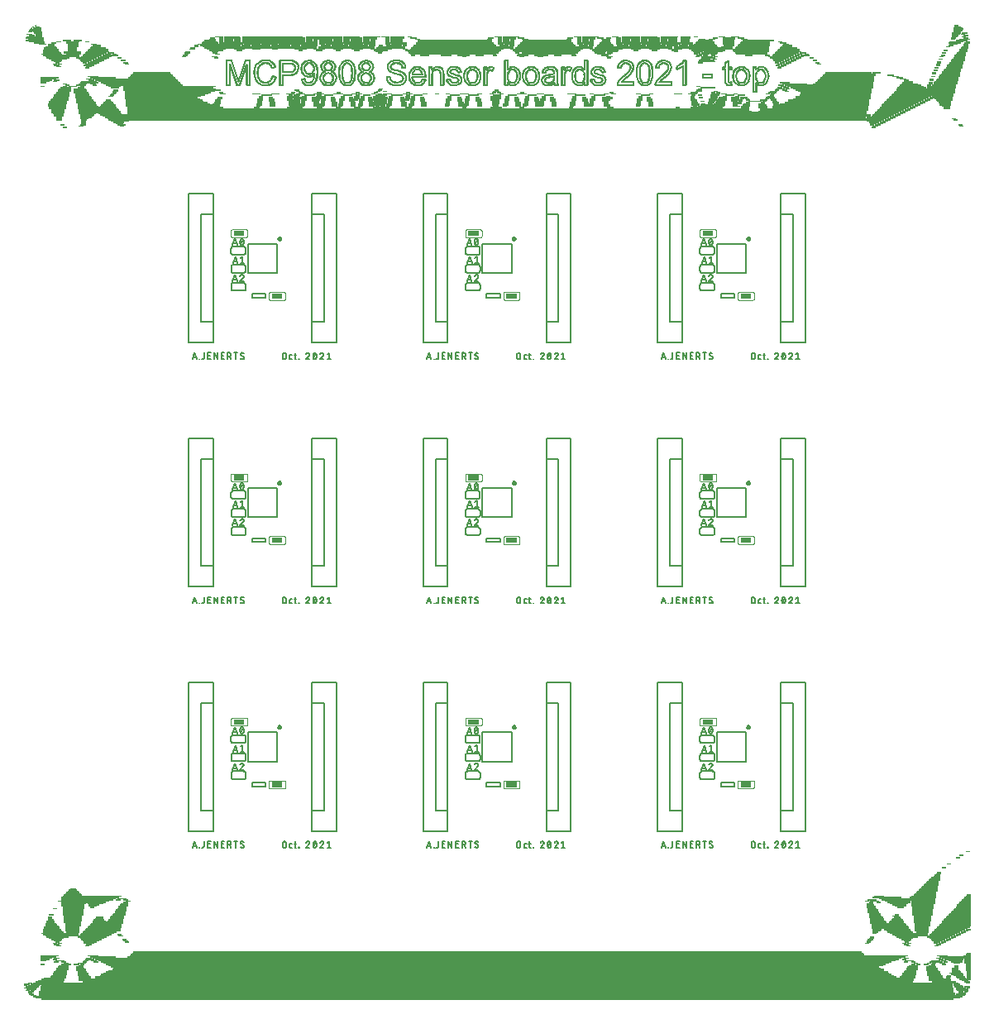
<source format=gto>
%MOIN*%
%OFA0B0*%
%FSLAX36Y36*%
%IPPOS*%
%LPD*%
%AMOC80*
5,1,8,0,0,$1,22.5*%
%AMOC81*
5,1,8,0,0,$1,22.5*%
%AMOC80*
5,1,8,0,0,$1,22.5*%
%AMOC81*
5,1,8,0,0,$1,22.5*%
%AMOC80*
5,1,8,0,0,$1,22.5*%
%AMOC81*
5,1,8,0,0,$1,22.5*%
%AMOC80*
5,1,8,0,0,$1,22.5*%
%AMOC81*
5,1,8,0,0,$1,22.5*%
%AMOC80*
5,1,8,0,0,$1,22.5*%
%ADD10C,0.005*%
%ADD11C,0.006000000000000001*%
%ADD12C,0.0078740157480314977*%
%ADD13C,0.0030000000000000005*%
%ADD14C,0.005905511811023622*%
%ADD15C,0.005*%
%ADD16C,0.006000000000000001*%
%ADD17C,0.0078740157480314977*%
%ADD18C,0.0030000000000000005*%
%ADD19C,0.005905511811023622*%
%ADD20C,0.005*%
%ADD21C,0.006000000000000001*%
%ADD22C,0.0078740157480314977*%
%ADD23C,0.0030000000000000005*%
%ADD24C,0.005905511811023622*%
%ADD25C,0.005*%
%ADD26C,0.006000000000000001*%
%ADD27C,0.0078740157480314977*%
%ADD28C,0.0030000000000000005*%
%ADD29C,0.005905511811023622*%
%ADD30C,0.005*%
%ADD31C,0.006000000000000001*%
%ADD32C,0.0078740157480314977*%
%ADD33C,0.0030000000000000005*%
%ADD34C,0.005905511811023622*%
%ADD35C,0.005*%
%ADD36C,0.006000000000000001*%
%ADD37C,0.0078740157480314977*%
%ADD38C,0.0030000000000000005*%
%ADD39C,0.005905511811023622*%
%ADD40C,0.005*%
%ADD41C,0.006000000000000001*%
%ADD42C,0.0078740157480314977*%
%ADD43C,0.0030000000000000005*%
%ADD44C,0.005905511811023622*%
%ADD45C,0.005*%
%ADD46C,0.006000000000000001*%
%ADD47C,0.0078740157480314977*%
%ADD48C,0.0030000000000000005*%
%ADD49C,0.005905511811023622*%
%ADD50C,0.005*%
%ADD51C,0.006000000000000001*%
%ADD52C,0.0078740157480314977*%
%ADD53C,0.0030000000000000005*%
%ADD54C,0.005905511811023622*%
G36*
X000839317Y003785364D02*
G01*
X000840533Y003785557D01*
X000841631Y003786116D01*
X000842501Y003786987D01*
X000843062Y003788085D01*
X000843254Y003789301D01*
X000843062Y003790517D01*
X000842501Y003791615D01*
X000841631Y003792487D01*
X000840533Y003793045D01*
X000839317Y003793238D01*
X000819725Y003793238D01*
X000818509Y003793045D01*
X000817411Y003792487D01*
X000816539Y003791615D01*
X000815979Y003790517D01*
X000815789Y003789301D01*
X000815979Y003788085D01*
X000816539Y003786987D01*
X000817411Y003786116D01*
X000818509Y003785557D01*
X000819725Y003785364D01*
X000839317Y003785364D01*
G37*
G36*
X000862598Y003715722D02*
G01*
X000863815Y003715914D01*
X000864912Y003716474D01*
X000865783Y003717345D01*
X000866342Y003718443D01*
X000866535Y003719659D01*
X000866342Y003720875D01*
X000843062Y003790517D01*
X000842501Y003791615D01*
X000841631Y003792487D01*
X000840533Y003793045D01*
X000839317Y003793238D01*
X000838100Y003793045D01*
X000837003Y003792487D01*
X000836132Y003791615D01*
X000835573Y003790517D01*
X000835380Y003789301D01*
X000835573Y003788085D01*
X000858853Y003718443D01*
X000859412Y003717345D01*
X000860284Y003716474D01*
X000861382Y003715914D01*
X000862598Y003715722D01*
G37*
G36*
X000865382Y003707218D02*
G01*
X000866598Y003707411D01*
X000867696Y003707970D01*
X000868567Y003708841D01*
X000869127Y003709939D01*
X000869319Y003711154D01*
X000869127Y003712372D01*
X000866342Y003720875D01*
X000865783Y003721973D01*
X000864912Y003722844D01*
X000863815Y003723404D01*
X000862598Y003723596D01*
X000861382Y003723404D01*
X000860284Y003722844D01*
X000859412Y003721973D01*
X000858853Y003720875D01*
X000858661Y003719659D01*
X000858853Y003718443D01*
X000861638Y003709939D01*
X000862197Y003708841D01*
X000863068Y003707970D01*
X000864165Y003707411D01*
X000865382Y003707218D01*
G37*
G36*
X000867294Y003701163D02*
G01*
X000868511Y003701356D01*
X000869608Y003701915D01*
X000870479Y003702785D01*
X000871038Y003703882D01*
X000871231Y003705100D01*
X000871038Y003706316D01*
X000869127Y003712372D01*
X000868567Y003713470D01*
X000867696Y003714340D01*
X000866598Y003714899D01*
X000865382Y003715091D01*
X000864165Y003714899D01*
X000863068Y003714340D01*
X000862197Y003713470D01*
X000861638Y003712372D01*
X000861445Y003711154D01*
X000861638Y003709939D01*
X000863549Y003703882D01*
X000864109Y003702785D01*
X000864979Y003701915D01*
X000866078Y003701356D01*
X000867294Y003701163D01*
G37*
G36*
X000867294Y003701163D02*
G01*
X000868511Y003701356D01*
X000869608Y003701915D01*
X000870479Y003702785D01*
X000871038Y003703882D01*
X000873186Y003710508D01*
X000873378Y003711725D01*
X000873186Y003712941D01*
X000872625Y003714039D01*
X000871754Y003714911D01*
X000870657Y003715470D01*
X000869441Y003715662D01*
X000868224Y003715470D01*
X000867127Y003714911D01*
X000866256Y003714039D01*
X000865697Y003712941D01*
X000863549Y003706316D01*
X000863356Y003705100D01*
X000863549Y003703882D01*
X000864109Y003702785D01*
X000864979Y003701915D01*
X000866078Y003701356D01*
X000867294Y003701163D01*
G37*
G36*
X000869441Y003707789D02*
G01*
X000870657Y003707981D01*
X000871754Y003708540D01*
X000872625Y003709411D01*
X000873186Y003710508D01*
X000876272Y003719651D01*
X000876464Y003720867D01*
X000876272Y003722083D01*
X000875713Y003723181D01*
X000874840Y003724052D01*
X000873743Y003724611D01*
X000872527Y003724804D01*
X000871310Y003724611D01*
X000870213Y003724052D01*
X000869342Y003723181D01*
X000868783Y003722083D01*
X000865697Y003712941D01*
X000865504Y003711725D01*
X000865697Y003710508D01*
X000866256Y003709411D01*
X000867127Y003708540D01*
X000868224Y003707981D01*
X000869441Y003707789D01*
G37*
G36*
X000872527Y003716930D02*
G01*
X000873743Y003717122D01*
X000874840Y003717682D01*
X000875713Y003718553D01*
X000876272Y003719651D01*
X000899822Y003788085D01*
X000900014Y003789301D01*
X000899822Y003790517D01*
X000899262Y003791615D01*
X000898391Y003792487D01*
X000897294Y003793045D01*
X000896077Y003793238D01*
X000894860Y003793045D01*
X000893762Y003792487D01*
X000892892Y003791615D01*
X000892333Y003790517D01*
X000868783Y003722083D01*
X000868590Y003720867D01*
X000868783Y003719651D01*
X000869342Y003718553D01*
X000870213Y003717682D01*
X000871310Y003717122D01*
X000872527Y003716930D01*
G37*
G36*
X000913588Y003785364D02*
G01*
X000914804Y003785557D01*
X000915901Y003786116D01*
X000916774Y003786987D01*
X000917333Y003788085D01*
X000917526Y003789301D01*
X000917333Y003790517D01*
X000916774Y003791615D01*
X000915901Y003792487D01*
X000914804Y003793045D01*
X000913588Y003793238D01*
X000896077Y003793238D01*
X000894860Y003793045D01*
X000893762Y003792487D01*
X000892892Y003791615D01*
X000892333Y003790517D01*
X000892140Y003789301D01*
X000892333Y003788085D01*
X000892892Y003786987D01*
X000893762Y003786116D01*
X000894860Y003785557D01*
X000896077Y003785364D01*
X000913588Y003785364D01*
G37*
G36*
X000913588Y003687006D02*
G01*
X000914804Y003687199D01*
X000915901Y003687757D01*
X000916774Y003688629D01*
X000917333Y003689727D01*
X000917526Y003690943D01*
X000917526Y003789301D01*
X000917333Y003790517D01*
X000916774Y003791615D01*
X000915901Y003792487D01*
X000914804Y003793045D01*
X000913588Y003793238D01*
X000912371Y003793045D01*
X000911274Y003792487D01*
X000910403Y003791615D01*
X000909844Y003790517D01*
X000909651Y003789301D01*
X000909651Y003690943D01*
X000909844Y003689727D01*
X000910403Y003688629D01*
X000911274Y003687757D01*
X000912371Y003687199D01*
X000913588Y003687006D01*
G37*
G36*
X000913588Y003687006D02*
G01*
X000914804Y003687199D01*
X000915901Y003687757D01*
X000916774Y003688629D01*
X000917333Y003689727D01*
X000917526Y003690943D01*
X000917333Y003692159D01*
X000916774Y003693257D01*
X000915901Y003694128D01*
X000914804Y003694687D01*
X000913588Y003694879D01*
X000901041Y003694879D01*
X000899825Y003694687D01*
X000898727Y003694128D01*
X000897857Y003693257D01*
X000897297Y003692159D01*
X000897104Y003690943D01*
X000897297Y003689727D01*
X000897857Y003688629D01*
X000898727Y003687757D01*
X000899825Y003687199D01*
X000901041Y003687006D01*
X000913588Y003687006D01*
G37*
G36*
X000901041Y003687006D02*
G01*
X000902259Y003687199D01*
X000903356Y003687757D01*
X000904227Y003688629D01*
X000904787Y003689727D01*
X000904978Y003690943D01*
X000904978Y003773266D01*
X000904787Y003774483D01*
X000904227Y003775580D01*
X000903356Y003776452D01*
X000902259Y003777011D01*
X000901041Y003777203D01*
X000899825Y003777011D01*
X000898727Y003776452D01*
X000897857Y003775580D01*
X000897297Y003774483D01*
X000897104Y003773266D01*
X000897104Y003690943D01*
X000897297Y003689727D01*
X000897857Y003688629D01*
X000898727Y003687757D01*
X000899825Y003687199D01*
X000901041Y003687006D01*
G37*
G36*
X000872460Y003687006D02*
G01*
X000873677Y003687199D01*
X000874774Y003687757D01*
X000875645Y003688629D01*
X000876204Y003689727D01*
X000904787Y003772050D01*
X000904978Y003773266D01*
X000904787Y003774483D01*
X000904227Y003775580D01*
X000903356Y003776452D01*
X000902259Y003777011D01*
X000901041Y003777203D01*
X000899825Y003777011D01*
X000898727Y003776452D01*
X000897857Y003775580D01*
X000897297Y003774483D01*
X000868715Y003692159D01*
X000868522Y003690943D01*
X000868715Y003689727D01*
X000869274Y003688629D01*
X000870146Y003687757D01*
X000871244Y003687199D01*
X000872460Y003687006D01*
G37*
G36*
X000872460Y003687006D02*
G01*
X000873677Y003687199D01*
X000874774Y003687757D01*
X000875645Y003688629D01*
X000876204Y003689727D01*
X000876397Y003690943D01*
X000876204Y003692159D01*
X000875645Y003693257D01*
X000874774Y003694128D01*
X000873677Y003694687D01*
X000872460Y003694879D01*
X000860718Y003694879D01*
X000859502Y003694687D01*
X000858404Y003694128D01*
X000857534Y003693257D01*
X000856974Y003692159D01*
X000856781Y003690943D01*
X000856974Y003689727D01*
X000857534Y003688629D01*
X000858404Y003687757D01*
X000859502Y003687199D01*
X000860718Y003687006D01*
X000872460Y003687006D01*
G37*
G36*
X000860718Y003687006D02*
G01*
X000861936Y003687199D01*
X000863033Y003687757D01*
X000863904Y003688629D01*
X000864462Y003689727D01*
X000864655Y003690943D01*
X000864462Y003692159D01*
X000836016Y003775891D01*
X000835457Y003776989D01*
X000834586Y003777861D01*
X000833487Y003778420D01*
X000832271Y003778612D01*
X000831055Y003778420D01*
X000829958Y003777861D01*
X000829087Y003776989D01*
X000828528Y003775891D01*
X000828334Y003774675D01*
X000828528Y003773458D01*
X000856974Y003689727D01*
X000857534Y003688629D01*
X000858404Y003687757D01*
X000859502Y003687199D01*
X000860718Y003687006D01*
G37*
G36*
X000832271Y003687006D02*
G01*
X000833487Y003687199D01*
X000834586Y003687757D01*
X000835457Y003688629D01*
X000836016Y003689727D01*
X000836208Y003690943D01*
X000836208Y003774675D01*
X000836016Y003775891D01*
X000835457Y003776989D01*
X000834586Y003777861D01*
X000833487Y003778420D01*
X000832271Y003778612D01*
X000831055Y003778420D01*
X000829958Y003777861D01*
X000829087Y003776989D01*
X000828528Y003775891D01*
X000828334Y003774675D01*
X000828334Y003690943D01*
X000828528Y003689727D01*
X000829087Y003688629D01*
X000829958Y003687757D01*
X000831055Y003687199D01*
X000832271Y003687006D01*
G37*
G36*
X000832271Y003687006D02*
G01*
X000833487Y003687199D01*
X000834586Y003687757D01*
X000835457Y003688629D01*
X000836016Y003689727D01*
X000836208Y003690943D01*
X000836016Y003692159D01*
X000835457Y003693257D01*
X000834586Y003694128D01*
X000833487Y003694687D01*
X000832271Y003694879D01*
X000819725Y003694879D01*
X000818509Y003694687D01*
X000817411Y003694128D01*
X000816539Y003693257D01*
X000815979Y003692159D01*
X000815789Y003690943D01*
X000815979Y003689727D01*
X000816539Y003688629D01*
X000817411Y003687757D01*
X000818509Y003687199D01*
X000819725Y003687006D01*
X000832271Y003687006D01*
G37*
G36*
X000819725Y003687006D02*
G01*
X000820942Y003687199D01*
X000822038Y003687757D01*
X000822909Y003688629D01*
X000823469Y003689727D01*
X000823662Y003690943D01*
X000823662Y003789301D01*
X000823469Y003790517D01*
X000822909Y003791615D01*
X000822038Y003792487D01*
X000820942Y003793045D01*
X000819725Y003793238D01*
X000818509Y003793045D01*
X000817411Y003792487D01*
X000816539Y003791615D01*
X000815979Y003790517D01*
X000815789Y003789301D01*
X000815789Y003690943D01*
X000815979Y003689727D01*
X000816539Y003688629D01*
X000817411Y003687757D01*
X000818509Y003687199D01*
X000819725Y003687006D01*
G37*
G36*
X001012054Y003704073D02*
G01*
X001013272Y003704266D01*
X001014369Y003704825D01*
X001015239Y003705696D01*
X001015798Y003706794D01*
X001021527Y003720925D01*
X001021720Y003722142D01*
X001021527Y003723359D01*
X001020968Y003724457D01*
X001020098Y003725327D01*
X001018999Y003725886D01*
X001017783Y003726080D01*
X001016567Y003725886D01*
X001015469Y003725327D01*
X001014598Y003724457D01*
X001014038Y003723359D01*
X001008311Y003709227D01*
X001008118Y003708009D01*
X001008311Y003706794D01*
X001008869Y003705696D01*
X001009741Y003704825D01*
X001010837Y003704266D01*
X001012054Y003704073D01*
G37*
G36*
X001003057Y003693749D02*
G01*
X001004273Y003693942D01*
X001005371Y003694500D01*
X001006242Y003695372D01*
X001015239Y003705696D01*
X001015798Y003706794D01*
X001015992Y003708009D01*
X001015798Y003709227D01*
X001015239Y003710323D01*
X001014369Y003711196D01*
X001013272Y003711754D01*
X001012054Y003711947D01*
X001010837Y003711754D01*
X001009741Y003711196D01*
X001008869Y003710323D01*
X000999872Y003700000D01*
X000999312Y003698903D01*
X000999119Y003697686D01*
X000999312Y003696470D01*
X000999872Y003695372D01*
X001000742Y003694500D01*
X001001840Y003693942D01*
X001003057Y003693749D01*
G37*
G36*
X000991240Y003687434D02*
G01*
X000992457Y003687627D01*
X000993554Y003688186D01*
X001005371Y003694500D01*
X001006242Y003695372D01*
X001006801Y003696470D01*
X001006994Y003697686D01*
X001006801Y003698903D01*
X001006242Y003700000D01*
X001005371Y003700871D01*
X001004273Y003701430D01*
X001003057Y003701622D01*
X001001840Y003701430D01*
X001000742Y003700871D01*
X000988926Y003694557D01*
X000988054Y003693685D01*
X000987496Y003692588D01*
X000987303Y003691370D01*
X000987496Y003690155D01*
X000988054Y003689057D01*
X000988926Y003688186D01*
X000990024Y003687627D01*
X000991240Y003687434D01*
G37*
G36*
X000977057Y003685330D02*
G01*
X000991240Y003687434D01*
X000992457Y003687627D01*
X000993554Y003688186D01*
X000994426Y003689057D01*
X000994984Y003690155D01*
X000995177Y003691370D01*
X000994984Y003692588D01*
X000994426Y003693685D01*
X000993554Y003694557D01*
X000992457Y003695115D01*
X000991240Y003695308D01*
X000977057Y003693203D01*
X000975842Y003693011D01*
X000974744Y003692451D01*
X000973872Y003691580D01*
X000973314Y003690483D01*
X000973121Y003689267D01*
X000973314Y003688050D01*
X000973872Y003686952D01*
X000974744Y003686080D01*
X000975842Y003685521D01*
X000977057Y003685330D01*
G37*
G36*
X000977057Y003685330D02*
G01*
X000978274Y003685521D01*
X000979372Y003686080D01*
X000980243Y003686952D01*
X000980802Y003688050D01*
X000980995Y003689267D01*
X000980802Y003690483D01*
X000980243Y003691580D01*
X000979372Y003692451D01*
X000978274Y003693011D01*
X000977057Y003693203D01*
X000962642Y003694822D01*
X000961426Y003694629D01*
X000960327Y003694070D01*
X000959457Y003693200D01*
X000958898Y003692102D01*
X000958705Y003690885D01*
X000958898Y003689668D01*
X000959457Y003688571D01*
X000960327Y003687700D01*
X000961426Y003687140D01*
X000962642Y003686948D01*
X000977057Y003685330D01*
G37*
G36*
X000962642Y003686948D02*
G01*
X000963859Y003687140D01*
X000964957Y003687700D01*
X000965826Y003688571D01*
X000966387Y003689668D01*
X000966579Y003690885D01*
X000966387Y003692102D01*
X000965826Y003693200D01*
X000964957Y003694070D01*
X000963859Y003694629D01*
X000952411Y003699485D01*
X000951194Y003699678D01*
X000949977Y003699485D01*
X000948880Y003698926D01*
X000948009Y003698055D01*
X000947450Y003696958D01*
X000947257Y003695740D01*
X000947450Y003694525D01*
X000948009Y003693426D01*
X000948880Y003692556D01*
X000949977Y003691997D01*
X000961426Y003687140D01*
X000962642Y003686948D01*
G37*
G36*
X000951194Y003691804D02*
G01*
X000952411Y003691997D01*
X000953508Y003692556D01*
X000954379Y003693426D01*
X000954938Y003694525D01*
X000955131Y003695740D01*
X000954938Y003696958D01*
X000954379Y003698055D01*
X000953508Y003698926D01*
X000944735Y003706851D01*
X000943638Y003707411D01*
X000942421Y003707603D01*
X000941205Y003707411D01*
X000940107Y003706851D01*
X000939235Y003705980D01*
X000938676Y003704883D01*
X000938483Y003703667D01*
X000938676Y003702448D01*
X000939235Y003701352D01*
X000940107Y003700481D01*
X000948880Y003692556D01*
X000949977Y003691997D01*
X000951194Y003691804D01*
G37*
G36*
X000942421Y003699729D02*
G01*
X000943638Y003699921D01*
X000944735Y003700481D01*
X000945606Y003701352D01*
X000946165Y003702448D01*
X000946358Y003703667D01*
X000946165Y003704883D01*
X000945606Y003705980D01*
X000939216Y003716807D01*
X000938346Y003717678D01*
X000937248Y003718238D01*
X000936031Y003718430D01*
X000934815Y003718238D01*
X000933717Y003717678D01*
X000932846Y003716807D01*
X000932286Y003715709D01*
X000932094Y003714492D01*
X000932286Y003713276D01*
X000932846Y003712179D01*
X000939235Y003701352D01*
X000940107Y003700481D01*
X000941205Y003699921D01*
X000942421Y003699729D01*
G37*
G36*
X000936031Y003710556D02*
G01*
X000937248Y003710748D01*
X000938346Y003711308D01*
X000939216Y003712179D01*
X000939775Y003713276D01*
X000939968Y003714492D01*
X000939775Y003715709D01*
X000935875Y003728440D01*
X000935316Y003729539D01*
X000934446Y003730409D01*
X000933348Y003730968D01*
X000932131Y003731160D01*
X000930915Y003730968D01*
X000929817Y003730409D01*
X000928946Y003729539D01*
X000928386Y003728440D01*
X000928194Y003727224D01*
X000928386Y003726007D01*
X000932286Y003713276D01*
X000932846Y003712179D01*
X000933717Y003711308D01*
X000934815Y003710748D01*
X000936031Y003710556D01*
G37*
G36*
X000932131Y003723287D02*
G01*
X000933348Y003723480D01*
X000934446Y003724038D01*
X000935316Y003724910D01*
X000935875Y003726007D01*
X000936068Y003727224D01*
X000934768Y003740860D01*
X000934575Y003742076D01*
X000934016Y003743174D01*
X000933146Y003744046D01*
X000932048Y003744604D01*
X000930831Y003744797D01*
X000929615Y003744604D01*
X000928517Y003744046D01*
X000927646Y003743174D01*
X000927086Y003742076D01*
X000926894Y003740860D01*
X000928194Y003727224D01*
X000928386Y003726007D01*
X000928946Y003724910D01*
X000929817Y003724038D01*
X000930915Y003723480D01*
X000932131Y003723287D01*
G37*
G36*
X000930831Y003736923D02*
G01*
X000932048Y003737116D01*
X000933146Y003737675D01*
X000934016Y003738546D01*
X000934575Y003739644D01*
X000934768Y003740860D01*
X000936237Y003755242D01*
X000936044Y003756460D01*
X000935485Y003757557D01*
X000934612Y003758428D01*
X000933516Y003758988D01*
X000932299Y003759180D01*
X000931082Y003758988D01*
X000929985Y003758428D01*
X000929114Y003757557D01*
X000928555Y003756460D01*
X000928362Y003755242D01*
X000926894Y003740860D01*
X000927086Y003739644D01*
X000927646Y003738546D01*
X000928517Y003737675D01*
X000929615Y003737116D01*
X000930831Y003736923D01*
G37*
G36*
X000932299Y003751306D02*
G01*
X000933516Y003751499D01*
X000934612Y003752058D01*
X000935485Y003752929D01*
X000936044Y003754026D01*
X000940446Y003766446D01*
X000940639Y003767665D01*
X000940446Y003768881D01*
X000939887Y003769978D01*
X000939016Y003770849D01*
X000937919Y003771409D01*
X000936702Y003771601D01*
X000935486Y003771409D01*
X000934388Y003770849D01*
X000933516Y003769978D01*
X000932957Y003768881D01*
X000928555Y003756460D01*
X000928362Y003755242D01*
X000928555Y003754026D01*
X000929114Y003752929D01*
X000929985Y003752058D01*
X000931082Y003751499D01*
X000932299Y003751306D01*
G37*
G36*
X000936702Y003763727D02*
G01*
X000937919Y003763919D01*
X000939016Y003764479D01*
X000939887Y003765350D01*
X000947000Y003775414D01*
X000947559Y003776511D01*
X000947750Y003777728D01*
X000947559Y003778944D01*
X000947000Y003780042D01*
X000946128Y003780912D01*
X000945030Y003781473D01*
X000943813Y003781665D01*
X000942597Y003781473D01*
X000941500Y003780912D01*
X000940629Y003780042D01*
X000933516Y003769978D01*
X000932957Y003768881D01*
X000932764Y003767665D01*
X000932957Y003766446D01*
X000933516Y003765350D01*
X000934388Y003764479D01*
X000935486Y003763919D01*
X000936702Y003763727D01*
G37*
G36*
X000943813Y003773791D02*
G01*
X000945030Y003773982D01*
X000946128Y003774543D01*
X000955722Y003781855D01*
X000956593Y003782727D01*
X000957152Y003783825D01*
X000957345Y003785041D01*
X000957152Y003786257D01*
X000956593Y003787355D01*
X000955722Y003788226D01*
X000954625Y003788785D01*
X000953407Y003788977D01*
X000952192Y003788785D01*
X000951094Y003788226D01*
X000941500Y003780912D01*
X000940629Y003780042D01*
X000940070Y003778944D01*
X000939877Y003777728D01*
X000940070Y003776511D01*
X000940629Y003775414D01*
X000941500Y003774543D01*
X000942597Y003773982D01*
X000943813Y003773791D01*
G37*
G36*
X000953407Y003781104D02*
G01*
X000954625Y003781297D01*
X000966005Y003785750D01*
X000967103Y003786309D01*
X000967974Y003787180D01*
X000968534Y003788277D01*
X000968726Y003789494D01*
X000968534Y003790711D01*
X000967974Y003791808D01*
X000967103Y003792679D01*
X000966005Y003793238D01*
X000964788Y003793431D01*
X000963573Y003793238D01*
X000952192Y003788785D01*
X000951094Y003788226D01*
X000950222Y003787355D01*
X000949664Y003786257D01*
X000949470Y003785041D01*
X000949664Y003783825D01*
X000950222Y003782727D01*
X000951094Y003781855D01*
X000952192Y003781297D01*
X000953407Y003781104D01*
G37*
G36*
X000964788Y003785557D02*
G01*
X000977258Y003787042D01*
X000978476Y003787235D01*
X000979573Y003787793D01*
X000980444Y003788665D01*
X000981002Y003789762D01*
X000981195Y003790980D01*
X000981002Y003792196D01*
X000980444Y003793294D01*
X000979573Y003794164D01*
X000978476Y003794723D01*
X000977258Y003794917D01*
X000964788Y003793431D01*
X000963573Y003793238D01*
X000962475Y003792679D01*
X000961603Y003791808D01*
X000961045Y003790711D01*
X000960852Y003789494D01*
X000961045Y003788277D01*
X000961603Y003787180D01*
X000962475Y003786309D01*
X000963573Y003785750D01*
X000964788Y003785557D01*
G37*
G36*
X000990846Y003785163D02*
G01*
X000992063Y003785355D01*
X000993160Y003785915D01*
X000994031Y003786786D01*
X000994590Y003787883D01*
X000994783Y003789100D01*
X000994590Y003790317D01*
X000994031Y003791414D01*
X000993160Y003792285D01*
X000992063Y003792844D01*
X000990846Y003793037D01*
X000977258Y003794917D01*
X000976042Y003794723D01*
X000974945Y003794164D01*
X000974074Y003793294D01*
X000973514Y003792196D01*
X000973322Y003790980D01*
X000973514Y003789762D01*
X000974074Y003788665D01*
X000974945Y003787793D01*
X000976042Y003787235D01*
X000977258Y003787042D01*
X000990846Y003785163D01*
G37*
G36*
X001002083Y003779527D02*
G01*
X001003301Y003779720D01*
X001004397Y003780278D01*
X001005269Y003781150D01*
X001005828Y003782247D01*
X001006021Y003783465D01*
X001005828Y003784681D01*
X001005269Y003785778D01*
X001004397Y003786649D01*
X001003301Y003787208D01*
X000992063Y003792844D01*
X000990846Y003793037D01*
X000989630Y003792844D01*
X000988532Y003792285D01*
X000987661Y003791414D01*
X000987101Y003790317D01*
X000986909Y003789100D01*
X000987101Y003787883D01*
X000987661Y003786786D01*
X000988532Y003785915D01*
X000989630Y003785355D01*
X001000868Y003779720D01*
X001002083Y003779527D01*
G37*
G36*
X001010621Y003770487D02*
G01*
X001011838Y003770680D01*
X001012934Y003771239D01*
X001013806Y003772108D01*
X001014366Y003773208D01*
X001014558Y003774424D01*
X001014366Y003775641D01*
X001013806Y003776738D01*
X001005269Y003785778D01*
X001004397Y003786649D01*
X001003301Y003787208D01*
X001002083Y003787402D01*
X001000868Y003787208D01*
X000999770Y003786649D01*
X000998898Y003785778D01*
X000998339Y003784681D01*
X000998146Y003783465D01*
X000998339Y003782247D01*
X000998898Y003781150D01*
X001007436Y003772108D01*
X001008307Y003771239D01*
X001009404Y003770680D01*
X001010621Y003770487D01*
G37*
G36*
X001016106Y003758393D02*
G01*
X001017322Y003758586D01*
X001018420Y003759145D01*
X001019291Y003760015D01*
X001019851Y003761114D01*
X001020041Y003762330D01*
X001019851Y003763547D01*
X001014366Y003775641D01*
X001013806Y003776738D01*
X001012934Y003777609D01*
X001011838Y003778168D01*
X001010621Y003778361D01*
X001009404Y003778168D01*
X001008307Y003777609D01*
X001007436Y003776738D01*
X001006877Y003775641D01*
X001006683Y003774424D01*
X001006877Y003773208D01*
X001012362Y003761114D01*
X001012921Y003760015D01*
X001013792Y003759145D01*
X001014888Y003758586D01*
X001016106Y003758393D01*
G37*
G36*
X001003290Y003755374D02*
G01*
X001004507Y003755567D01*
X001017322Y003758586D01*
X001018420Y003759145D01*
X001019291Y003760015D01*
X001019851Y003761114D01*
X001020041Y003762330D01*
X001019851Y003763547D01*
X001019291Y003764644D01*
X001018420Y003765515D01*
X001017322Y003766074D01*
X001016106Y003766266D01*
X001014888Y003766074D01*
X001002073Y003763055D01*
X001000976Y003762496D01*
X001000105Y003761626D01*
X000999547Y003760527D01*
X000999354Y003759311D01*
X000999547Y003758094D01*
X001000105Y003756997D01*
X001000976Y003756126D01*
X001002073Y003755567D01*
X001003290Y003755374D01*
G37*
G36*
X001003290Y003755374D02*
G01*
X001004507Y003755567D01*
X001005605Y003756126D01*
X001006475Y003756997D01*
X001007036Y003758094D01*
X001007228Y003759311D01*
X001007036Y003760527D01*
X001002842Y003769803D01*
X001002283Y003770901D01*
X001001412Y003771771D01*
X001000315Y003772331D01*
X000999098Y003772524D01*
X000997882Y003772331D01*
X000996784Y003771771D01*
X000995912Y003770901D01*
X000995353Y003769803D01*
X000995161Y003768587D01*
X000995353Y003767371D01*
X000999547Y003758094D01*
X001000105Y003756997D01*
X001000976Y003756126D01*
X001002073Y003755567D01*
X001003290Y003755374D01*
G37*
G36*
X000999098Y003764650D02*
G01*
X001000315Y003764843D01*
X001001412Y003765402D01*
X001002283Y003766273D01*
X001002842Y003767371D01*
X001003034Y003768587D01*
X001002842Y003769803D01*
X001002283Y003770901D01*
X000996548Y003777259D01*
X000995676Y003778129D01*
X000994579Y003778687D01*
X000993363Y003778881D01*
X000992146Y003778687D01*
X000991048Y003778129D01*
X000990177Y003777259D01*
X000989618Y003776160D01*
X000989425Y003774944D01*
X000989618Y003773728D01*
X000990177Y003772630D01*
X000995912Y003766273D01*
X000996784Y003765402D01*
X000997882Y003764843D01*
X000999098Y003764650D01*
G37*
G36*
X000993363Y003771007D02*
G01*
X000994579Y003771200D01*
X000995676Y003771759D01*
X000996548Y003772630D01*
X000997107Y003773728D01*
X000997300Y003774944D01*
X000997107Y003776160D01*
X000996548Y003777259D01*
X000995676Y003778129D01*
X000994579Y003778687D01*
X000987232Y003782361D01*
X000986015Y003782554D01*
X000984799Y003782361D01*
X000983700Y003781801D01*
X000982830Y003780931D01*
X000982270Y003779833D01*
X000982077Y003778617D01*
X000982270Y003777401D01*
X000982830Y003776303D01*
X000983700Y003775432D01*
X000984799Y003774873D01*
X000992146Y003771200D01*
X000993363Y003771007D01*
G37*
G36*
X000986015Y003774680D02*
G01*
X000987232Y003774873D01*
X000988328Y003775432D01*
X000989200Y003776303D01*
X000989759Y003777401D01*
X000989952Y003778617D01*
X000989759Y003779833D01*
X000989200Y003780931D01*
X000988328Y003781801D01*
X000987232Y003782361D01*
X000986015Y003782554D01*
X000976991Y003783778D01*
X000975775Y003783584D01*
X000974676Y003783026D01*
X000973806Y003782155D01*
X000973246Y003781057D01*
X000973053Y003779841D01*
X000973246Y003778624D01*
X000973806Y003777527D01*
X000974676Y003776656D01*
X000975775Y003776097D01*
X000976991Y003775904D01*
X000986015Y003774680D01*
G37*
G36*
X000966583Y003774546D02*
G01*
X000976991Y003775904D01*
X000978208Y003776097D01*
X000979304Y003776656D01*
X000980175Y003777527D01*
X000980735Y003778624D01*
X000980928Y003779841D01*
X000980735Y003781057D01*
X000980175Y003782155D01*
X000979304Y003783026D01*
X000978208Y003783584D01*
X000976991Y003783778D01*
X000966583Y003782419D01*
X000965367Y003782227D01*
X000964269Y003781668D01*
X000963398Y003780798D01*
X000962838Y003779699D01*
X000962646Y003778483D01*
X000962838Y003777266D01*
X000963398Y003776169D01*
X000964269Y003775298D01*
X000965367Y003774739D01*
X000966583Y003774546D01*
G37*
G36*
X000958037Y003770470D02*
G01*
X000959254Y003770662D01*
X000967800Y003774739D01*
X000968898Y003775298D01*
X000969768Y003776169D01*
X000970327Y003777266D01*
X000970520Y003778483D01*
X000970327Y003779699D01*
X000969768Y003780798D01*
X000968898Y003781668D01*
X000967800Y003782227D01*
X000966583Y003782419D01*
X000965367Y003782227D01*
X000956821Y003778151D01*
X000955722Y003777592D01*
X000954852Y003776722D01*
X000954292Y003775624D01*
X000954100Y003774407D01*
X000954292Y003773189D01*
X000954852Y003772093D01*
X000955722Y003771222D01*
X000956821Y003770662D01*
X000958037Y003770470D01*
G37*
G36*
X000951554Y003764104D02*
G01*
X000952770Y003764296D01*
X000953867Y003764855D01*
X000960351Y003771222D01*
X000961222Y003772093D01*
X000961781Y003773189D01*
X000961974Y003774407D01*
X000961781Y003775624D01*
X000961222Y003776722D01*
X000960351Y003777592D01*
X000959254Y003778151D01*
X000958037Y003778345D01*
X000956821Y003778151D01*
X000955722Y003777592D01*
X000949240Y003771226D01*
X000948369Y003770355D01*
X000947810Y003769257D01*
X000947617Y003768041D01*
X000947810Y003766825D01*
X000948369Y003765727D01*
X000949240Y003764855D01*
X000950337Y003764296D01*
X000951554Y003764104D01*
G37*
G36*
X000947335Y003755877D02*
G01*
X000948553Y003756070D01*
X000949650Y003756629D01*
X000950521Y003757500D01*
X000954738Y003765727D01*
X000955299Y003766825D01*
X000955490Y003768041D01*
X000955299Y003769257D01*
X000954738Y003770355D01*
X000953867Y003771226D01*
X000952770Y003771785D01*
X000951554Y003771977D01*
X000950337Y003771785D01*
X000949240Y003771226D01*
X000948369Y003770355D01*
X000944150Y003762128D01*
X000943592Y003761030D01*
X000943399Y003759814D01*
X000943592Y003758598D01*
X000944150Y003757500D01*
X000945022Y003756629D01*
X000946120Y003756070D01*
X000947335Y003755877D01*
G37*
G36*
X000945021Y003746576D02*
G01*
X000946238Y003746768D01*
X000947335Y003747328D01*
X000948206Y003748199D01*
X000948765Y003749296D01*
X000951080Y003758598D01*
X000951273Y003759814D01*
X000951080Y003761030D01*
X000950521Y003762128D01*
X000949650Y003763000D01*
X000948553Y003763557D01*
X000947335Y003763751D01*
X000946120Y003763557D01*
X000945022Y003763000D01*
X000944150Y003762128D01*
X000943592Y003761030D01*
X000941276Y003751730D01*
X000941083Y003750513D01*
X000941276Y003749296D01*
X000941835Y003748199D01*
X000942707Y003747328D01*
X000943805Y003746768D01*
X000945021Y003746576D01*
G37*
G36*
X000944250Y003736991D02*
G01*
X000945466Y003737184D01*
X000946564Y003737743D01*
X000947435Y003738614D01*
X000947995Y003739712D01*
X000948187Y003740928D01*
X000948958Y003750513D01*
X000948765Y003751730D01*
X000948206Y003752827D01*
X000947335Y003753698D01*
X000946238Y003754258D01*
X000945021Y003754450D01*
X000943805Y003754258D01*
X000942707Y003753698D01*
X000941835Y003752827D01*
X000941276Y003751730D01*
X000941083Y003750513D01*
X000940313Y003740928D01*
X000940506Y003739712D01*
X000941065Y003738614D01*
X000941936Y003737743D01*
X000943033Y003737184D01*
X000944250Y003736991D01*
G37*
G36*
X000945164Y003725241D02*
G01*
X000946381Y003725433D01*
X000947478Y003725993D01*
X000948349Y003726864D01*
X000948908Y003727961D01*
X000949101Y003729178D01*
X000948187Y003740928D01*
X000947995Y003742145D01*
X000947435Y003743242D01*
X000946564Y003744112D01*
X000945466Y003744673D01*
X000944250Y003744865D01*
X000943033Y003744673D01*
X000941936Y003744112D01*
X000941065Y003743242D01*
X000940506Y003742145D01*
X000940313Y003740928D01*
X000941226Y003729178D01*
X000941419Y003727961D01*
X000941978Y003726864D01*
X000942849Y003725993D01*
X000943948Y003725433D01*
X000945164Y003725241D01*
G37*
G36*
X000947905Y003715085D02*
G01*
X000949123Y003715278D01*
X000950220Y003715837D01*
X000951091Y003716708D01*
X000951649Y003717806D01*
X000951842Y003719022D01*
X000951649Y003720239D01*
X000948908Y003730394D01*
X000948349Y003731492D01*
X000947478Y003732363D01*
X000946381Y003732923D01*
X000945164Y003733115D01*
X000943948Y003732923D01*
X000942849Y003732363D01*
X000941978Y003731492D01*
X000941419Y003730394D01*
X000941226Y003729178D01*
X000941419Y003727961D01*
X000944161Y003717806D01*
X000944721Y003716708D01*
X000945591Y003715837D01*
X000946689Y003715278D01*
X000947905Y003715085D01*
G37*
G36*
X000952577Y003706907D02*
G01*
X000953795Y003707100D01*
X000954892Y003707660D01*
X000955763Y003708531D01*
X000956322Y003709628D01*
X000956515Y003710845D01*
X000956322Y003712062D01*
X000955763Y003713159D01*
X000951091Y003721336D01*
X000950220Y003722207D01*
X000949123Y003722766D01*
X000947905Y003722959D01*
X000946689Y003722766D01*
X000945591Y003722207D01*
X000944721Y003721336D01*
X000944161Y003720239D01*
X000943968Y003719022D01*
X000944161Y003717806D01*
X000944721Y003716708D01*
X000949392Y003708531D01*
X000950264Y003707660D01*
X000951362Y003707100D01*
X000952577Y003706907D01*
G37*
G36*
X000959279Y003701096D02*
G01*
X000960496Y003701289D01*
X000961593Y003701848D01*
X000962464Y003702719D01*
X000963023Y003703816D01*
X000963216Y003705033D01*
X000963023Y003706250D01*
X000962464Y003707348D01*
X000961593Y003708218D01*
X000954892Y003714030D01*
X000953795Y003714590D01*
X000952577Y003714780D01*
X000951362Y003714590D01*
X000950264Y003714030D01*
X000949392Y003713159D01*
X000948834Y003712062D01*
X000948641Y003710845D01*
X000948834Y003709628D01*
X000949392Y003708531D01*
X000950264Y003707660D01*
X000956964Y003701848D01*
X000958063Y003701289D01*
X000959279Y003701096D01*
G37*
G36*
X000967313Y003697624D02*
G01*
X000968529Y003697817D01*
X000969627Y003698376D01*
X000970498Y003699247D01*
X000971058Y003700344D01*
X000971250Y003701561D01*
X000971058Y003702777D01*
X000970498Y003703876D01*
X000969627Y003704746D01*
X000968529Y003705305D01*
X000960496Y003708777D01*
X000959279Y003708970D01*
X000958063Y003708777D01*
X000956964Y003708218D01*
X000956094Y003707348D01*
X000955534Y003706250D01*
X000955342Y003705033D01*
X000955534Y003703816D01*
X000956094Y003702719D01*
X000956964Y003701848D01*
X000958063Y003701289D01*
X000966095Y003697817D01*
X000967313Y003697624D01*
G37*
G36*
X000975985Y003696466D02*
G01*
X000977202Y003696659D01*
X000978299Y003697217D01*
X000979170Y003698089D01*
X000979730Y003699187D01*
X000979922Y003700403D01*
X000979730Y003701619D01*
X000979170Y003702717D01*
X000978299Y003703588D01*
X000977202Y003704147D01*
X000975985Y003704341D01*
X000967313Y003705498D01*
X000966095Y003705305D01*
X000964999Y003704746D01*
X000964128Y003703876D01*
X000963569Y003702777D01*
X000963376Y003701561D01*
X000963569Y003700344D01*
X000964128Y003699247D01*
X000964999Y003698376D01*
X000966095Y003697817D01*
X000967313Y003697624D01*
X000975985Y003696466D01*
G37*
G36*
X000975985Y003696466D02*
G01*
X000986081Y003698043D01*
X000987298Y003698236D01*
X000988396Y003698795D01*
X000989265Y003699665D01*
X000989826Y003700764D01*
X000990019Y003701980D01*
X000989826Y003703197D01*
X000989265Y003704294D01*
X000988396Y003705165D01*
X000987298Y003705724D01*
X000986081Y003705917D01*
X000975985Y003704341D01*
X000974769Y003704147D01*
X000973671Y003703588D01*
X000972800Y003702717D01*
X000972240Y003701619D01*
X000972048Y003700403D01*
X000972240Y003699187D01*
X000972800Y003698089D01*
X000973671Y003697217D01*
X000974769Y003696659D01*
X000975985Y003696466D01*
G37*
G36*
X000986081Y003698043D02*
G01*
X000987298Y003698236D01*
X000988396Y003698795D01*
X000996816Y003703524D01*
X000997687Y003704396D01*
X000998247Y003705494D01*
X000998439Y003706710D01*
X000998247Y003707927D01*
X000997687Y003709024D01*
X000996816Y003709895D01*
X000995718Y003710454D01*
X000994502Y003710647D01*
X000993285Y003710454D01*
X000992188Y003709895D01*
X000983768Y003705165D01*
X000982896Y003704294D01*
X000982338Y003703197D01*
X000982145Y003701980D01*
X000982338Y003700764D01*
X000982896Y003699665D01*
X000983768Y003698795D01*
X000984866Y003698236D01*
X000986081Y003698043D01*
G37*
G36*
X000994502Y003702773D02*
G01*
X000995718Y003702965D01*
X000996816Y003703524D01*
X000997687Y003704396D01*
X001004043Y003712228D01*
X001004602Y003713327D01*
X001004796Y003714543D01*
X001004602Y003715760D01*
X001004043Y003716857D01*
X001003173Y003717728D01*
X001002075Y003718287D01*
X001000859Y003718479D01*
X000999642Y003718287D01*
X000998544Y003717728D01*
X000997673Y003716857D01*
X000991317Y003709024D01*
X000990758Y003707927D01*
X000990565Y003706710D01*
X000990758Y003705494D01*
X000991317Y003704396D01*
X000992188Y003703524D01*
X000993285Y003702965D01*
X000994502Y003702773D01*
G37*
G36*
X001000859Y003710606D02*
G01*
X001002075Y003710799D01*
X001003173Y003711358D01*
X001004043Y003712228D01*
X001004602Y003713327D01*
X001008512Y003724212D01*
X001008702Y003725430D01*
X001008512Y003726646D01*
X001007951Y003727744D01*
X001007080Y003728614D01*
X001005984Y003729174D01*
X001004766Y003729366D01*
X001003551Y003729174D01*
X001002453Y003728614D01*
X001001582Y003727744D01*
X001001023Y003726646D01*
X000997115Y003715760D01*
X000996922Y003714543D01*
X000997115Y003713327D01*
X000997673Y003712228D01*
X000998544Y003711358D01*
X000999642Y003710799D01*
X001000859Y003710606D01*
G37*
G36*
X001017783Y003718205D02*
G01*
X001018999Y003718398D01*
X001020098Y003718957D01*
X001020968Y003719828D01*
X001021527Y003720925D01*
X001021720Y003722142D01*
X001021527Y003723359D01*
X001020968Y003724457D01*
X001020098Y003725327D01*
X001018999Y003725886D01*
X001005984Y003729174D01*
X001004766Y003729366D01*
X001003551Y003729174D01*
X001002453Y003728614D01*
X001001582Y003727744D01*
X001001023Y003726646D01*
X001000830Y003725430D01*
X001001023Y003724212D01*
X001001582Y003723115D01*
X001002453Y003722244D01*
X001003551Y003721684D01*
X001016567Y003718398D01*
X001017783Y003718205D01*
G37*
G36*
X001070921Y003785364D02*
G01*
X001072138Y003785557D01*
X001073235Y003786116D01*
X001074107Y003786987D01*
X001074666Y003788085D01*
X001074858Y003789301D01*
X001074666Y003790517D01*
X001074107Y003791615D01*
X001073235Y003792487D01*
X001072138Y003793045D01*
X001070921Y003793238D01*
X001033819Y003793238D01*
X001032602Y003793045D01*
X001031504Y003792487D01*
X001030634Y003791615D01*
X001030073Y003790517D01*
X001029881Y003789301D01*
X001030073Y003788085D01*
X001030634Y003786987D01*
X001031504Y003786116D01*
X001032602Y003785557D01*
X001033819Y003785364D01*
X001070921Y003785364D01*
G37*
G36*
X001079559Y003785130D02*
G01*
X001080775Y003785322D01*
X001081874Y003785882D01*
X001082744Y003786752D01*
X001083303Y003787850D01*
X001083496Y003789066D01*
X001083303Y003790283D01*
X001082744Y003791381D01*
X001081874Y003792252D01*
X001080775Y003792812D01*
X001079559Y003793004D01*
X001070921Y003793238D01*
X001069704Y003793045D01*
X001068607Y003792487D01*
X001067736Y003791615D01*
X001067177Y003790517D01*
X001066984Y003789301D01*
X001067177Y003788085D01*
X001067736Y003786987D01*
X001068607Y003786116D01*
X001069704Y003785557D01*
X001070921Y003785364D01*
X001079559Y003785130D01*
G37*
G36*
X001085883Y003784424D02*
G01*
X001087100Y003784618D01*
X001088198Y003785177D01*
X001089068Y003786048D01*
X001089627Y003787146D01*
X001089820Y003788362D01*
X001089627Y003789578D01*
X001089068Y003790676D01*
X001088198Y003791548D01*
X001087100Y003792105D01*
X001085883Y003792299D01*
X001079559Y003793004D01*
X001078342Y003792812D01*
X001077245Y003792252D01*
X001076374Y003791381D01*
X001075815Y003790283D01*
X001075622Y003789066D01*
X001075815Y003787850D01*
X001076374Y003786752D01*
X001077245Y003785882D01*
X001078342Y003785322D01*
X001079559Y003785130D01*
X001085883Y003784424D01*
G37*
G36*
X001098027Y003779829D02*
G01*
X001099244Y003780022D01*
X001100341Y003780581D01*
X001101212Y003781452D01*
X001101772Y003782550D01*
X001101964Y003783766D01*
X001101772Y003784983D01*
X001101212Y003786080D01*
X001100341Y003786952D01*
X001099244Y003787511D01*
X001087100Y003792105D01*
X001085883Y003792299D01*
X001084667Y003792105D01*
X001083569Y003791548D01*
X001082698Y003790676D01*
X001082138Y003789578D01*
X001081946Y003788362D01*
X001082138Y003787146D01*
X001082698Y003786048D01*
X001083569Y003785177D01*
X001084667Y003784618D01*
X001096810Y003780022D01*
X001098027Y003779829D01*
G37*
G36*
X001102446Y003775763D02*
G01*
X001103663Y003775955D01*
X001104761Y003776514D01*
X001105631Y003777385D01*
X001106190Y003778483D01*
X001106383Y003779699D01*
X001106190Y003780916D01*
X001105631Y003782013D01*
X001104761Y003782885D01*
X001100341Y003786952D01*
X001099244Y003787511D01*
X001098027Y003787703D01*
X001096810Y003787511D01*
X001095712Y003786952D01*
X001094842Y003786080D01*
X001094283Y003784983D01*
X001094090Y003783766D01*
X001094283Y003782550D01*
X001094842Y003781452D01*
X001095712Y003780581D01*
X001100132Y003776514D01*
X001101230Y003775955D01*
X001102446Y003775763D01*
G37*
G36*
X001105910Y003770336D02*
G01*
X001107127Y003770528D01*
X001108224Y003771088D01*
X001109095Y003771959D01*
X001109654Y003773056D01*
X001109847Y003774272D01*
X001109654Y003775489D01*
X001109095Y003776587D01*
X001105631Y003782013D01*
X001104761Y003782885D01*
X001103663Y003783443D01*
X001102446Y003783636D01*
X001101230Y003783443D01*
X001100132Y003782885D01*
X001099261Y003782013D01*
X001098701Y003780916D01*
X001098509Y003779699D01*
X001098701Y003778483D01*
X001099261Y003777385D01*
X001102725Y003771959D01*
X001103596Y003771088D01*
X001104694Y003770528D01*
X001105910Y003770336D01*
G37*
G36*
X001108150Y003763928D02*
G01*
X001109366Y003764121D01*
X001110463Y003764679D01*
X001111334Y003765550D01*
X001111893Y003766648D01*
X001112086Y003767864D01*
X001111893Y003769081D01*
X001109654Y003775489D01*
X001109095Y003776587D01*
X001108224Y003777458D01*
X001107127Y003778018D01*
X001105910Y003778210D01*
X001104694Y003778018D01*
X001103596Y003777458D01*
X001102725Y003776587D01*
X001102165Y003775489D01*
X001101972Y003774272D01*
X001102165Y003773056D01*
X001104405Y003766648D01*
X001104963Y003765550D01*
X001105835Y003764679D01*
X001106933Y003764121D01*
X001108150Y003763928D01*
G37*
G36*
X001108896Y003756917D02*
G01*
X001110113Y003757110D01*
X001111211Y003757669D01*
X001112081Y003758538D01*
X001112640Y003759638D01*
X001112833Y003760854D01*
X001112086Y003767864D01*
X001111893Y003769081D01*
X001111334Y003770180D01*
X001110463Y003771050D01*
X001109366Y003771609D01*
X001108150Y003771802D01*
X001106933Y003771609D01*
X001105835Y003771050D01*
X001104963Y003770180D01*
X001104405Y003769081D01*
X001104212Y003767864D01*
X001104959Y003760854D01*
X001105151Y003759638D01*
X001105711Y003758538D01*
X001106582Y003757669D01*
X001107680Y003757110D01*
X001108896Y003756917D01*
G37*
G36*
X001106900Y003745335D02*
G01*
X001108116Y003745528D01*
X001109214Y003746087D01*
X001110085Y003746958D01*
X001110645Y003748056D01*
X001112640Y003759638D01*
X001112833Y003760854D01*
X001112640Y003762071D01*
X001112081Y003763168D01*
X001111211Y003764039D01*
X001110113Y003764598D01*
X001108896Y003764791D01*
X001107680Y003764598D01*
X001106582Y003764039D01*
X001105711Y003763168D01*
X001105151Y003762071D01*
X001103156Y003750489D01*
X001102963Y003749271D01*
X001103156Y003748056D01*
X001103715Y003746958D01*
X001104585Y003746087D01*
X001105683Y003745528D01*
X001106900Y003745335D01*
G37*
G36*
X001100911Y003735680D02*
G01*
X001102128Y003735875D01*
X001103225Y003736434D01*
X001104096Y003737305D01*
X001110085Y003746958D01*
X001110645Y003748056D01*
X001110837Y003749271D01*
X001110645Y003750489D01*
X001110085Y003751587D01*
X001109214Y003752457D01*
X001108116Y003753016D01*
X001106900Y003753209D01*
X001105683Y003753016D01*
X001104585Y003752457D01*
X001103715Y003751587D01*
X001097725Y003741933D01*
X001097166Y003740836D01*
X001096974Y003739619D01*
X001097166Y003738402D01*
X001097725Y003737305D01*
X001098597Y003736434D01*
X001099695Y003735875D01*
X001100911Y003735680D01*
G37*
G36*
X001096114Y003731881D02*
G01*
X001097330Y003732074D01*
X001098427Y003732633D01*
X001103225Y003736434D01*
X001104096Y003737305D01*
X001104655Y003738402D01*
X001104848Y003739619D01*
X001104655Y003740836D01*
X001104096Y003741933D01*
X001103225Y003742804D01*
X001102128Y003743364D01*
X001100911Y003743555D01*
X001099695Y003743364D01*
X001098597Y003742804D01*
X001093800Y003739004D01*
X001092929Y003738132D01*
X001092370Y003737035D01*
X001092177Y003735818D01*
X001092370Y003734602D01*
X001092929Y003733503D01*
X001093800Y003732633D01*
X001094897Y003732074D01*
X001096114Y003731881D01*
G37*
G36*
X001089707Y003729166D02*
G01*
X001090924Y003729359D01*
X001097330Y003732074D01*
X001098427Y003732633D01*
X001099300Y003733503D01*
X001099859Y003734602D01*
X001100051Y003735818D01*
X001099859Y003737035D01*
X001099300Y003738132D01*
X001098427Y003739004D01*
X001097330Y003739563D01*
X001096114Y003739755D01*
X001094897Y003739563D01*
X001088491Y003736847D01*
X001087393Y003736289D01*
X001086522Y003735418D01*
X001085962Y003734320D01*
X001085770Y003733103D01*
X001085962Y003731887D01*
X001086522Y003730788D01*
X001087393Y003729918D01*
X001088491Y003729359D01*
X001089707Y003729166D01*
G37*
G36*
X001081689Y003727537D02*
G01*
X001082905Y003727729D01*
X001090924Y003729359D01*
X001092022Y003729918D01*
X001092892Y003730788D01*
X001093451Y003731887D01*
X001093644Y003733103D01*
X001093451Y003734320D01*
X001092892Y003735418D01*
X001092022Y003736289D01*
X001090924Y003736847D01*
X001089707Y003737040D01*
X001088491Y003736847D01*
X001080472Y003735219D01*
X001079375Y003734659D01*
X001078504Y003733789D01*
X001077945Y003732690D01*
X001077752Y003731474D01*
X001077945Y003730257D01*
X001078504Y003729160D01*
X001079375Y003728289D01*
X001080472Y003727729D01*
X001081689Y003727537D01*
G37*
G36*
X001072062Y003726993D02*
G01*
X001081689Y003727537D01*
X001082905Y003727729D01*
X001084003Y003728289D01*
X001084874Y003729160D01*
X001085434Y003730257D01*
X001085626Y003731474D01*
X001085434Y003732690D01*
X001084874Y003733789D01*
X001084003Y003734659D01*
X001082905Y003735219D01*
X001081689Y003735411D01*
X001072062Y003734868D01*
X001070845Y003734676D01*
X001069748Y003734117D01*
X001068877Y003733245D01*
X001068318Y003732148D01*
X001068125Y003730931D01*
X001068318Y003729714D01*
X001068877Y003728616D01*
X001069748Y003727746D01*
X001070845Y003727187D01*
X001072062Y003726993D01*
G37*
G36*
X001072062Y003726993D02*
G01*
X001073278Y003727187D01*
X001074375Y003727746D01*
X001075248Y003728616D01*
X001075807Y003729714D01*
X001076000Y003730931D01*
X001075807Y003732148D01*
X001075248Y003733245D01*
X001074375Y003734117D01*
X001073278Y003734676D01*
X001072062Y003734868D01*
X001046835Y003734868D01*
X001045617Y003734676D01*
X001044519Y003734117D01*
X001043650Y003733245D01*
X001043091Y003732148D01*
X001042898Y003730931D01*
X001043091Y003729714D01*
X001043650Y003728616D01*
X001044519Y003727746D01*
X001045617Y003727187D01*
X001046835Y003726993D01*
X001072062Y003726993D01*
G37*
G36*
X001046835Y003687006D02*
G01*
X001048051Y003687199D01*
X001049150Y003687757D01*
X001050020Y003688629D01*
X001050580Y003689727D01*
X001050772Y003690943D01*
X001050772Y003730931D01*
X001050580Y003732148D01*
X001050020Y003733245D01*
X001049150Y003734117D01*
X001048051Y003734676D01*
X001046835Y003734868D01*
X001045617Y003734676D01*
X001044519Y003734117D01*
X001043650Y003733245D01*
X001043091Y003732148D01*
X001042898Y003730931D01*
X001042898Y003690943D01*
X001043091Y003689727D01*
X001043650Y003688629D01*
X001044519Y003687757D01*
X001045617Y003687199D01*
X001046835Y003687006D01*
G37*
G36*
X001046835Y003687006D02*
G01*
X001048051Y003687199D01*
X001049150Y003687757D01*
X001050020Y003688629D01*
X001050580Y003689727D01*
X001050772Y003690943D01*
X001050580Y003692159D01*
X001050020Y003693257D01*
X001049150Y003694128D01*
X001048051Y003694687D01*
X001046835Y003694879D01*
X001033819Y003694879D01*
X001032602Y003694687D01*
X001031504Y003694128D01*
X001030634Y003693257D01*
X001030073Y003692159D01*
X001029881Y003690943D01*
X001030073Y003689727D01*
X001030634Y003688629D01*
X001031504Y003687757D01*
X001032602Y003687199D01*
X001033819Y003687006D01*
X001046835Y003687006D01*
G37*
G36*
X001033819Y003687006D02*
G01*
X001035036Y003687199D01*
X001036133Y003687757D01*
X001037004Y003688629D01*
X001037563Y003689727D01*
X001037755Y003690943D01*
X001037755Y003789301D01*
X001037563Y003790517D01*
X001037004Y003791615D01*
X001036133Y003792487D01*
X001035036Y003793045D01*
X001033819Y003793238D01*
X001032602Y003793045D01*
X001031504Y003792487D01*
X001030634Y003791615D01*
X001030073Y003790517D01*
X001029881Y003789301D01*
X001029881Y003690943D01*
X001030073Y003689727D01*
X001030634Y003688629D01*
X001031504Y003687757D01*
X001032602Y003687199D01*
X001033819Y003687006D01*
G37*
G36*
X001072263Y003738600D02*
G01*
X001083048Y003739776D01*
X001084265Y003739968D01*
X001085362Y003740527D01*
X001086233Y003741398D01*
X001086792Y003742496D01*
X001086985Y003743712D01*
X001086792Y003744929D01*
X001086233Y003746026D01*
X001085362Y003746898D01*
X001084265Y003747456D01*
X001083048Y003747649D01*
X001072263Y003746475D01*
X001071046Y003746282D01*
X001069949Y003745723D01*
X001069078Y003744852D01*
X001068519Y003743755D01*
X001068326Y003742539D01*
X001068519Y003741321D01*
X001069078Y003740224D01*
X001069949Y003739353D01*
X001071046Y003738794D01*
X001072263Y003738600D01*
G37*
G36*
X001083048Y003739776D02*
G01*
X001084265Y003739968D01*
X001091394Y003743490D01*
X001092491Y003744049D01*
X001093362Y003744920D01*
X001093921Y003746017D01*
X001094114Y003747234D01*
X001093921Y003748450D01*
X001093362Y003749547D01*
X001092491Y003750420D01*
X001091394Y003750979D01*
X001090177Y003751171D01*
X001088961Y003750979D01*
X001081832Y003747456D01*
X001080734Y003746898D01*
X001079863Y003746026D01*
X001079303Y003744929D01*
X001079111Y003743712D01*
X001079303Y003742496D01*
X001079863Y003741398D01*
X001080734Y003740527D01*
X001081832Y003739968D01*
X001083048Y003739776D01*
G37*
G36*
X001090177Y003743297D02*
G01*
X001091394Y003743490D01*
X001092491Y003744049D01*
X001093362Y003744920D01*
X001097337Y003750572D01*
X001097896Y003751669D01*
X001098088Y003752887D01*
X001097896Y003754103D01*
X001097337Y003755202D01*
X001096466Y003756072D01*
X001095369Y003756631D01*
X001094151Y003756824D01*
X001092936Y003756631D01*
X001091838Y003756072D01*
X001090967Y003755202D01*
X001086992Y003749547D01*
X001086432Y003748450D01*
X001086240Y003747234D01*
X001086432Y003746017D01*
X001086992Y003744920D01*
X001087863Y003744049D01*
X001088961Y003743490D01*
X001090177Y003743297D01*
G37*
G36*
X001094151Y003748950D02*
G01*
X001095369Y003749143D01*
X001096466Y003749702D01*
X001097337Y003750572D01*
X001097896Y003751669D01*
X001099222Y003759235D01*
X001099414Y003760452D01*
X001099222Y003761669D01*
X001098662Y003762766D01*
X001097790Y003763637D01*
X001096693Y003764197D01*
X001095477Y003764389D01*
X001094260Y003764197D01*
X001093163Y003763637D01*
X001092292Y003762766D01*
X001091733Y003761669D01*
X001090408Y003754103D01*
X001090215Y003752887D01*
X001090408Y003751669D01*
X001090967Y003750572D01*
X001091838Y003749702D01*
X001092936Y003749143D01*
X001094151Y003748950D01*
G37*
G36*
X001095477Y003756515D02*
G01*
X001096693Y003756708D01*
X001097790Y003757267D01*
X001098662Y003758138D01*
X001099222Y003759235D01*
X001099414Y003760452D01*
X001098633Y003766180D01*
X001098442Y003767396D01*
X001097883Y003768494D01*
X001097011Y003769365D01*
X001095913Y003769925D01*
X001094697Y003770116D01*
X001093480Y003769925D01*
X001092383Y003769365D01*
X001091512Y003768494D01*
X001090953Y003767396D01*
X001090760Y003766180D01*
X001091540Y003760452D01*
X001091733Y003759235D01*
X001092292Y003758138D01*
X001093163Y003757267D01*
X001094260Y003756708D01*
X001095477Y003756515D01*
G37*
G36*
X001094697Y003762243D02*
G01*
X001095913Y003762435D01*
X001097011Y003762995D01*
X001097883Y003763866D01*
X001098442Y003764963D01*
X001098633Y003766180D01*
X001098442Y003767396D01*
X001096101Y003772235D01*
X001095542Y003773333D01*
X001094672Y003774204D01*
X001093574Y003774764D01*
X001092357Y003774956D01*
X001091141Y003774764D01*
X001090043Y003774204D01*
X001089172Y003773333D01*
X001088612Y003772235D01*
X001088420Y003771018D01*
X001088612Y003769801D01*
X001090953Y003764963D01*
X001091512Y003763866D01*
X001092383Y003762995D01*
X001093480Y003762435D01*
X001094697Y003762243D01*
G37*
G36*
X001092357Y003767082D02*
G01*
X001093574Y003767274D01*
X001094672Y003767834D01*
X001095542Y003768705D01*
X001096101Y003769801D01*
X001096294Y003771018D01*
X001096101Y003772235D01*
X001095542Y003773333D01*
X001091927Y003776981D01*
X001091057Y003777852D01*
X001089959Y003778411D01*
X001088743Y003778603D01*
X001087526Y003778411D01*
X001086429Y003777852D01*
X001085558Y003776981D01*
X001084999Y003775884D01*
X001084806Y003774666D01*
X001084999Y003773450D01*
X001085558Y003772353D01*
X001089172Y003768705D01*
X001090043Y003767834D01*
X001091141Y003767274D01*
X001092357Y003767082D01*
G37*
G36*
X001088743Y003770730D02*
G01*
X001089959Y003770923D01*
X001091057Y003771482D01*
X001091927Y003772353D01*
X001092488Y003773450D01*
X001092679Y003774666D01*
X001092488Y003775884D01*
X001091927Y003776981D01*
X001091057Y003777852D01*
X001089959Y003778411D01*
X001085354Y003780566D01*
X001084138Y003780758D01*
X001082921Y003780566D01*
X001081824Y003780007D01*
X001080953Y003779137D01*
X001080394Y003778038D01*
X001080201Y003776822D01*
X001080394Y003775605D01*
X001080953Y003774508D01*
X001081824Y003773637D01*
X001082921Y003773078D01*
X001087526Y003770923D01*
X001088743Y003770730D01*
G37*
G36*
X001084138Y003772885D02*
G01*
X001085354Y003773078D01*
X001086452Y003773637D01*
X001087324Y003774508D01*
X001087883Y003775605D01*
X001088076Y003776822D01*
X001087883Y003778038D01*
X001087324Y003779137D01*
X001086452Y003780007D01*
X001085354Y003780566D01*
X001084138Y003780758D01*
X001079459Y003781413D01*
X001078243Y003781221D01*
X001077145Y003780661D01*
X001076274Y003779790D01*
X001075714Y003778692D01*
X001075522Y003777476D01*
X001075714Y003776259D01*
X001076274Y003775162D01*
X001077145Y003774291D01*
X001078243Y003773732D01*
X001079459Y003773539D01*
X001084138Y003772885D01*
G37*
G36*
X001079459Y003773539D02*
G01*
X001080676Y003773732D01*
X001081774Y003774291D01*
X001082644Y003775162D01*
X001083203Y003776259D01*
X001083396Y003777476D01*
X001083203Y003778692D01*
X001082644Y003779790D01*
X001081774Y003780661D01*
X001080676Y003781221D01*
X001079459Y003781413D01*
X001071994Y003781631D01*
X001070777Y003781439D01*
X001069679Y003780879D01*
X001068809Y003780008D01*
X001068250Y003778911D01*
X001068057Y003777695D01*
X001068250Y003776476D01*
X001068809Y003775379D01*
X001069679Y003774509D01*
X001070777Y003773949D01*
X001071994Y003773757D01*
X001079459Y003773539D01*
G37*
G36*
X001071994Y003773757D02*
G01*
X001073210Y003773949D01*
X001074309Y003774509D01*
X001075179Y003775379D01*
X001075738Y003776476D01*
X001075931Y003777695D01*
X001075738Y003778911D01*
X001075179Y003780008D01*
X001074309Y003780879D01*
X001073210Y003781439D01*
X001071994Y003781631D01*
X001046835Y003781631D01*
X001045617Y003781439D01*
X001044519Y003780879D01*
X001043650Y003780008D01*
X001043091Y003778911D01*
X001042898Y003777695D01*
X001043091Y003776476D01*
X001043650Y003775379D01*
X001044519Y003774509D01*
X001045617Y003773949D01*
X001046835Y003773757D01*
X001071994Y003773757D01*
G37*
G36*
X001046835Y003738600D02*
G01*
X001048051Y003738794D01*
X001049150Y003739353D01*
X001050020Y003740224D01*
X001050580Y003741321D01*
X001050772Y003742539D01*
X001050772Y003777695D01*
X001050580Y003778911D01*
X001050020Y003780008D01*
X001049150Y003780879D01*
X001048051Y003781439D01*
X001046835Y003781631D01*
X001045617Y003781439D01*
X001044519Y003780879D01*
X001043650Y003780008D01*
X001043091Y003778911D01*
X001042898Y003777695D01*
X001042898Y003742539D01*
X001043091Y003741321D01*
X001043650Y003740224D01*
X001044519Y003739353D01*
X001045617Y003738794D01*
X001046835Y003738600D01*
G37*
G36*
X001072263Y003738600D02*
G01*
X001073479Y003738794D01*
X001074577Y003739353D01*
X001075448Y003740224D01*
X001076008Y003741321D01*
X001076200Y003742539D01*
X001076008Y003743755D01*
X001075448Y003744852D01*
X001074577Y003745723D01*
X001073479Y003746282D01*
X001072263Y003746475D01*
X001046835Y003746475D01*
X001045617Y003746282D01*
X001044519Y003745723D01*
X001043650Y003744852D01*
X001043091Y003743755D01*
X001042898Y003742539D01*
X001043091Y003741321D01*
X001043650Y003740224D01*
X001044519Y003739353D01*
X001045617Y003738794D01*
X001046835Y003738600D01*
X001072263Y003738600D01*
G37*
G36*
X001136135Y003703763D02*
G01*
X001137352Y003703956D01*
X001138449Y003704515D01*
X001139320Y003705386D01*
X001139879Y003706483D01*
X001140072Y003707700D01*
X001139879Y003708916D01*
X001137733Y003715978D01*
X001137174Y003717075D01*
X001136301Y003717946D01*
X001135205Y003718505D01*
X001133988Y003718698D01*
X001132771Y003718505D01*
X001131674Y003717946D01*
X001130803Y003717075D01*
X001130244Y003715978D01*
X001130051Y003714761D01*
X001130244Y003713545D01*
X001132390Y003706483D01*
X001132950Y003705386D01*
X001133821Y003704515D01*
X001134919Y003703956D01*
X001136135Y003703763D01*
G37*
G36*
X001139624Y003698949D02*
G01*
X001140840Y003699142D01*
X001141939Y003699701D01*
X001142809Y003700572D01*
X001143369Y003701670D01*
X001143561Y003702886D01*
X001143369Y003704102D01*
X001142809Y003705200D01*
X001139320Y003710014D01*
X001138449Y003710885D01*
X001137352Y003711445D01*
X001136135Y003711637D01*
X001134919Y003711445D01*
X001133821Y003710885D01*
X001132950Y003710014D01*
X001132390Y003708916D01*
X001132198Y003707700D01*
X001132390Y003706483D01*
X001132950Y003705386D01*
X001136439Y003700572D01*
X001137310Y003699701D01*
X001138407Y003699142D01*
X001139624Y003698949D01*
G37*
G36*
X001144370Y003696181D02*
G01*
X001145588Y003696374D01*
X001146685Y003696933D01*
X001147556Y003697804D01*
X001148115Y003698901D01*
X001148308Y003700118D01*
X001148115Y003701334D01*
X001147556Y003702433D01*
X001146685Y003703303D01*
X001141939Y003706072D01*
X001140840Y003706629D01*
X001139624Y003706823D01*
X001138407Y003706629D01*
X001137310Y003706072D01*
X001136439Y003705200D01*
X001135880Y003704102D01*
X001135687Y003702886D01*
X001135880Y003701670D01*
X001136439Y003700572D01*
X001137310Y003699701D01*
X001142057Y003696933D01*
X001143155Y003696374D01*
X001144370Y003696181D01*
G37*
G36*
X001150292Y003695259D02*
G01*
X001151509Y003695451D01*
X001152607Y003696011D01*
X001153477Y003696882D01*
X001154037Y003697979D01*
X001154229Y003699196D01*
X001154037Y003700413D01*
X001153477Y003701510D01*
X001152607Y003702380D01*
X001151509Y003702941D01*
X001150292Y003703133D01*
X001144370Y003704056D01*
X001143155Y003703861D01*
X001142057Y003703303D01*
X001141185Y003702433D01*
X001140626Y003701334D01*
X001140433Y003700118D01*
X001140626Y003698901D01*
X001141185Y003697804D01*
X001142057Y003696933D01*
X001143155Y003696374D01*
X001144370Y003696181D01*
X001150292Y003695259D01*
G37*
G36*
X001150292Y003695259D02*
G01*
X001151509Y003695451D01*
X001161271Y003698000D01*
X001162368Y003698560D01*
X001163238Y003699430D01*
X001163798Y003700528D01*
X001163991Y003701745D01*
X001163798Y003702962D01*
X001163238Y003704059D01*
X001162368Y003704930D01*
X001161271Y003705490D01*
X001160053Y003705681D01*
X001158838Y003705490D01*
X001149076Y003702941D01*
X001147978Y003702380D01*
X001147107Y003701510D01*
X001146548Y003700413D01*
X001146355Y003699196D01*
X001146548Y003697979D01*
X001147107Y003696882D01*
X001147978Y003696011D01*
X001149076Y003695451D01*
X001150292Y003695259D01*
G37*
G36*
X001160053Y003697808D02*
G01*
X001161271Y003698000D01*
X001162368Y003698560D01*
X001169246Y003705370D01*
X001170116Y003706241D01*
X001170675Y003707338D01*
X001170868Y003708555D01*
X001170675Y003709771D01*
X001170116Y003710870D01*
X001169246Y003711740D01*
X001168148Y003712299D01*
X001166931Y003712492D01*
X001165715Y003712299D01*
X001164616Y003711740D01*
X001157740Y003704930D01*
X001156868Y003704059D01*
X001156310Y003702962D01*
X001156117Y003701745D01*
X001156310Y003700528D01*
X001156868Y003699430D01*
X001157740Y003698560D01*
X001158838Y003698000D01*
X001160053Y003697808D01*
G37*
G36*
X001166931Y003704618D02*
G01*
X001168148Y003704811D01*
X001169246Y003705370D01*
X001170116Y003706241D01*
X001170675Y003707338D01*
X001173141Y003712345D01*
X001173334Y003713563D01*
X001173141Y003714779D01*
X001172582Y003715876D01*
X001171711Y003716748D01*
X001170614Y003717307D01*
X001169397Y003717499D01*
X001168181Y003717307D01*
X001167083Y003716748D01*
X001166211Y003715876D01*
X001165652Y003714779D01*
X001163187Y003709771D01*
X001162994Y003708555D01*
X001163187Y003707338D01*
X001163746Y003706241D01*
X001164616Y003705370D01*
X001165715Y003704811D01*
X001166931Y003704618D01*
G37*
G36*
X001169397Y003709626D02*
G01*
X001170614Y003709818D01*
X001171711Y003710377D01*
X001172582Y003711247D01*
X001173141Y003712345D01*
X001175170Y003718844D01*
X001175363Y003720063D01*
X001175170Y003721279D01*
X001174611Y003722376D01*
X001173740Y003723247D01*
X001172642Y003723807D01*
X001171426Y003723999D01*
X001170209Y003723807D01*
X001169111Y003723247D01*
X001168241Y003722376D01*
X001167682Y003721279D01*
X001165652Y003714779D01*
X001165459Y003713563D01*
X001165652Y003712345D01*
X001166211Y003711247D01*
X001167083Y003710377D01*
X001168181Y003709818D01*
X001169397Y003709626D01*
G37*
G36*
X001171426Y003716126D02*
G01*
X001172642Y003716317D01*
X001173740Y003716877D01*
X001174611Y003717748D01*
X001175170Y003718844D01*
X001175363Y003720063D01*
X001177176Y003734822D01*
X001176983Y003736039D01*
X001176424Y003737136D01*
X001175551Y003738007D01*
X001174454Y003738567D01*
X001173238Y003738759D01*
X001172021Y003738567D01*
X001170924Y003738007D01*
X001170053Y003737136D01*
X001169494Y003736039D01*
X001169301Y003734822D01*
X001167489Y003720063D01*
X001167682Y003718844D01*
X001168241Y003717748D01*
X001169111Y003716877D01*
X001170209Y003716317D01*
X001171426Y003716126D01*
G37*
G36*
X001173238Y003730885D02*
G01*
X001174454Y003731077D01*
X001175551Y003731637D01*
X001176424Y003732507D01*
X001176983Y003733606D01*
X001177176Y003734822D01*
X001177107Y003737237D01*
X001176914Y003738454D01*
X001176355Y003739551D01*
X001175485Y003740422D01*
X001174386Y003740982D01*
X001173170Y003741174D01*
X001171953Y003740982D01*
X001170855Y003740422D01*
X001169985Y003739551D01*
X001169426Y003738454D01*
X001169233Y003737237D01*
X001169301Y003734822D01*
X001169494Y003733606D01*
X001170053Y003732507D01*
X001170924Y003731637D01*
X001172021Y003731077D01*
X001173238Y003730885D01*
G37*
G36*
X001168885Y003728076D02*
G01*
X001170102Y003728268D01*
X001171199Y003728828D01*
X001172070Y003729698D01*
X001176355Y003734923D01*
X001176914Y003736021D01*
X001177107Y003737237D01*
X001176914Y003738454D01*
X001176355Y003739551D01*
X001175485Y003740422D01*
X001174386Y003740982D01*
X001173170Y003741174D01*
X001171953Y003740982D01*
X001170855Y003740422D01*
X001169985Y003739551D01*
X001165700Y003734327D01*
X001165140Y003733230D01*
X001164948Y003732013D01*
X001165140Y003730797D01*
X001165700Y003729698D01*
X001166571Y003728828D01*
X001167669Y003728268D01*
X001168885Y003728076D01*
G37*
G36*
X001163274Y003723941D02*
G01*
X001164490Y003724133D01*
X001165589Y003724693D01*
X001171199Y003728828D01*
X001172070Y003729698D01*
X001172629Y003730797D01*
X001172822Y003732013D01*
X001172629Y003733230D01*
X001172070Y003734327D01*
X001171199Y003735198D01*
X001170102Y003735757D01*
X001168885Y003735949D01*
X001167669Y003735757D01*
X001166571Y003735198D01*
X001160959Y003731063D01*
X001160089Y003730193D01*
X001159530Y003729094D01*
X001159337Y003727878D01*
X001159530Y003726661D01*
X001160089Y003725564D01*
X001160959Y003724693D01*
X001162057Y003724133D01*
X001163274Y003723941D01*
G37*
G36*
X001156741Y003721247D02*
G01*
X001157957Y003721442D01*
X001164490Y003724133D01*
X001165589Y003724693D01*
X001166459Y003725564D01*
X001167019Y003726661D01*
X001167211Y003727878D01*
X001167019Y003729094D01*
X001166459Y003730193D01*
X001165589Y003731063D01*
X001164490Y003731623D01*
X001163274Y003731815D01*
X001162057Y003731623D01*
X001155524Y003728931D01*
X001154427Y003728372D01*
X001153556Y003727500D01*
X001152997Y003726403D01*
X001152804Y003725186D01*
X001152997Y003723969D01*
X001153556Y003722872D01*
X001154427Y003722001D01*
X001155524Y003721442D01*
X001156741Y003721247D01*
G37*
G36*
X001149689Y003720352D02*
G01*
X001156741Y003721247D01*
X001157957Y003721442D01*
X001159055Y003722001D01*
X001159925Y003722872D01*
X001160486Y003723969D01*
X001160677Y003725186D01*
X001160486Y003726403D01*
X001159925Y003727500D01*
X001159055Y003728372D01*
X001157957Y003728931D01*
X001156741Y003729122D01*
X001149689Y003728226D01*
X001148472Y003728034D01*
X001147374Y003727474D01*
X001146502Y003726603D01*
X001145944Y003725506D01*
X001145751Y003724289D01*
X001145944Y003723073D01*
X001146502Y003721974D01*
X001147374Y003721104D01*
X001148472Y003720545D01*
X001149689Y003720352D01*
G37*
G36*
X001149689Y003720352D02*
G01*
X001150905Y003720545D01*
X001152002Y003721104D01*
X001152874Y003721974D01*
X001153432Y003723073D01*
X001153625Y003724289D01*
X001153432Y003725506D01*
X001152874Y003726603D01*
X001152002Y003727474D01*
X001150905Y003728034D01*
X001139633Y003730247D01*
X001138416Y003730440D01*
X001137200Y003730247D01*
X001136102Y003729688D01*
X001135231Y003728818D01*
X001134672Y003727719D01*
X001134479Y003726503D01*
X001134672Y003725287D01*
X001135231Y003724189D01*
X001136102Y003723318D01*
X001137200Y003722759D01*
X001148472Y003720545D01*
X001149689Y003720352D01*
G37*
G36*
X001138416Y003722566D02*
G01*
X001139633Y003722759D01*
X001140730Y003723318D01*
X001141601Y003724189D01*
X001142160Y003725287D01*
X001142353Y003726503D01*
X001142160Y003727719D01*
X001141601Y003728818D01*
X001140730Y003729688D01*
X001131337Y003736330D01*
X001130240Y003736889D01*
X001129023Y003737082D01*
X001127806Y003736889D01*
X001126709Y003736330D01*
X001125838Y003735459D01*
X001125279Y003734362D01*
X001125086Y003733145D01*
X001125279Y003731929D01*
X001125838Y003730831D01*
X001126709Y003729959D01*
X001136102Y003723318D01*
X001137200Y003722759D01*
X001138416Y003722566D01*
G37*
G36*
X001129023Y003729208D02*
G01*
X001130240Y003729401D01*
X001131337Y003729959D01*
X001132209Y003730831D01*
X001132768Y003731929D01*
X001132960Y003733145D01*
X001132768Y003734362D01*
X001132209Y003735459D01*
X001125868Y003745724D01*
X001124997Y003746596D01*
X001123900Y003747155D01*
X001122683Y003747347D01*
X001121466Y003747155D01*
X001120369Y003746596D01*
X001119498Y003745724D01*
X001118939Y003744627D01*
X001118746Y003743408D01*
X001118939Y003742193D01*
X001119498Y003741096D01*
X001125838Y003730831D01*
X001126709Y003729959D01*
X001127806Y003729401D01*
X001129023Y003729208D01*
G37*
G36*
X001122683Y003739473D02*
G01*
X001123900Y003739666D01*
X001124997Y003740225D01*
X001125868Y003741096D01*
X001126427Y003742193D01*
X001126620Y003743408D01*
X001126427Y003744627D01*
X001124314Y003757708D01*
X001123755Y003758807D01*
X001122885Y003759678D01*
X001121787Y003760237D01*
X001120570Y003760430D01*
X001119354Y003760237D01*
X001118256Y003759678D01*
X001117385Y003758807D01*
X001116825Y003757708D01*
X001116633Y003756493D01*
X001116825Y003755277D01*
X001118939Y003742193D01*
X001119498Y003741096D01*
X001120369Y003740225D01*
X001121466Y003739666D01*
X001122683Y003739473D01*
G37*
G36*
X001120570Y003752556D02*
G01*
X001121787Y003752749D01*
X001122885Y003753307D01*
X001123755Y003754179D01*
X001124314Y003755277D01*
X001126519Y003768780D01*
X001126712Y003769996D01*
X001126519Y003771212D01*
X001125960Y003772311D01*
X001125089Y003773181D01*
X001123992Y003773739D01*
X001122776Y003773933D01*
X001121559Y003773739D01*
X001120461Y003773181D01*
X001119589Y003772311D01*
X001119031Y003771212D01*
X001116825Y003757708D01*
X001116633Y003756493D01*
X001116825Y003755277D01*
X001117385Y003754179D01*
X001118256Y003753307D01*
X001119354Y003752749D01*
X001120570Y003752556D01*
G37*
G36*
X001122776Y003766059D02*
G01*
X001123992Y003766252D01*
X001125089Y003766811D01*
X001125960Y003767682D01*
X001132577Y003778264D01*
X001133136Y003779362D01*
X001133329Y003780580D01*
X001133136Y003781796D01*
X001132577Y003782894D01*
X001131706Y003783764D01*
X001130609Y003784324D01*
X001129392Y003784517D01*
X001128175Y003784324D01*
X001127078Y003783764D01*
X001126207Y003782894D01*
X001119589Y003772311D01*
X001119031Y003771212D01*
X001118838Y003769996D01*
X001119031Y003768780D01*
X001119589Y003767682D01*
X001120461Y003766811D01*
X001121559Y003766252D01*
X001122776Y003766059D01*
G37*
G36*
X001129392Y003776642D02*
G01*
X001130609Y003776835D01*
X001131706Y003777394D01*
X001141646Y003784238D01*
X001142516Y003785109D01*
X001143075Y003786207D01*
X001143268Y003787423D01*
X001143075Y003788640D01*
X001142516Y003789737D01*
X001141646Y003790609D01*
X001140548Y003791167D01*
X001139331Y003791360D01*
X001138115Y003791167D01*
X001137017Y003790609D01*
X001127078Y003783764D01*
X001126207Y003782894D01*
X001125648Y003781796D01*
X001125455Y003780580D01*
X001125648Y003779362D01*
X001126207Y003778264D01*
X001127078Y003777394D01*
X001128175Y003776835D01*
X001129392Y003776642D01*
G37*
G36*
X001139331Y003783486D02*
G01*
X001140548Y003783679D01*
X001152717Y003785960D01*
X001153814Y003786518D01*
X001154685Y003787390D01*
X001155244Y003788488D01*
X001155437Y003789704D01*
X001155244Y003790920D01*
X001154685Y003792019D01*
X001153814Y003792889D01*
X001152717Y003793448D01*
X001151500Y003793641D01*
X001150284Y003793448D01*
X001138115Y003791167D01*
X001137017Y003790609D01*
X001136146Y003789737D01*
X001135587Y003788640D01*
X001135394Y003787423D01*
X001135587Y003786207D01*
X001136146Y003785109D01*
X001137017Y003784238D01*
X001138115Y003783679D01*
X001139331Y003783486D01*
G37*
G36*
X001160683Y003784476D02*
G01*
X001161900Y003784668D01*
X001162997Y003785228D01*
X001163868Y003786099D01*
X001164427Y003787196D01*
X001164620Y003788413D01*
X001164427Y003789629D01*
X001163868Y003790727D01*
X001162997Y003791598D01*
X001161900Y003792158D01*
X001160683Y003792350D01*
X001151500Y003793641D01*
X001150284Y003793448D01*
X001149186Y003792889D01*
X001148314Y003792019D01*
X001147755Y003790920D01*
X001147563Y003789704D01*
X001147755Y003788488D01*
X001148314Y003787390D01*
X001149186Y003786518D01*
X001150284Y003785960D01*
X001151500Y003785767D01*
X001160683Y003784476D01*
G37*
G36*
X001169044Y003780601D02*
G01*
X001170261Y003780793D01*
X001171358Y003781353D01*
X001172229Y003782224D01*
X001172788Y003783322D01*
X001172981Y003784538D01*
X001172788Y003785755D01*
X001172229Y003786852D01*
X001171358Y003787724D01*
X001170261Y003788282D01*
X001161900Y003792158D01*
X001160683Y003792350D01*
X001159466Y003792158D01*
X001158369Y003791598D01*
X001157498Y003790727D01*
X001156938Y003789629D01*
X001156746Y003788413D01*
X001156938Y003787196D01*
X001157498Y003786099D01*
X001158369Y003785228D01*
X001159466Y003784668D01*
X001167827Y003780793D01*
X001169044Y003780601D01*
G37*
G36*
X001176039Y003774336D02*
G01*
X001177255Y003774528D01*
X001178353Y003775088D01*
X001179224Y003775959D01*
X001179784Y003777056D01*
X001179976Y003778272D01*
X001179784Y003779490D01*
X001179224Y003780587D01*
X001178353Y003781458D01*
X001171358Y003787724D01*
X001170261Y003788282D01*
X001169044Y003788474D01*
X001167827Y003788282D01*
X001166730Y003787724D01*
X001165859Y003786852D01*
X001165300Y003785755D01*
X001165107Y003784538D01*
X001165300Y003783322D01*
X001165859Y003782224D01*
X001166730Y003781353D01*
X001173725Y003775088D01*
X001174822Y003774528D01*
X001176039Y003774336D01*
G37*
G36*
X001181121Y003765874D02*
G01*
X001182338Y003766067D01*
X001183435Y003766626D01*
X001184306Y003767497D01*
X001184866Y003768594D01*
X001185058Y003769811D01*
X001184866Y003771027D01*
X001184306Y003772125D01*
X001179224Y003780587D01*
X001178353Y003781458D01*
X001177255Y003782018D01*
X001176039Y003782210D01*
X001174822Y003782018D01*
X001173725Y003781458D01*
X001172854Y003780587D01*
X001172295Y003779490D01*
X001172102Y003778272D01*
X001172295Y003777056D01*
X001172854Y003775959D01*
X001177936Y003767497D01*
X001178807Y003766626D01*
X001179904Y003766067D01*
X001181121Y003765874D01*
G37*
G36*
X001184216Y003754175D02*
G01*
X001185433Y003754368D01*
X001186530Y003754927D01*
X001187401Y003755798D01*
X001187960Y003756896D01*
X001188153Y003758112D01*
X001187960Y003759329D01*
X001184866Y003771027D01*
X001184306Y003772125D01*
X001183435Y003772996D01*
X001182338Y003773554D01*
X001181121Y003773748D01*
X001179904Y003773554D01*
X001178807Y003772996D01*
X001177936Y003772125D01*
X001177377Y003771027D01*
X001177184Y003769811D01*
X001177377Y003768594D01*
X001180471Y003756896D01*
X001181031Y003755798D01*
X001181902Y003754927D01*
X001183000Y003754368D01*
X001184216Y003754175D01*
G37*
G36*
X001185246Y003738198D02*
G01*
X001186464Y003738391D01*
X001187561Y003738950D01*
X001188432Y003739821D01*
X001188991Y003740918D01*
X001189184Y003742135D01*
X001188153Y003758112D01*
X001187960Y003759329D01*
X001187401Y003760426D01*
X001186530Y003761298D01*
X001185433Y003761857D01*
X001184216Y003762048D01*
X001183000Y003761857D01*
X001181902Y003761298D01*
X001181031Y003760426D01*
X001180471Y003759329D01*
X001180279Y003758112D01*
X001181309Y003742135D01*
X001181502Y003740918D01*
X001182061Y003739821D01*
X001182933Y003738950D01*
X001184031Y003738391D01*
X001185246Y003738198D01*
G37*
G36*
X001184224Y003721266D02*
G01*
X001185441Y003721459D01*
X001186538Y003722018D01*
X001187409Y003722889D01*
X001187968Y003723987D01*
X001188161Y003725203D01*
X001189184Y003742135D01*
X001188991Y003743351D01*
X001188432Y003744449D01*
X001187561Y003745320D01*
X001186464Y003745880D01*
X001185246Y003746072D01*
X001184031Y003745880D01*
X001182933Y003745320D01*
X001182061Y003744449D01*
X001181502Y003743351D01*
X001181309Y003742135D01*
X001180287Y003725203D01*
X001180479Y003723987D01*
X001181038Y003722889D01*
X001181910Y003722018D01*
X001183008Y003721459D01*
X001184224Y003721266D01*
G37*
G36*
X001181155Y003708173D02*
G01*
X001182372Y003708366D01*
X001183470Y003708926D01*
X001184340Y003709797D01*
X001184900Y003710894D01*
X001187968Y003723987D01*
X001188161Y003725203D01*
X001187968Y003726419D01*
X001187409Y003727517D01*
X001186538Y003728388D01*
X001185441Y003728947D01*
X001184224Y003729140D01*
X001183008Y003728947D01*
X001181910Y003728388D01*
X001181038Y003727517D01*
X001180479Y003726419D01*
X001177411Y003713328D01*
X001177218Y003712111D01*
X001177411Y003710894D01*
X001177970Y003709797D01*
X001178840Y003708926D01*
X001179939Y003708366D01*
X001181155Y003708173D01*
G37*
G36*
X001176064Y003698337D02*
G01*
X001177281Y003698530D01*
X001178378Y003699088D01*
X001179249Y003699959D01*
X001184340Y003709797D01*
X001184900Y003710894D01*
X001185092Y003712111D01*
X001184900Y003713328D01*
X001184340Y003714425D01*
X001183470Y003715296D01*
X001182372Y003715856D01*
X001181155Y003716048D01*
X001179939Y003715856D01*
X001178840Y003715296D01*
X001177970Y003714425D01*
X001172879Y003704588D01*
X001172319Y003703491D01*
X001172127Y003702274D01*
X001172319Y003701058D01*
X001172879Y003699959D01*
X001173750Y003699088D01*
X001174848Y003698530D01*
X001176064Y003698337D01*
G37*
G36*
X001168977Y003691166D02*
G01*
X001170194Y003691359D01*
X001171291Y003691917D01*
X001172162Y003692789D01*
X001179249Y003699959D01*
X001179808Y003701058D01*
X001180001Y003702274D01*
X001179808Y003703491D01*
X001179249Y003704588D01*
X001178378Y003705459D01*
X001177281Y003706018D01*
X001176064Y003706211D01*
X001174848Y003706018D01*
X001173750Y003705459D01*
X001172879Y003704588D01*
X001165792Y003697418D01*
X001165233Y003696320D01*
X001165040Y003695103D01*
X001165233Y003693886D01*
X001165792Y003692789D01*
X001166663Y003691917D01*
X001167761Y003691359D01*
X001168977Y003691166D01*
G37*
G36*
X001160196Y003686788D02*
G01*
X001161413Y003686981D01*
X001170194Y003691359D01*
X001171291Y003691917D01*
X001172162Y003692789D01*
X001172721Y003693886D01*
X001172914Y003695103D01*
X001172721Y003696320D01*
X001172162Y003697418D01*
X001171291Y003698288D01*
X001170194Y003698847D01*
X001168977Y003699041D01*
X001167761Y003698847D01*
X001158980Y003694469D01*
X001157881Y003693911D01*
X001157011Y003693038D01*
X001156451Y003691941D01*
X001156259Y003690724D01*
X001156451Y003689509D01*
X001157011Y003688410D01*
X001157881Y003687540D01*
X001158980Y003686981D01*
X001160196Y003686788D01*
G37*
G36*
X001150023Y003685330D02*
G01*
X001160196Y003686788D01*
X001161413Y003686981D01*
X001162511Y003687540D01*
X001163381Y003688410D01*
X001163940Y003689509D01*
X001164133Y003690724D01*
X001163940Y003691941D01*
X001163381Y003693038D01*
X001162511Y003693911D01*
X001161413Y003694469D01*
X001160196Y003694662D01*
X001150023Y003693203D01*
X001148807Y003693011D01*
X001147709Y003692451D01*
X001146838Y003691580D01*
X001146278Y003690483D01*
X001146085Y003689267D01*
X001146278Y003688050D01*
X001146838Y003686952D01*
X001147709Y003686080D01*
X001148807Y003685521D01*
X001150023Y003685330D01*
G37*
G36*
X001150023Y003685330D02*
G01*
X001151240Y003685521D01*
X001152337Y003686080D01*
X001153208Y003686952D01*
X001153767Y003688050D01*
X001153960Y003689267D01*
X001153767Y003690483D01*
X001153208Y003691580D01*
X001152337Y003692451D01*
X001151240Y003693011D01*
X001150023Y003693203D01*
X001139540Y003694805D01*
X001138323Y003694612D01*
X001137225Y003694054D01*
X001136355Y003693182D01*
X001135796Y003692085D01*
X001135603Y003690868D01*
X001135796Y003689652D01*
X001136355Y003688554D01*
X001137225Y003687683D01*
X001138323Y003687124D01*
X001139540Y003686931D01*
X001150023Y003685330D01*
G37*
G36*
X001139540Y003686931D02*
G01*
X001140757Y003687124D01*
X001141854Y003687683D01*
X001142725Y003688554D01*
X001143285Y003689652D01*
X001143477Y003690868D01*
X001143285Y003692085D01*
X001142725Y003693182D01*
X001141854Y003694054D01*
X001133484Y003698858D01*
X001132387Y003699417D01*
X001131170Y003699610D01*
X001129953Y003699417D01*
X001128856Y003698858D01*
X001127985Y003697986D01*
X001127425Y003696889D01*
X001127233Y003695673D01*
X001127425Y003694457D01*
X001127985Y003693359D01*
X001128856Y003692487D01*
X001137225Y003687683D01*
X001138323Y003687124D01*
X001139540Y003686931D01*
G37*
G36*
X001131170Y003691736D02*
G01*
X001132387Y003691929D01*
X001133484Y003692487D01*
X001134355Y003693359D01*
X001134914Y003694457D01*
X001135107Y003695673D01*
X001134914Y003696889D01*
X001134355Y003697986D01*
X001128502Y003705695D01*
X001127631Y003706566D01*
X001126533Y003707125D01*
X001125317Y003707318D01*
X001124100Y003707125D01*
X001123003Y003706566D01*
X001122132Y003705695D01*
X001121573Y003704598D01*
X001121380Y003703381D01*
X001121573Y003702165D01*
X001122132Y003701067D01*
X001127985Y003693359D01*
X001128856Y003692487D01*
X001129953Y003691929D01*
X001131170Y003691736D01*
G37*
G36*
X001125317Y003699444D02*
G01*
X001126533Y003699636D01*
X001127631Y003700196D01*
X001128502Y003701067D01*
X001129062Y003702165D01*
X001129253Y003703381D01*
X001129062Y003704598D01*
X001126125Y003714904D01*
X001125566Y003716002D01*
X001124695Y003716873D01*
X001123598Y003717431D01*
X001122381Y003717625D01*
X001121165Y003717431D01*
X001120067Y003716873D01*
X001119196Y003716002D01*
X001118636Y003714904D01*
X001118444Y003713688D01*
X001118636Y003712472D01*
X001121573Y003702165D01*
X001122132Y003701067D01*
X001123003Y003700196D01*
X001124100Y003699636D01*
X001125317Y003699444D01*
G37*
G36*
X001122381Y003709751D02*
G01*
X001133988Y003710824D01*
X001135205Y003711017D01*
X001136301Y003711576D01*
X001137174Y003712447D01*
X001137733Y003713545D01*
X001137925Y003714761D01*
X001137733Y003715978D01*
X001137174Y003717075D01*
X001136301Y003717946D01*
X001135205Y003718505D01*
X001133988Y003718698D01*
X001122381Y003717625D01*
X001121165Y003717431D01*
X001120067Y003716873D01*
X001119196Y003716002D01*
X001118636Y003714904D01*
X001118444Y003713688D01*
X001118636Y003712472D01*
X001119196Y003711374D01*
X001120067Y003710503D01*
X001121165Y003709944D01*
X001122381Y003709751D01*
G37*
G36*
X001170445Y003762486D02*
G01*
X001171661Y003762679D01*
X001172759Y003763238D01*
X001173631Y003764109D01*
X001174190Y003765207D01*
X001174382Y003766423D01*
X001174190Y003767639D01*
X001173631Y003768737D01*
X001169478Y003775916D01*
X001168607Y003776787D01*
X001167510Y003777346D01*
X001166292Y003777539D01*
X001165077Y003777346D01*
X001163979Y003776787D01*
X001163107Y003775916D01*
X001162549Y003774818D01*
X001162356Y003773602D01*
X001162549Y003772386D01*
X001163107Y003771287D01*
X001167260Y003764109D01*
X001168131Y003763238D01*
X001169228Y003762679D01*
X001170445Y003762486D01*
G37*
G36*
X001166292Y003769665D02*
G01*
X001167510Y003769858D01*
X001168607Y003770417D01*
X001169478Y003771287D01*
X001170037Y003772386D01*
X001170230Y003773602D01*
X001170037Y003774818D01*
X001169478Y003775916D01*
X001168607Y003776787D01*
X001162511Y003781366D01*
X001161413Y003781925D01*
X001160196Y003782118D01*
X001158980Y003781925D01*
X001157881Y003781366D01*
X001157011Y003780495D01*
X001156451Y003779398D01*
X001156259Y003778181D01*
X001156451Y003776965D01*
X001157011Y003775867D01*
X001157881Y003774995D01*
X001163979Y003770417D01*
X001165077Y003769858D01*
X001166292Y003769665D01*
G37*
G36*
X001160196Y003774244D02*
G01*
X001161413Y003774437D01*
X001162511Y003774995D01*
X001163381Y003775867D01*
X001163940Y003776965D01*
X001164133Y003778181D01*
X001163940Y003779398D01*
X001163381Y003780495D01*
X001162511Y003781366D01*
X001161413Y003781925D01*
X001154192Y003783451D01*
X001152976Y003783645D01*
X001151759Y003783451D01*
X001150661Y003782892D01*
X001149791Y003782022D01*
X001149232Y003780923D01*
X001149039Y003779707D01*
X001149232Y003778490D01*
X001149791Y003777393D01*
X001150661Y003776522D01*
X001151759Y003775963D01*
X001158980Y003774437D01*
X001160196Y003774244D01*
G37*
G36*
X001145444Y003774126D02*
G01*
X001146661Y003774318D01*
X001154192Y003775963D01*
X001155290Y003776522D01*
X001156161Y003777393D01*
X001156721Y003778490D01*
X001156913Y003779707D01*
X001156721Y003780923D01*
X001156161Y003782022D01*
X001155290Y003782892D01*
X001154192Y003783451D01*
X001152976Y003783645D01*
X001151759Y003783451D01*
X001144228Y003781806D01*
X001143130Y003781247D01*
X001142259Y003780377D01*
X001141699Y003779279D01*
X001141507Y003778063D01*
X001141699Y003776846D01*
X001142259Y003775748D01*
X001143130Y003774878D01*
X001144228Y003774318D01*
X001145444Y003774126D01*
G37*
G36*
X001138953Y003769195D02*
G01*
X001140169Y003769388D01*
X001141268Y003769947D01*
X001147758Y003774878D01*
X001148629Y003775748D01*
X001149188Y003776846D01*
X001149381Y003778063D01*
X001149188Y003779279D01*
X001148629Y003780377D01*
X001147758Y003781247D01*
X001146661Y003781806D01*
X001145444Y003782000D01*
X001144228Y003781806D01*
X001143130Y003781247D01*
X001136638Y003776317D01*
X001135768Y003775446D01*
X001135209Y003774347D01*
X001135016Y003773132D01*
X001135209Y003771916D01*
X001135768Y003770818D01*
X001136638Y003769947D01*
X001137736Y003769388D01*
X001138953Y003769195D01*
G37*
G36*
X001134475Y003761647D02*
G01*
X001135692Y003761840D01*
X001136789Y003762399D01*
X001137660Y003763270D01*
X001142138Y003770818D01*
X001142698Y003771916D01*
X001142890Y003773132D01*
X001142698Y003774347D01*
X001142138Y003775446D01*
X001141268Y003776317D01*
X001140169Y003776876D01*
X001138953Y003777069D01*
X001137736Y003776876D01*
X001136638Y003776317D01*
X001135768Y003775446D01*
X001131289Y003767897D01*
X001130730Y003766801D01*
X001130539Y003765583D01*
X001130730Y003764368D01*
X001131289Y003763270D01*
X001132161Y003762399D01*
X001133259Y003761840D01*
X001134475Y003761647D01*
G37*
G36*
X001132982Y003752154D02*
G01*
X001134199Y003752347D01*
X001135296Y003752906D01*
X001136167Y003753776D01*
X001136726Y003754875D01*
X001136919Y003756091D01*
X001138412Y003765583D01*
X001138219Y003766801D01*
X001137660Y003767897D01*
X001136789Y003768770D01*
X001135692Y003769328D01*
X001134475Y003769521D01*
X001133259Y003769328D01*
X001132161Y003768770D01*
X001131289Y003767897D01*
X001130730Y003766801D01*
X001130539Y003765583D01*
X001129044Y003756091D01*
X001129237Y003754875D01*
X001129796Y003753776D01*
X001130668Y003752906D01*
X001131766Y003752347D01*
X001132982Y003752154D01*
G37*
G36*
X001134400Y003743641D02*
G01*
X001135616Y003743834D01*
X001136713Y003744392D01*
X001137585Y003745264D01*
X001138143Y003746362D01*
X001138336Y003747577D01*
X001138143Y003748794D01*
X001136726Y003757308D01*
X001136167Y003758405D01*
X001135296Y003759275D01*
X001134199Y003759835D01*
X001132982Y003760028D01*
X001131766Y003759835D01*
X001130668Y003759275D01*
X001129796Y003758405D01*
X001129237Y003757308D01*
X001129044Y003756091D01*
X001129237Y003754875D01*
X001130655Y003746362D01*
X001131213Y003745264D01*
X001132085Y003744392D01*
X001133183Y003743834D01*
X001134400Y003743641D01*
G37*
G36*
X001138651Y003736890D02*
G01*
X001139868Y003737083D01*
X001140965Y003737642D01*
X001141837Y003738513D01*
X001142395Y003739611D01*
X001142589Y003740827D01*
X001142395Y003742044D01*
X001141837Y003743141D01*
X001137585Y003749891D01*
X001136713Y003750763D01*
X001135616Y003751322D01*
X001134400Y003751515D01*
X001133183Y003751322D01*
X001132085Y003750763D01*
X001131213Y003749891D01*
X001130655Y003748794D01*
X001130463Y003747577D01*
X001130655Y003746362D01*
X001131213Y003745264D01*
X001135466Y003738513D01*
X001136337Y003737642D01*
X001137435Y003737083D01*
X001138651Y003736890D01*
G37*
G36*
X001144983Y003732487D02*
G01*
X001146199Y003732680D01*
X001147298Y003733239D01*
X001148168Y003734110D01*
X001148727Y003735208D01*
X001148920Y003736424D01*
X001148727Y003737640D01*
X001148168Y003738738D01*
X001147298Y003739609D01*
X001140965Y003744013D01*
X001139868Y003744571D01*
X001138651Y003744764D01*
X001137435Y003744571D01*
X001136337Y003744013D01*
X001135466Y003743141D01*
X001134907Y003742044D01*
X001134714Y003740827D01*
X001134907Y003739611D01*
X001135466Y003738513D01*
X001136337Y003737642D01*
X001142668Y003733239D01*
X001143766Y003732680D01*
X001144983Y003732487D01*
G37*
G36*
X001152640Y003731019D02*
G01*
X001153857Y003731211D01*
X001154954Y003731771D01*
X001155826Y003732642D01*
X001156385Y003733738D01*
X001156577Y003734955D01*
X001156385Y003736173D01*
X001155826Y003737270D01*
X001154954Y003738141D01*
X001153857Y003738701D01*
X001146199Y003740168D01*
X001144983Y003740361D01*
X001143766Y003740168D01*
X001142668Y003739609D01*
X001141798Y003738738D01*
X001141239Y003737640D01*
X001141046Y003736424D01*
X001141239Y003735208D01*
X001141798Y003734110D01*
X001142668Y003733239D01*
X001143766Y003732680D01*
X001151424Y003731211D01*
X001152640Y003731019D01*
G37*
G36*
X001152640Y003731019D02*
G01*
X001153857Y003731211D01*
X001161496Y003732680D01*
X001162594Y003733239D01*
X001163465Y003734110D01*
X001164025Y003735208D01*
X001164217Y003736424D01*
X001164025Y003737640D01*
X001163465Y003738738D01*
X001162594Y003739609D01*
X001161496Y003740168D01*
X001160280Y003740361D01*
X001159063Y003740168D01*
X001151424Y003738701D01*
X001150326Y003738141D01*
X001149455Y003737270D01*
X001148896Y003736173D01*
X001148703Y003734955D01*
X001148896Y003733738D01*
X001149455Y003732642D01*
X001150326Y003731771D01*
X001151424Y003731211D01*
X001152640Y003731019D01*
G37*
G36*
X001160280Y003732487D02*
G01*
X001161496Y003732680D01*
X001162594Y003733239D01*
X001168742Y003737642D01*
X001169613Y003738513D01*
X001170173Y003739611D01*
X001170364Y003740827D01*
X001170173Y003742044D01*
X001169613Y003743141D01*
X001168742Y003744013D01*
X001167644Y003744571D01*
X001166428Y003744764D01*
X001165211Y003744571D01*
X001164114Y003744013D01*
X001157966Y003739609D01*
X001157095Y003738738D01*
X001156536Y003737640D01*
X001156343Y003736424D01*
X001156536Y003735208D01*
X001157095Y003734110D01*
X001157966Y003733239D01*
X001159063Y003732680D01*
X001160280Y003732487D01*
G37*
G36*
X001166428Y003736890D02*
G01*
X001167644Y003737083D01*
X001168742Y003737642D01*
X001169613Y003738513D01*
X001173663Y003745516D01*
X001174222Y003746614D01*
X001174415Y003747830D01*
X001174222Y003749046D01*
X001173663Y003750144D01*
X001172792Y003751015D01*
X001171695Y003751574D01*
X001170478Y003751767D01*
X001169262Y003751574D01*
X001168163Y003751015D01*
X001167293Y003750144D01*
X001163243Y003743141D01*
X001162684Y003742044D01*
X001162491Y003740827D01*
X001162684Y003739611D01*
X001163243Y003738513D01*
X001164114Y003737642D01*
X001165211Y003737083D01*
X001166428Y003736890D01*
G37*
G36*
X001170478Y003743892D02*
G01*
X001171695Y003744086D01*
X001172792Y003744645D01*
X001173663Y003745516D01*
X001174222Y003746614D01*
X001174415Y003747830D01*
X001175766Y003757097D01*
X001175573Y003758314D01*
X001175014Y003759411D01*
X001174143Y003760283D01*
X001173046Y003760842D01*
X001171829Y003761034D01*
X001170612Y003760842D01*
X001169515Y003760283D01*
X001168644Y003759411D01*
X001168085Y003758314D01*
X001167892Y003757097D01*
X001166540Y003747830D01*
X001166733Y003746614D01*
X001167293Y003745516D01*
X001168163Y003744645D01*
X001169262Y003744086D01*
X001170478Y003743892D01*
G37*
G36*
X001171829Y003753159D02*
G01*
X001173046Y003753353D01*
X001174143Y003753912D01*
X001175014Y003754783D01*
X001175573Y003755881D01*
X001175766Y003757097D01*
X001174382Y003766423D01*
X001174190Y003767639D01*
X001173631Y003768737D01*
X001172759Y003769607D01*
X001171661Y003770166D01*
X001170445Y003770360D01*
X001169228Y003770166D01*
X001168131Y003769607D01*
X001167260Y003768737D01*
X001166701Y003767639D01*
X001166508Y003766423D01*
X001167892Y003757097D01*
X001168085Y003755881D01*
X001168644Y003754783D01*
X001169515Y003753912D01*
X001170612Y003753353D01*
X001171829Y003753159D01*
G37*
G36*
X001209032Y003743683D02*
G01*
X001210248Y003743876D01*
X001211346Y003744435D01*
X001212217Y003745305D01*
X001212777Y003746403D01*
X001212968Y003747620D01*
X001212777Y003748836D01*
X001212217Y003749935D01*
X001211346Y003750805D01*
X001206750Y003755317D01*
X001205653Y003755876D01*
X001204435Y003756068D01*
X001203220Y003755876D01*
X001202122Y003755317D01*
X001201250Y003754446D01*
X001200691Y003753348D01*
X001200498Y003752132D01*
X001200691Y003750915D01*
X001201250Y003749818D01*
X001202122Y003748946D01*
X001206718Y003744435D01*
X001207815Y003743876D01*
X001209032Y003743683D01*
G37*
G36*
X001204435Y003748195D02*
G01*
X001205653Y003748388D01*
X001206750Y003748946D01*
X001207621Y003749818D01*
X001208180Y003750915D01*
X001208373Y003752132D01*
X001208180Y003753348D01*
X001205462Y003758951D01*
X001204903Y003760048D01*
X001204032Y003760919D01*
X001202935Y003761479D01*
X001201718Y003761671D01*
X001200501Y003761479D01*
X001199404Y003760919D01*
X001198533Y003760048D01*
X001197974Y003758951D01*
X001197781Y003757733D01*
X001197974Y003756517D01*
X001200691Y003750915D01*
X001201250Y003749818D01*
X001202122Y003748946D01*
X001203220Y003748388D01*
X001204435Y003748195D01*
G37*
G36*
X001201718Y003753797D02*
G01*
X001202935Y003753989D01*
X001204032Y003754549D01*
X001204903Y003755420D01*
X001205462Y003756517D01*
X001205655Y003757733D01*
X001204750Y003764342D01*
X001204557Y003765560D01*
X001203998Y003766657D01*
X001203127Y003767527D01*
X001202030Y003768088D01*
X001200813Y003768280D01*
X001199597Y003768088D01*
X001198499Y003767527D01*
X001197627Y003766657D01*
X001197068Y003765560D01*
X001196875Y003764342D01*
X001197781Y003757733D01*
X001197974Y003756517D01*
X001198533Y003755420D01*
X001199404Y003754549D01*
X001200501Y003753989D01*
X001201718Y003753797D01*
G37*
G36*
X001200813Y003760406D02*
G01*
X001202030Y003760599D01*
X001203127Y003761158D01*
X001203998Y003762029D01*
X001204557Y003763126D01*
X001206486Y003773005D01*
X001206679Y003774222D01*
X001206486Y003775438D01*
X001205927Y003776537D01*
X001205056Y003777407D01*
X001203959Y003777966D01*
X001202742Y003778159D01*
X001201526Y003777966D01*
X001200428Y003777407D01*
X001199557Y003776537D01*
X001198997Y003775438D01*
X001197068Y003765560D01*
X001196875Y003764342D01*
X001197068Y003763126D01*
X001197627Y003762029D01*
X001198499Y003761158D01*
X001199597Y003760599D01*
X001200813Y003760406D01*
G37*
G36*
X001202742Y003770285D02*
G01*
X001203959Y003770478D01*
X001205056Y003771037D01*
X001205927Y003771908D01*
X001211713Y003780077D01*
X001212273Y003781174D01*
X001212465Y003782390D01*
X001212273Y003783608D01*
X001211713Y003784705D01*
X001210842Y003785576D01*
X001209744Y003786136D01*
X001208528Y003786328D01*
X001207311Y003786136D01*
X001206214Y003785576D01*
X001205343Y003784705D01*
X001199557Y003776537D01*
X001198997Y003775438D01*
X001198805Y003774222D01*
X001198997Y003773005D01*
X001199557Y003771908D01*
X001200428Y003771037D01*
X001201526Y003770478D01*
X001202742Y003770285D01*
G37*
G36*
X001208528Y003778454D02*
G01*
X001209744Y003778647D01*
X001210842Y003779206D01*
X001219833Y003784691D01*
X001220703Y003785561D01*
X001221263Y003786659D01*
X001221456Y003787876D01*
X001221263Y003789093D01*
X001220703Y003790190D01*
X001219833Y003791061D01*
X001218736Y003791621D01*
X001217518Y003791813D01*
X001216303Y003791621D01*
X001215205Y003791061D01*
X001206214Y003785576D01*
X001205343Y003784705D01*
X001204784Y003783608D01*
X001204591Y003782390D01*
X001204784Y003781174D01*
X001205343Y003780077D01*
X001206214Y003779206D01*
X001207311Y003778647D01*
X001208528Y003778454D01*
G37*
G36*
X001217518Y003783939D02*
G01*
X001218736Y003784131D01*
X001229058Y003785767D01*
X001229059Y003785767D01*
X001230275Y003785960D01*
X001231373Y003786518D01*
X001232244Y003787390D01*
X001232803Y003788488D01*
X001232996Y003789704D01*
X001232803Y003790920D01*
X001232244Y003792019D01*
X001231373Y003792889D01*
X001230275Y003793448D01*
X001229059Y003793641D01*
X001227842Y003793448D01*
X001216303Y003791621D01*
X001215205Y003791061D01*
X001214334Y003790190D01*
X001213775Y003789093D01*
X001213582Y003787876D01*
X001213775Y003786659D01*
X001214334Y003785561D01*
X001215205Y003784691D01*
X001216303Y003784131D01*
X001217518Y003783939D01*
G37*
G36*
X001240683Y003783897D02*
G01*
X001241900Y003784090D01*
X001242997Y003784648D01*
X001243868Y003785519D01*
X001244427Y003786617D01*
X001244620Y003787833D01*
X001244427Y003789051D01*
X001243868Y003790148D01*
X001242997Y003791019D01*
X001241900Y003791578D01*
X001230275Y003793448D01*
X001229059Y003793641D01*
X001227842Y003793448D01*
X001226745Y003792889D01*
X001225874Y003792019D01*
X001225315Y003790920D01*
X001225122Y003789704D01*
X001225315Y003788488D01*
X001225874Y003787390D01*
X001226745Y003786518D01*
X001227842Y003785960D01*
X001239466Y003784090D01*
X001240683Y003783897D01*
G37*
G36*
X001249791Y003778286D02*
G01*
X001251007Y003778479D01*
X001252105Y003779038D01*
X001252975Y003779909D01*
X001253536Y003781007D01*
X001253727Y003782223D01*
X001253536Y003783439D01*
X001252975Y003784536D01*
X001252105Y003785409D01*
X001242997Y003791019D01*
X001241900Y003791578D01*
X001240683Y003791770D01*
X001239466Y003791578D01*
X001238369Y003791019D01*
X001237498Y003790148D01*
X001236939Y003789051D01*
X001236746Y003787833D01*
X001236939Y003786617D01*
X001237498Y003785519D01*
X001238369Y003784648D01*
X001247477Y003779038D01*
X001248574Y003778479D01*
X001249791Y003778286D01*
G37*
G36*
X001255677Y003769992D02*
G01*
X001256895Y003770185D01*
X001257992Y003770744D01*
X001258863Y003771615D01*
X001259422Y003772713D01*
X001259615Y003773929D01*
X001259422Y003775146D01*
X001258863Y003776244D01*
X001252975Y003784536D01*
X001252105Y003785409D01*
X001251007Y003785967D01*
X001249791Y003786160D01*
X001248574Y003785967D01*
X001247477Y003785409D01*
X001246606Y003784536D01*
X001246047Y003783439D01*
X001245854Y003782223D01*
X001246047Y003781007D01*
X001246606Y003779909D01*
X001252492Y003771615D01*
X001253364Y003770744D01*
X001254462Y003770185D01*
X001255677Y003769992D01*
G37*
G36*
X001257640Y003760070D02*
G01*
X001258856Y003760263D01*
X001259953Y003760822D01*
X001260825Y003761693D01*
X001261385Y003762790D01*
X001261577Y003764007D01*
X001261385Y003765224D01*
X001259422Y003775146D01*
X001258863Y003776244D01*
X001257992Y003777114D01*
X001256895Y003777673D01*
X001255677Y003777866D01*
X001254462Y003777673D01*
X001253364Y003777114D01*
X001252492Y003776244D01*
X001251934Y003775146D01*
X001251741Y003773929D01*
X001251934Y003772713D01*
X001253896Y003762790D01*
X001254455Y003761693D01*
X001255326Y003760822D01*
X001256423Y003760263D01*
X001257640Y003760070D01*
G37*
G36*
X001256742Y003753672D02*
G01*
X001257960Y003753865D01*
X001259057Y003754423D01*
X001259927Y003755294D01*
X001260486Y003756393D01*
X001260678Y003757609D01*
X001261577Y003764007D01*
X001261385Y003765224D01*
X001260825Y003766322D01*
X001259953Y003767192D01*
X001258856Y003767751D01*
X001257640Y003767944D01*
X001256423Y003767751D01*
X001255326Y003767192D01*
X001254455Y003766322D01*
X001253896Y003765224D01*
X001253703Y003764007D01*
X001252805Y003757609D01*
X001252999Y003756393D01*
X001253557Y003755294D01*
X001254429Y003754423D01*
X001255527Y003753865D01*
X001256742Y003753672D01*
G37*
G36*
X001254051Y003748162D02*
G01*
X001255268Y003748354D01*
X001256365Y003748913D01*
X001257237Y003749785D01*
X001257796Y003750883D01*
X001260486Y003756393D01*
X001260678Y003757609D01*
X001260486Y003758826D01*
X001259927Y003759923D01*
X001259057Y003760794D01*
X001257960Y003761353D01*
X001256742Y003761546D01*
X001255527Y003761353D01*
X001254429Y003760794D01*
X001253557Y003759923D01*
X001252999Y003758826D01*
X001250307Y003753316D01*
X001250114Y003752099D01*
X001250307Y003750883D01*
X001250866Y003749785D01*
X001251737Y003748913D01*
X001252835Y003748354D01*
X001254051Y003748162D01*
G37*
G36*
X001249531Y003743676D02*
G01*
X001250748Y003743868D01*
X001251846Y003744427D01*
X001256365Y003748913D01*
X001257237Y003749785D01*
X001257796Y003750883D01*
X001257989Y003752099D01*
X001257796Y003753316D01*
X001257237Y003754413D01*
X001256365Y003755284D01*
X001255268Y003755843D01*
X001254051Y003756036D01*
X001252835Y003755843D01*
X001251737Y003755284D01*
X001247217Y003750798D01*
X001246346Y003749926D01*
X001245787Y003748829D01*
X001245594Y003747612D01*
X001245787Y003746396D01*
X001246346Y003745298D01*
X001247217Y003744427D01*
X001248315Y003743868D01*
X001249531Y003743676D01*
G37*
G36*
X001243148Y003740345D02*
G01*
X001244365Y003740537D01*
X001245462Y003741097D01*
X001251846Y003744427D01*
X001252716Y003745298D01*
X001253275Y003746396D01*
X001253468Y003747612D01*
X001253275Y003748829D01*
X001252716Y003749926D01*
X001251846Y003750798D01*
X001250748Y003751356D01*
X001249531Y003751549D01*
X001248315Y003751356D01*
X001247217Y003750798D01*
X001240834Y003747465D01*
X001239963Y003746596D01*
X001239403Y003745499D01*
X001239211Y003744282D01*
X001239403Y003743066D01*
X001239963Y003741967D01*
X001240834Y003741097D01*
X001241932Y003740537D01*
X001243148Y003740345D01*
G37*
G36*
X001251124Y003736487D02*
G01*
X001252340Y003736680D01*
X001253439Y003737239D01*
X001254309Y003738110D01*
X001254869Y003739208D01*
X001255061Y003740424D01*
X001254869Y003741641D01*
X001254309Y003742738D01*
X001253439Y003743609D01*
X001252340Y003744168D01*
X001244365Y003748027D01*
X001243148Y003748219D01*
X001241932Y003748027D01*
X001240834Y003747465D01*
X001239963Y003746596D01*
X001239403Y003745499D01*
X001239211Y003744282D01*
X001239403Y003743066D01*
X001239963Y003741967D01*
X001240834Y003741097D01*
X001241932Y003740537D01*
X001249907Y003736680D01*
X001251124Y003736487D01*
G37*
G36*
X001256935Y003730818D02*
G01*
X001258153Y003731011D01*
X001259250Y003731570D01*
X001260120Y003732441D01*
X001260681Y003733539D01*
X001260872Y003734755D01*
X001260681Y003735972D01*
X001260120Y003737069D01*
X001259250Y003737941D01*
X001253439Y003743609D01*
X001252340Y003744168D01*
X001251124Y003744361D01*
X001249907Y003744168D01*
X001248809Y003743609D01*
X001247939Y003742738D01*
X001247380Y003741641D01*
X001247187Y003740424D01*
X001247380Y003739208D01*
X001247939Y003738110D01*
X001248809Y003737239D01*
X001254622Y003731570D01*
X001255720Y003731011D01*
X001256935Y003730818D01*
G37*
G36*
X001260483Y003723606D02*
G01*
X001261700Y003723799D01*
X001262797Y003724358D01*
X001263668Y003725228D01*
X001264226Y003726327D01*
X001264420Y003727543D01*
X001264226Y003728760D01*
X001260681Y003735972D01*
X001260120Y003737069D01*
X001259250Y003737941D01*
X001258153Y003738500D01*
X001256935Y003738691D01*
X001255720Y003738500D01*
X001254622Y003737941D01*
X001253750Y003737069D01*
X001253192Y003735972D01*
X001252999Y003734755D01*
X001253192Y003733539D01*
X001256739Y003726327D01*
X001257298Y003725228D01*
X001258169Y003724358D01*
X001259266Y003723799D01*
X001260483Y003723606D01*
G37*
G36*
X001261666Y003715117D02*
G01*
X001262882Y003715311D01*
X001263981Y003715870D01*
X001264851Y003716741D01*
X001265411Y003717838D01*
X001265603Y003719055D01*
X001264420Y003727543D01*
X001264226Y003728760D01*
X001263668Y003729857D01*
X001262797Y003730727D01*
X001261700Y003731287D01*
X001260483Y003731480D01*
X001259266Y003731287D01*
X001258169Y003730727D01*
X001257298Y003729857D01*
X001256739Y003728760D01*
X001256546Y003727543D01*
X001257729Y003719055D01*
X001257921Y003717838D01*
X001258481Y003716741D01*
X001259352Y003715870D01*
X001260450Y003715311D01*
X001261666Y003715117D01*
G37*
G36*
X001259435Y003703511D02*
G01*
X001260652Y003703702D01*
X001261750Y003704263D01*
X001262620Y003705134D01*
X001263180Y003706231D01*
X001265411Y003717838D01*
X001265603Y003719055D01*
X001265411Y003720272D01*
X001264851Y003721369D01*
X001263981Y003722241D01*
X001262882Y003722800D01*
X001261666Y003722992D01*
X001260450Y003722800D01*
X001259352Y003722241D01*
X001258481Y003721369D01*
X001257921Y003720272D01*
X001255690Y003708665D01*
X001255498Y003707448D01*
X001255690Y003706231D01*
X001256250Y003705134D01*
X001257120Y003704263D01*
X001258219Y003703702D01*
X001259435Y003703511D01*
G37*
G36*
X001252743Y003693917D02*
G01*
X001253959Y003694109D01*
X001255057Y003694669D01*
X001255928Y003695540D01*
X001262620Y003705134D01*
X001263180Y003706231D01*
X001263372Y003707448D01*
X001263180Y003708665D01*
X001262620Y003709763D01*
X001261750Y003710632D01*
X001260652Y003711193D01*
X001259435Y003711385D01*
X001258219Y003711193D01*
X001257120Y003710632D01*
X001256250Y003709763D01*
X001249558Y003700167D01*
X001248999Y003699071D01*
X001248806Y003697853D01*
X001248999Y003696637D01*
X001249558Y003695540D01*
X001250429Y003694669D01*
X001251526Y003694109D01*
X001252743Y003693917D01*
G37*
G36*
X001242410Y003687476D02*
G01*
X001243627Y003687669D01*
X001244724Y003688228D01*
X001255057Y003694669D01*
X001255928Y003695540D01*
X001256488Y003696637D01*
X001256679Y003697853D01*
X001256488Y003699071D01*
X001255928Y003700167D01*
X001255057Y003701039D01*
X001253959Y003701599D01*
X001252743Y003701791D01*
X001251526Y003701599D01*
X001250429Y003701039D01*
X001240096Y003694598D01*
X001239225Y003693727D01*
X001238666Y003692629D01*
X001238473Y003691413D01*
X001238666Y003690197D01*
X001239225Y003689098D01*
X001240096Y003688228D01*
X001241194Y003687669D01*
X001242410Y003687476D01*
G37*
G36*
X001229260Y003685330D02*
G01*
X001230476Y003685521D01*
X001243627Y003687669D01*
X001244724Y003688228D01*
X001245595Y003689098D01*
X001246154Y003690197D01*
X001246347Y003691413D01*
X001246154Y003692629D01*
X001245595Y003693727D01*
X001244724Y003694598D01*
X001243627Y003695157D01*
X001242410Y003695350D01*
X001241194Y003695157D01*
X001228043Y003693011D01*
X001226946Y003692451D01*
X001226075Y003691580D01*
X001225516Y003690483D01*
X001225323Y003689267D01*
X001225516Y003688050D01*
X001226075Y003686952D01*
X001226946Y003686080D01*
X001228043Y003685521D01*
X001229260Y003685330D01*
G37*
G36*
X001229260Y003685330D02*
G01*
X001230476Y003685521D01*
X001231574Y003686080D01*
X001232446Y003686952D01*
X001233005Y003688050D01*
X001233196Y003689267D01*
X001233005Y003690483D01*
X001232446Y003691580D01*
X001231574Y003692451D01*
X001230476Y003693011D01*
X001217327Y003695166D01*
X001216110Y003695357D01*
X001214894Y003695166D01*
X001213796Y003694606D01*
X001212925Y003693735D01*
X001212365Y003692638D01*
X001212172Y003691421D01*
X001212365Y003690204D01*
X001212925Y003689107D01*
X001213796Y003688236D01*
X001214894Y003687676D01*
X001228043Y003685521D01*
X001229260Y003685330D01*
G37*
G36*
X001216110Y003687484D02*
G01*
X001217327Y003687676D01*
X001218424Y003688236D01*
X001219295Y003689107D01*
X001219854Y003690204D01*
X001220047Y003691421D01*
X001219854Y003692638D01*
X001219295Y003693735D01*
X001218424Y003694606D01*
X001208092Y003701072D01*
X001206995Y003701632D01*
X001205778Y003701823D01*
X001204562Y003701632D01*
X001203464Y003701072D01*
X001202592Y003700201D01*
X001202033Y003699104D01*
X001201840Y003697887D01*
X001202033Y003696670D01*
X001202592Y003695573D01*
X001203464Y003694702D01*
X001213796Y003688236D01*
X001214894Y003687676D01*
X001216110Y003687484D01*
G37*
G36*
X001205778Y003693950D02*
G01*
X001206995Y003694142D01*
X001208092Y003694702D01*
X001208963Y003695573D01*
X001209522Y003696670D01*
X001209715Y003697887D01*
X001209522Y003699104D01*
X001208963Y003700201D01*
X001202270Y003709888D01*
X001201400Y003710759D01*
X001200302Y003711318D01*
X001199085Y003711511D01*
X001197869Y003711318D01*
X001196771Y003710759D01*
X001195900Y003709888D01*
X001195340Y003708791D01*
X001195148Y003707574D01*
X001195340Y003706358D01*
X001195900Y003705259D01*
X001202592Y003695573D01*
X001203464Y003694702D01*
X001204562Y003694142D01*
X001205778Y003693950D01*
G37*
G36*
X001199085Y003703637D02*
G01*
X001200302Y003703830D01*
X001201400Y003704389D01*
X001202270Y003705259D01*
X001202829Y003706358D01*
X001203022Y003707574D01*
X001202829Y003708791D01*
X001200599Y003720607D01*
X001200039Y003721705D01*
X001199168Y003722576D01*
X001198070Y003723135D01*
X001196854Y003723328D01*
X001195637Y003723135D01*
X001194540Y003722576D01*
X001193669Y003721705D01*
X001193110Y003720607D01*
X001192917Y003719391D01*
X001193110Y003718175D01*
X001195340Y003706358D01*
X001195900Y003705259D01*
X001196771Y003704389D01*
X001197869Y003703830D01*
X001199085Y003703637D01*
G37*
G36*
X001196854Y003715454D02*
G01*
X001198070Y003715646D01*
X001199168Y003716205D01*
X001200039Y003717077D01*
X001200599Y003718175D01*
X001200791Y003719391D01*
X001202007Y003728205D01*
X001201814Y003729422D01*
X001201255Y003730520D01*
X001200385Y003731390D01*
X001199287Y003731949D01*
X001198070Y003732143D01*
X001196854Y003731949D01*
X001195755Y003731390D01*
X001194885Y003730520D01*
X001194325Y003729422D01*
X001194133Y003728205D01*
X001192917Y003719391D01*
X001193110Y003718175D01*
X001193669Y003717077D01*
X001194540Y003716205D01*
X001195637Y003715646D01*
X001196854Y003715454D01*
G37*
G36*
X001198070Y003724268D02*
G01*
X001199287Y003724461D01*
X001200385Y003725020D01*
X001201255Y003725891D01*
X001201814Y003726988D01*
X001205462Y003734242D01*
X001205655Y003735459D01*
X001205462Y003736676D01*
X001204903Y003737774D01*
X001204032Y003738644D01*
X001202935Y003739203D01*
X001201718Y003739396D01*
X001200501Y003739203D01*
X001199404Y003738644D01*
X001198533Y003737774D01*
X001197974Y003736676D01*
X001194325Y003729422D01*
X001194133Y003728205D01*
X001194325Y003726988D01*
X001194885Y003725891D01*
X001195755Y003725020D01*
X001196854Y003724461D01*
X001198070Y003724268D01*
G37*
G36*
X001201718Y003731522D02*
G01*
X001202935Y003731714D01*
X001204032Y003732274D01*
X001209927Y003737716D01*
X001210800Y003738588D01*
X001211359Y003739685D01*
X001211551Y003740902D01*
X001211359Y003742118D01*
X001210800Y003743216D01*
X001209927Y003744087D01*
X001208831Y003744646D01*
X001207614Y003744839D01*
X001206397Y003744646D01*
X001205300Y003744087D01*
X001199404Y003738644D01*
X001198533Y003737774D01*
X001197974Y003736676D01*
X001197781Y003735459D01*
X001197974Y003734242D01*
X001198533Y003733145D01*
X001199404Y003732274D01*
X001200501Y003731714D01*
X001201718Y003731522D01*
G37*
G36*
X001207614Y003736965D02*
G01*
X001208831Y003737158D01*
X001216790Y003740537D01*
X001217887Y003741097D01*
X001218759Y003741967D01*
X001219318Y003743066D01*
X001219510Y003744282D01*
X001219318Y003745499D01*
X001218759Y003746596D01*
X001217887Y003747465D01*
X001216790Y003748027D01*
X001215573Y003748219D01*
X001214356Y003748027D01*
X001206397Y003744646D01*
X001205300Y003744087D01*
X001204429Y003743216D01*
X001203870Y003742118D01*
X001203677Y003740902D01*
X001203870Y003739685D01*
X001204429Y003738588D01*
X001205300Y003737716D01*
X001206397Y003737158D01*
X001207614Y003736965D01*
G37*
G36*
X001215573Y003740345D02*
G01*
X001216790Y003740537D01*
X001217887Y003741097D01*
X001218759Y003741967D01*
X001219318Y003743066D01*
X001219510Y003744282D01*
X001219318Y003745499D01*
X001218759Y003746596D01*
X001217887Y003747465D01*
X001211346Y003750805D01*
X001210248Y003751364D01*
X001209032Y003751557D01*
X001207815Y003751364D01*
X001206718Y003750805D01*
X001205847Y003749935D01*
X001205288Y003748836D01*
X001205095Y003747620D01*
X001205288Y003746403D01*
X001205847Y003745305D01*
X001206718Y003744435D01*
X001213259Y003741097D01*
X001214356Y003740537D01*
X001215573Y003740345D01*
G37*
G36*
X001217653Y003749404D02*
G01*
X001218870Y003749596D01*
X001219968Y003750155D01*
X001220838Y003751026D01*
X001221397Y003752123D01*
X001221590Y003753341D01*
X001221397Y003754557D01*
X001220838Y003755654D01*
X001217466Y003760720D01*
X001216596Y003761589D01*
X001215499Y003762149D01*
X001214281Y003762342D01*
X001213066Y003762149D01*
X001211968Y003761589D01*
X001211097Y003760720D01*
X001210538Y003759622D01*
X001210345Y003758405D01*
X001210538Y003757189D01*
X001211097Y003756091D01*
X001214468Y003751026D01*
X001215339Y003750155D01*
X001216436Y003749596D01*
X001217653Y003749404D01*
G37*
G36*
X001222819Y003746081D02*
G01*
X001224036Y003746275D01*
X001225133Y003746834D01*
X001226004Y003747705D01*
X001226563Y003748802D01*
X001226756Y003750019D01*
X001226563Y003751236D01*
X001226004Y003752333D01*
X001225133Y003753204D01*
X001219968Y003756525D01*
X001218870Y003757085D01*
X001217653Y003757277D01*
X001216436Y003757085D01*
X001215339Y003756525D01*
X001214468Y003755654D01*
X001213909Y003754557D01*
X001213716Y003753341D01*
X001213909Y003752123D01*
X001214468Y003751026D01*
X001215339Y003750155D01*
X001220504Y003746834D01*
X001221603Y003746275D01*
X001222819Y003746081D01*
G37*
G36*
X001229327Y003744976D02*
G01*
X001230544Y003745168D01*
X001231641Y003745727D01*
X001232512Y003746598D01*
X001233072Y003747696D01*
X001233264Y003748912D01*
X001233072Y003750129D01*
X001232512Y003751226D01*
X001231641Y003752098D01*
X001230544Y003752656D01*
X001224036Y003753763D01*
X001222819Y003753955D01*
X001221603Y003753763D01*
X001220504Y003753204D01*
X001219634Y003752333D01*
X001219074Y003751236D01*
X001218881Y003750019D01*
X001219074Y003748802D01*
X001219634Y003747705D01*
X001220504Y003746834D01*
X001221603Y003746275D01*
X001228110Y003745168D01*
X001229327Y003744976D01*
G37*
G36*
X001229327Y003744976D02*
G01*
X001230544Y003745168D01*
X001236892Y003746265D01*
X001237990Y003746825D01*
X001238861Y003747696D01*
X001239421Y003748793D01*
X001239613Y003750009D01*
X001239421Y003751227D01*
X001238861Y003752324D01*
X001237990Y003753195D01*
X001236892Y003753755D01*
X001235676Y003753947D01*
X001234459Y003753755D01*
X001228110Y003752656D01*
X001227012Y003752098D01*
X001226142Y003751226D01*
X001225583Y003750129D01*
X001225390Y003748912D01*
X001225583Y003747696D01*
X001226142Y003746598D01*
X001227012Y003745727D01*
X001228110Y003745168D01*
X001229327Y003744976D01*
G37*
G36*
X001235676Y003746073D02*
G01*
X001236892Y003746265D01*
X001237990Y003746825D01*
X001243081Y003750121D01*
X001243951Y003750991D01*
X001244511Y003752090D01*
X001244703Y003753306D01*
X001244511Y003754523D01*
X001243951Y003755620D01*
X001243081Y003756490D01*
X001241984Y003757051D01*
X001240766Y003757242D01*
X001239551Y003757051D01*
X001238453Y003756490D01*
X001233362Y003753195D01*
X001232491Y003752324D01*
X001231932Y003751227D01*
X001231739Y003750009D01*
X001231932Y003748793D01*
X001232491Y003747696D01*
X001233362Y003746825D01*
X001234459Y003746265D01*
X001235676Y003746073D01*
G37*
G36*
X001240766Y003749369D02*
G01*
X001241984Y003749562D01*
X001243081Y003750121D01*
X001243951Y003750991D01*
X001247298Y003755882D01*
X001247858Y003756979D01*
X001248050Y003758196D01*
X001247858Y003759412D01*
X001247298Y003760511D01*
X001246427Y003761381D01*
X001245329Y003761940D01*
X001244113Y003762133D01*
X001242896Y003761940D01*
X001241799Y003761381D01*
X001240928Y003760511D01*
X001237582Y003755620D01*
X001237023Y003754523D01*
X001236830Y003753306D01*
X001237023Y003752090D01*
X001237582Y003750991D01*
X001238453Y003750121D01*
X001239551Y003749562D01*
X001240766Y003749369D01*
G37*
G36*
X001244113Y003754259D02*
G01*
X001245329Y003754451D01*
X001246427Y003755011D01*
X001247298Y003755882D01*
X001247858Y003756979D01*
X001248973Y003762859D01*
X001249164Y003764074D01*
X001248973Y003765292D01*
X001248412Y003766388D01*
X001247542Y003767261D01*
X001246444Y003767819D01*
X001245228Y003768012D01*
X001244011Y003767819D01*
X001242914Y003767261D01*
X001242043Y003766388D01*
X001241484Y003765292D01*
X001240369Y003759412D01*
X001240176Y003758196D01*
X001240369Y003756979D01*
X001240928Y003755882D01*
X001241799Y003755011D01*
X001242896Y003754451D01*
X001244113Y003754259D01*
G37*
G36*
X001245228Y003760138D02*
G01*
X001246444Y003760331D01*
X001247542Y003760890D01*
X001248412Y003761761D01*
X001248973Y003762859D01*
X001249164Y003764074D01*
X001248973Y003765292D01*
X001247824Y003771404D01*
X001247264Y003772501D01*
X001246393Y003773373D01*
X001245295Y003773933D01*
X001244079Y003774126D01*
X001242862Y003773933D01*
X001241765Y003773373D01*
X001240894Y003772501D01*
X001240335Y003771404D01*
X001240142Y003770189D01*
X001240335Y003768971D01*
X001241484Y003762859D01*
X001242043Y003761761D01*
X001242914Y003760890D01*
X001244011Y003760331D01*
X001245228Y003760138D01*
G37*
G36*
X001244079Y003766252D02*
G01*
X001245295Y003766443D01*
X001246393Y003767003D01*
X001247264Y003767874D01*
X001247824Y003768971D01*
X001248016Y003770189D01*
X001247824Y003771404D01*
X001247264Y003772501D01*
X001243817Y003777561D01*
X001242946Y003778431D01*
X001241849Y003778990D01*
X001240632Y003779183D01*
X001239416Y003778990D01*
X001238318Y003778431D01*
X001237446Y003777561D01*
X001236887Y003776463D01*
X001236694Y003775246D01*
X001236887Y003774029D01*
X001237446Y003772932D01*
X001240894Y003767874D01*
X001241765Y003767003D01*
X001242862Y003766443D01*
X001244079Y003766252D01*
G37*
G36*
X001240632Y003771308D02*
G01*
X001241849Y003771501D01*
X001242946Y003772061D01*
X001243817Y003772932D01*
X001244376Y003774029D01*
X001244569Y003775246D01*
X001244376Y003776463D01*
X001243817Y003777561D01*
X001242946Y003778431D01*
X001237788Y003781827D01*
X001236691Y003782386D01*
X001235475Y003782579D01*
X001234258Y003782386D01*
X001233161Y003781827D01*
X001232290Y003780956D01*
X001231731Y003779859D01*
X001231538Y003778642D01*
X001231731Y003777426D01*
X001232290Y003776328D01*
X001233161Y003775456D01*
X001238318Y003772061D01*
X001239416Y003771501D01*
X001240632Y003771308D01*
G37*
G36*
X001235475Y003774706D02*
G01*
X001236691Y003774898D01*
X001237788Y003775456D01*
X001238661Y003776328D01*
X001239220Y003777426D01*
X001239413Y003778642D01*
X001239220Y003779859D01*
X001238661Y003780956D01*
X001237788Y003781827D01*
X001236691Y003782386D01*
X001230410Y003783518D01*
X001229192Y003783711D01*
X001227977Y003783518D01*
X001226879Y003782959D01*
X001226007Y003782089D01*
X001225448Y003780990D01*
X001225255Y003779773D01*
X001225448Y003778557D01*
X001226007Y003777459D01*
X001226879Y003776589D01*
X001227977Y003776030D01*
X001234258Y003774898D01*
X001235475Y003774706D01*
G37*
G36*
X001222870Y003774730D02*
G01*
X001224087Y003774922D01*
X001230410Y003776030D01*
X001231507Y003776589D01*
X001232378Y003777459D01*
X001232937Y003778557D01*
X001233130Y003779773D01*
X001232937Y003780990D01*
X001232378Y003782089D01*
X001231507Y003782959D01*
X001230410Y003783518D01*
X001229192Y003783711D01*
X001227977Y003783518D01*
X001221653Y003782412D01*
X001220556Y003781852D01*
X001219685Y003780981D01*
X001219126Y003779884D01*
X001218933Y003778666D01*
X001219126Y003777450D01*
X001219685Y003776352D01*
X001220556Y003775482D01*
X001221653Y003774922D01*
X001222870Y003774730D01*
G37*
G36*
X001217720Y003771409D02*
G01*
X001218937Y003771601D01*
X001220034Y003772161D01*
X001225184Y003775482D01*
X001226055Y003776352D01*
X001226614Y003777450D01*
X001226807Y003778666D01*
X001226614Y003779884D01*
X001226055Y003780981D01*
X001225184Y003781852D01*
X001224087Y003782412D01*
X001222870Y003782604D01*
X001221653Y003782412D01*
X001220556Y003781852D01*
X001215406Y003778531D01*
X001214535Y003777661D01*
X001213975Y003776563D01*
X001213783Y003775346D01*
X001213975Y003774129D01*
X001214535Y003773032D01*
X001215406Y003772161D01*
X001216503Y003771601D01*
X001217720Y003771409D01*
G37*
G36*
X001214298Y003766544D02*
G01*
X001215515Y003766738D01*
X001216612Y003767297D01*
X001217483Y003768168D01*
X001220905Y003773032D01*
X001221464Y003774129D01*
X001221657Y003775346D01*
X001221464Y003776563D01*
X001220905Y003777661D01*
X001220034Y003778531D01*
X001218937Y003779090D01*
X001217720Y003779283D01*
X001216503Y003779090D01*
X001215406Y003778531D01*
X001214535Y003777661D01*
X001211112Y003772796D01*
X001210553Y003771699D01*
X001210361Y003770482D01*
X001210553Y003769265D01*
X001211112Y003768168D01*
X001211984Y003767297D01*
X001213082Y003766738D01*
X001214298Y003766544D01*
G37*
G36*
X001213158Y003760809D02*
G01*
X001214375Y003761001D01*
X001215472Y003761561D01*
X001216343Y003762432D01*
X001216902Y003763530D01*
X001218042Y003769265D01*
X001218235Y003770482D01*
X001218042Y003771699D01*
X001217483Y003772796D01*
X001216612Y003773667D01*
X001215515Y003774227D01*
X001214298Y003774419D01*
X001213082Y003774227D01*
X001211984Y003773667D01*
X001211112Y003772796D01*
X001210553Y003771699D01*
X001209414Y003765962D01*
X001209221Y003764746D01*
X001209414Y003763530D01*
X001209973Y003762432D01*
X001210844Y003761561D01*
X001211942Y003761001D01*
X001213158Y003760809D01*
G37*
G36*
X001214281Y003754468D02*
G01*
X001215499Y003754661D01*
X001216596Y003755220D01*
X001217466Y003756091D01*
X001218026Y003757189D01*
X001218219Y003758405D01*
X001218026Y003759622D01*
X001216902Y003765962D01*
X001216343Y003767059D01*
X001215472Y003767931D01*
X001214375Y003768491D01*
X001213158Y003768683D01*
X001211942Y003768491D01*
X001210844Y003767931D01*
X001209973Y003767059D01*
X001209414Y003765962D01*
X001209221Y003764746D01*
X001209414Y003763530D01*
X001210538Y003757189D01*
X001211097Y003756091D01*
X001211968Y003755220D01*
X001213066Y003754661D01*
X001214281Y003754468D01*
G37*
G36*
X001218995Y003697909D02*
G01*
X001220212Y003698102D01*
X001221309Y003698660D01*
X001222180Y003699532D01*
X001222740Y003700630D01*
X001222932Y003701846D01*
X001222740Y003703063D01*
X001222180Y003704161D01*
X001214900Y003711641D01*
X001214029Y003712512D01*
X001212931Y003713071D01*
X001211715Y003713265D01*
X001210498Y003713071D01*
X001209401Y003712512D01*
X001208530Y003711641D01*
X001207971Y003710543D01*
X001207778Y003709327D01*
X001207971Y003708110D01*
X001208530Y003707013D01*
X001215810Y003699532D01*
X001216680Y003698660D01*
X001217778Y003698102D01*
X001218995Y003697909D01*
G37*
G36*
X001224010Y003695920D02*
G01*
X001225227Y003696114D01*
X001226324Y003696673D01*
X001227196Y003697544D01*
X001227755Y003698642D01*
X001227947Y003699858D01*
X001227755Y003701074D01*
X001227196Y003702172D01*
X001226324Y003703043D01*
X001225227Y003703602D01*
X001220212Y003705590D01*
X001218995Y003705783D01*
X001217778Y003705590D01*
X001216680Y003705031D01*
X001215810Y003704161D01*
X001215251Y003703063D01*
X001215058Y003701846D01*
X001215251Y003700630D01*
X001215810Y003699532D01*
X001216680Y003698660D01*
X001217778Y003698102D01*
X001222793Y003696114D01*
X001224010Y003695920D01*
G37*
G36*
X001229394Y003695259D02*
G01*
X001230611Y003695451D01*
X001231708Y003696011D01*
X001232579Y003696882D01*
X001233138Y003697979D01*
X001233331Y003699196D01*
X001233138Y003700413D01*
X001232579Y003701510D01*
X001231708Y003702380D01*
X001230611Y003702941D01*
X001229394Y003703133D01*
X001224010Y003703795D01*
X001222793Y003703602D01*
X001221696Y003703043D01*
X001220825Y003702172D01*
X001220266Y003701074D01*
X001220073Y003699858D01*
X001220266Y003698642D01*
X001220825Y003697544D01*
X001221696Y003696673D01*
X001222793Y003696114D01*
X001224010Y003695920D01*
X001229394Y003695259D01*
G37*
G36*
X001229394Y003695259D02*
G01*
X001230611Y003695451D01*
X001238511Y003696844D01*
X001239609Y003697402D01*
X001240479Y003698274D01*
X001241038Y003699372D01*
X001241231Y003700588D01*
X001241038Y003701805D01*
X001240479Y003702902D01*
X001239609Y003703772D01*
X001238511Y003704332D01*
X001237294Y003704526D01*
X001236078Y003704332D01*
X001228178Y003702941D01*
X001227080Y003702380D01*
X001226209Y003701510D01*
X001225649Y003700413D01*
X001225457Y003699196D01*
X001225649Y003697979D01*
X001226209Y003696882D01*
X001227080Y003696011D01*
X001228178Y003695451D01*
X001229394Y003695259D01*
G37*
G36*
X001237294Y003696651D02*
G01*
X001238511Y003696844D01*
X001239609Y003697402D01*
X001245999Y003701580D01*
X001246870Y003702450D01*
X001247430Y003703549D01*
X001247622Y003704765D01*
X001247430Y003705982D01*
X001246870Y003707079D01*
X001245999Y003707950D01*
X001244901Y003708509D01*
X001243685Y003708702D01*
X001242468Y003708509D01*
X001241371Y003707950D01*
X001234979Y003703772D01*
X001234109Y003702902D01*
X001233550Y003701805D01*
X001233357Y003700588D01*
X001233550Y003699372D01*
X001234109Y003698274D01*
X001234979Y003697402D01*
X001236078Y003696844D01*
X001237294Y003696651D01*
G37*
G36*
X001243685Y003700828D02*
G01*
X001244901Y003701021D01*
X001245999Y003701580D01*
X001246870Y003702450D01*
X001251097Y003708774D01*
X001251656Y003709872D01*
X001251849Y003711088D01*
X001251656Y003712304D01*
X001251097Y003713402D01*
X001250226Y003714273D01*
X001249129Y003714832D01*
X001247912Y003715025D01*
X001246696Y003714832D01*
X001245598Y003714273D01*
X001244726Y003713402D01*
X001240500Y003707079D01*
X001239941Y003705982D01*
X001239748Y003704765D01*
X001239941Y003703549D01*
X001240500Y003702450D01*
X001241371Y003701580D01*
X001242468Y003701021D01*
X001243685Y003700828D01*
G37*
G36*
X001247912Y003707151D02*
G01*
X001249129Y003707344D01*
X001250226Y003707903D01*
X001251097Y003708774D01*
X001251656Y003709872D01*
X001253066Y003717705D01*
X001253257Y003718921D01*
X001253066Y003720138D01*
X001252507Y003721235D01*
X001251635Y003722106D01*
X001250537Y003722665D01*
X001249321Y003722858D01*
X001248104Y003722665D01*
X001247007Y003722106D01*
X001246136Y003721235D01*
X001245577Y003720138D01*
X001244167Y003712304D01*
X001243976Y003711088D01*
X001244167Y003709872D01*
X001244726Y003708774D01*
X001245598Y003707903D01*
X001246696Y003707344D01*
X001247912Y003707151D01*
G37*
G36*
X001249321Y003714984D02*
G01*
X001250537Y003715177D01*
X001251635Y003715735D01*
X001252507Y003716607D01*
X001253066Y003717705D01*
X001253257Y003718921D01*
X001253066Y003720138D01*
X001251614Y003728104D01*
X001251055Y003729202D01*
X001250184Y003730074D01*
X001249087Y003730631D01*
X001247870Y003730825D01*
X001246653Y003730631D01*
X001245556Y003730074D01*
X001244685Y003729202D01*
X001244125Y003728104D01*
X001243933Y003726888D01*
X001244125Y003725671D01*
X001245577Y003717705D01*
X001246136Y003716607D01*
X001247007Y003715735D01*
X001248104Y003715177D01*
X001249321Y003714984D01*
G37*
G36*
X001247870Y003722951D02*
G01*
X001249087Y003723144D01*
X001250184Y003723703D01*
X001251055Y003724574D01*
X001251614Y003725671D01*
X001251807Y003726888D01*
X001251614Y003728104D01*
X001251055Y003729202D01*
X001246702Y003735660D01*
X001245831Y003736532D01*
X001244733Y003737091D01*
X001243517Y003737283D01*
X001242300Y003737091D01*
X001241202Y003736532D01*
X001240332Y003735660D01*
X001239773Y003734563D01*
X001239580Y003733346D01*
X001239773Y003732130D01*
X001240332Y003731031D01*
X001244685Y003724574D01*
X001245556Y003723703D01*
X001246653Y003723144D01*
X001247870Y003722951D01*
G37*
G36*
X001243517Y003729409D02*
G01*
X001244733Y003729602D01*
X001245831Y003730161D01*
X001246702Y003731031D01*
X001247261Y003732130D01*
X001247454Y003733346D01*
X001247261Y003734563D01*
X001246702Y003735660D01*
X001245831Y003736532D01*
X001239298Y003740808D01*
X001238200Y003741367D01*
X001236984Y003741559D01*
X001235767Y003741367D01*
X001234670Y003740808D01*
X001233799Y003739937D01*
X001233240Y003738840D01*
X001233047Y003737622D01*
X001233240Y003736406D01*
X001233799Y003735308D01*
X001234670Y003734437D01*
X001241202Y003730161D01*
X001242300Y003729602D01*
X001243517Y003729409D01*
G37*
G36*
X001236984Y003733686D02*
G01*
X001238200Y003733879D01*
X001239298Y003734437D01*
X001240170Y003735308D01*
X001240729Y003736406D01*
X001240920Y003737622D01*
X001240729Y003738840D01*
X001240170Y003739937D01*
X001239298Y003740808D01*
X001238200Y003741367D01*
X001230209Y003742794D01*
X001228992Y003742986D01*
X001227776Y003742794D01*
X001226678Y003742235D01*
X001225807Y003741363D01*
X001225247Y003740266D01*
X001225055Y003739050D01*
X001225247Y003737833D01*
X001225807Y003736735D01*
X001226678Y003735864D01*
X001227776Y003735305D01*
X001235767Y003733879D01*
X001236984Y003733686D01*
G37*
G36*
X001221201Y003733703D02*
G01*
X001222418Y003733895D01*
X001230209Y003735305D01*
X001231306Y003735864D01*
X001232177Y003736735D01*
X001232736Y003737833D01*
X001232929Y003739050D01*
X001232736Y003740266D01*
X001232177Y003741363D01*
X001231306Y003742235D01*
X001230209Y003742794D01*
X001228992Y003742986D01*
X001227776Y003742794D01*
X001219984Y003741385D01*
X001218887Y003740825D01*
X001218016Y003739954D01*
X001217457Y003738857D01*
X001217264Y003737640D01*
X001217457Y003736423D01*
X001218016Y003735326D01*
X001218887Y003734455D01*
X001219984Y003733895D01*
X001221201Y003733703D01*
G37*
G36*
X001214869Y003729476D02*
G01*
X001216085Y003729668D01*
X001217183Y003730228D01*
X001223514Y003734455D01*
X001224387Y003735326D01*
X001224946Y003736423D01*
X001225138Y003737640D01*
X001224946Y003738857D01*
X001224387Y003739954D01*
X001223514Y003740825D01*
X001222418Y003741385D01*
X001221201Y003741577D01*
X001219984Y003741385D01*
X001218887Y003740825D01*
X001212555Y003736597D01*
X001211684Y003735727D01*
X001211125Y003734630D01*
X001210932Y003733413D01*
X001211125Y003732197D01*
X001211684Y003731099D01*
X001212555Y003730228D01*
X001213652Y003729668D01*
X001214869Y003729476D01*
G37*
G36*
X001210666Y003723136D02*
G01*
X001211884Y003723329D01*
X001212981Y003723888D01*
X001213852Y003724759D01*
X001218053Y003731099D01*
X001218614Y003732197D01*
X001218805Y003733413D01*
X001218614Y003734630D01*
X001218053Y003735727D01*
X001217183Y003736597D01*
X001216085Y003737158D01*
X001214869Y003737350D01*
X001213652Y003737158D01*
X001212555Y003736597D01*
X001211684Y003735727D01*
X001207481Y003729387D01*
X001206923Y003728289D01*
X001206730Y003727073D01*
X001206923Y003725856D01*
X001207481Y003724759D01*
X001208353Y003723888D01*
X001209451Y003723329D01*
X001210666Y003723136D01*
G37*
G36*
X001209266Y003715387D02*
G01*
X001210483Y003715580D01*
X001211581Y003716139D01*
X001212451Y003717010D01*
X001213011Y003718107D01*
X001214411Y003725856D01*
X001214604Y003727073D01*
X001214411Y003728289D01*
X001213852Y003729387D01*
X001212981Y003730259D01*
X001211884Y003730816D01*
X001210666Y003731010D01*
X001209451Y003730816D01*
X001208353Y003730259D01*
X001207481Y003729387D01*
X001206923Y003728289D01*
X001205522Y003720540D01*
X001205329Y003719324D01*
X001205522Y003718107D01*
X001206081Y003717010D01*
X001206952Y003716139D01*
X001208050Y003715580D01*
X001209266Y003715387D01*
G37*
G36*
X001211715Y003705390D02*
G01*
X001212931Y003705583D01*
X001214029Y003706140D01*
X001214900Y003707013D01*
X001215460Y003708110D01*
X001215652Y003709327D01*
X001215460Y003710543D01*
X001213011Y003720540D01*
X001212451Y003721639D01*
X001211581Y003722508D01*
X001210483Y003723069D01*
X001209266Y003723261D01*
X001208050Y003723069D01*
X001206952Y003722508D01*
X001206081Y003721639D01*
X001205522Y003720540D01*
X001205329Y003719324D01*
X001205522Y003718107D01*
X001207971Y003708110D01*
X001208530Y003707013D01*
X001209401Y003706140D01*
X001210498Y003705583D01*
X001211715Y003705390D01*
G37*
G36*
X001274304Y003751256D02*
G01*
X001275521Y003751449D01*
X001276620Y003752008D01*
X001277490Y003752879D01*
X001278050Y003753977D01*
X001280741Y003766314D01*
X001280933Y003767530D01*
X001280741Y003768746D01*
X001280183Y003769844D01*
X001279311Y003770715D01*
X001278214Y003771275D01*
X001276997Y003771467D01*
X001275779Y003771275D01*
X001274683Y003770715D01*
X001273812Y003769844D01*
X001273253Y003768746D01*
X001270561Y003756409D01*
X001270368Y003755193D01*
X001270561Y003753977D01*
X001271120Y003752879D01*
X001271990Y003752008D01*
X001273089Y003751449D01*
X001274304Y003751256D01*
G37*
G36*
X001276997Y003763592D02*
G01*
X001278214Y003763786D01*
X001279311Y003764345D01*
X001280183Y003765215D01*
X001280741Y003766314D01*
X001285202Y003775732D01*
X001285395Y003776948D01*
X001285202Y003778165D01*
X001284643Y003779262D01*
X001283772Y003780133D01*
X001282674Y003780692D01*
X001281458Y003780885D01*
X001280242Y003780692D01*
X001279144Y003780133D01*
X001278273Y003779262D01*
X001277714Y003778165D01*
X001273253Y003768746D01*
X001273060Y003767530D01*
X001273253Y003766314D01*
X001273812Y003765215D01*
X001274683Y003764345D01*
X001275779Y003763786D01*
X001276997Y003763592D01*
G37*
G36*
X001281458Y003773011D02*
G01*
X001282674Y003773204D01*
X001283772Y003773763D01*
X001284643Y003774633D01*
X001290850Y003781619D01*
X001291408Y003782716D01*
X001291601Y003783934D01*
X001291408Y003785151D01*
X001290850Y003786248D01*
X001289978Y003787119D01*
X001288881Y003787678D01*
X001287665Y003787870D01*
X001286448Y003787678D01*
X001285350Y003787119D01*
X001284479Y003786248D01*
X001278273Y003779262D01*
X001277714Y003778165D01*
X001277521Y003776948D01*
X001277714Y003775732D01*
X001278273Y003774633D01*
X001279144Y003773763D01*
X001280242Y003773204D01*
X001281458Y003773011D01*
G37*
G36*
X001287665Y003779997D02*
G01*
X001288881Y003780190D01*
X001289978Y003780748D01*
X001297972Y003785077D01*
X001298842Y003785947D01*
X001299400Y003787046D01*
X001299594Y003788261D01*
X001299400Y003789478D01*
X001298842Y003790575D01*
X001297972Y003791448D01*
X001296874Y003792006D01*
X001295657Y003792199D01*
X001294441Y003792006D01*
X001293343Y003791448D01*
X001285350Y003787119D01*
X001284479Y003786248D01*
X001283919Y003785151D01*
X001283727Y003783934D01*
X001283919Y003782716D01*
X001284479Y003781619D01*
X001285350Y003780748D01*
X001286448Y003780190D01*
X001287665Y003779997D01*
G37*
G36*
X001295657Y003784325D02*
G01*
X001305478Y003785767D01*
X001306694Y003785960D01*
X001307792Y003786518D01*
X001308663Y003787390D01*
X001309222Y003788488D01*
X001309415Y003789704D01*
X001309222Y003790920D01*
X001308663Y003792019D01*
X001307792Y003792889D01*
X001306694Y003793448D01*
X001305478Y003793641D01*
X001295657Y003792199D01*
X001294441Y003792006D01*
X001293343Y003791448D01*
X001292472Y003790575D01*
X001291913Y003789478D01*
X001291719Y003788261D01*
X001291913Y003787046D01*
X001292472Y003785947D01*
X001293343Y003785077D01*
X001294441Y003784518D01*
X001295657Y003784325D01*
G37*
G36*
X001312908Y003784969D02*
G01*
X001314125Y003785163D01*
X001315222Y003785722D01*
X001316094Y003786593D01*
X001316652Y003787691D01*
X001316842Y003788907D01*
X001316652Y003790123D01*
X001316094Y003791222D01*
X001315222Y003792092D01*
X001314125Y003792651D01*
X001312908Y003792844D01*
X001305478Y003793641D01*
X001304262Y003793448D01*
X001303163Y003792889D01*
X001302293Y003792019D01*
X001301734Y003790920D01*
X001301541Y003789704D01*
X001301734Y003788488D01*
X001302293Y003787390D01*
X001303163Y003786518D01*
X001304262Y003785960D01*
X001305478Y003785767D01*
X001312908Y003784969D01*
G37*
G36*
X001319366Y003782580D02*
G01*
X001320582Y003782773D01*
X001321681Y003783332D01*
X001322551Y003784202D01*
X001323111Y003785301D01*
X001323303Y003786517D01*
X001323111Y003787734D01*
X001322551Y003788831D01*
X001321681Y003789702D01*
X001320582Y003790261D01*
X001314125Y003792651D01*
X001312908Y003792844D01*
X001311690Y003792651D01*
X001310594Y003792092D01*
X001309723Y003791222D01*
X001309164Y003790123D01*
X001308971Y003788907D01*
X001309164Y003787691D01*
X001309723Y003786593D01*
X001310594Y003785722D01*
X001311690Y003785163D01*
X001318150Y003782773D01*
X001319366Y003782580D01*
G37*
G36*
X001324817Y003778689D02*
G01*
X001326034Y003778882D01*
X001327131Y003779441D01*
X001328001Y003780312D01*
X001328561Y003781410D01*
X001328753Y003782626D01*
X001328561Y003783842D01*
X001328001Y003784940D01*
X001327131Y003785811D01*
X001321681Y003789702D01*
X001320582Y003790261D01*
X001319366Y003790454D01*
X001318150Y003790261D01*
X001317052Y003789702D01*
X001316181Y003788831D01*
X001315622Y003787734D01*
X001315429Y003786517D01*
X001315622Y003785301D01*
X001316181Y003784202D01*
X001317052Y003783332D01*
X001322503Y003779441D01*
X001323600Y003778882D01*
X001324817Y003778689D01*
G37*
G36*
X001329228Y003773388D02*
G01*
X001330444Y003773581D01*
X001331542Y003774139D01*
X001332413Y003775011D01*
X001332973Y003776108D01*
X001333165Y003777325D01*
X001332973Y003778542D01*
X001332413Y003779639D01*
X001328001Y003784940D01*
X001327131Y003785811D01*
X001326034Y003786370D01*
X001324817Y003786563D01*
X001323600Y003786370D01*
X001322503Y003785811D01*
X001321632Y003784940D01*
X001321072Y003783842D01*
X001320879Y003782626D01*
X001321072Y003781410D01*
X001321632Y003780312D01*
X001326043Y003775011D01*
X001326914Y003774139D01*
X001328012Y003773581D01*
X001329228Y003773388D01*
G37*
G36*
X001332700Y003766730D02*
G01*
X001333917Y003766922D01*
X001335014Y003767481D01*
X001335885Y003768352D01*
X001336444Y003769450D01*
X001336637Y003770666D01*
X001336444Y003771883D01*
X001335885Y003772980D01*
X001332413Y003779639D01*
X001331542Y003780510D01*
X001330444Y003781069D01*
X001329228Y003781263D01*
X001328012Y003781069D01*
X001326914Y003780510D01*
X001326043Y003779639D01*
X001325484Y003778542D01*
X001325291Y003777325D01*
X001325484Y003776108D01*
X001326043Y003775011D01*
X001329515Y003768352D01*
X001330385Y003767481D01*
X001331483Y003766922D01*
X001332700Y003766730D01*
G37*
G36*
X001335333Y003758762D02*
G01*
X001336551Y003758955D01*
X001337648Y003759514D01*
X001338519Y003760384D01*
X001339079Y003761483D01*
X001339271Y003762699D01*
X001339079Y003763915D01*
X001336444Y003771883D01*
X001335885Y003772980D01*
X001335014Y003773852D01*
X001333917Y003774411D01*
X001332700Y003774602D01*
X001331483Y003774411D01*
X001330385Y003773852D01*
X001329515Y003772980D01*
X001328955Y003771883D01*
X001328763Y003770666D01*
X001328955Y003769450D01*
X001331590Y003761483D01*
X001332149Y003760384D01*
X001333020Y003759514D01*
X001334118Y003758955D01*
X001335333Y003758762D01*
G37*
G36*
X001336994Y003748640D02*
G01*
X001338211Y003748832D01*
X001339309Y003749392D01*
X001340179Y003750263D01*
X001340739Y003751360D01*
X001340931Y003752577D01*
X001340739Y003753794D01*
X001339079Y003763915D01*
X001338519Y003765013D01*
X001337648Y003765885D01*
X001336551Y003766443D01*
X001335333Y003766636D01*
X001334118Y003766443D01*
X001333020Y003765885D01*
X001332149Y003765013D01*
X001331590Y003763915D01*
X001331397Y003762699D01*
X001331590Y003761483D01*
X001333250Y003751360D01*
X001333809Y003750263D01*
X001334680Y003749392D01*
X001335777Y003748832D01*
X001336994Y003748640D01*
G37*
G36*
X001337548Y003735515D02*
G01*
X001338765Y003735708D01*
X001339863Y003736267D01*
X001340733Y003737137D01*
X001341293Y003738235D01*
X001341485Y003739452D01*
X001340931Y003752577D01*
X001340739Y003753794D01*
X001340179Y003754891D01*
X001339309Y003755761D01*
X001338211Y003756322D01*
X001336994Y003756515D01*
X001335777Y003756322D01*
X001334680Y003755761D01*
X001333809Y003754891D01*
X001333250Y003753794D01*
X001333057Y003752577D01*
X001333611Y003739452D01*
X001333804Y003738235D01*
X001334363Y003737137D01*
X001335234Y003736267D01*
X001336332Y003735708D01*
X001337548Y003735515D01*
G37*
G36*
X001336659Y003719872D02*
G01*
X001337876Y003720066D01*
X001338974Y003720625D01*
X001339844Y003721495D01*
X001340403Y003722592D01*
X001340595Y003723810D01*
X001341485Y003739452D01*
X001341293Y003740669D01*
X001340733Y003741766D01*
X001339863Y003742637D01*
X001338765Y003743196D01*
X001337548Y003743389D01*
X001336332Y003743196D01*
X001335234Y003742637D01*
X001334363Y003741766D01*
X001333804Y003740669D01*
X001333611Y003739452D01*
X001332721Y003723810D01*
X001332914Y003722592D01*
X001333474Y003721495D01*
X001334344Y003720625D01*
X001335442Y003720066D01*
X001336659Y003719872D01*
G37*
G36*
X001333992Y003707570D02*
G01*
X001335209Y003707763D01*
X001336306Y003708322D01*
X001337177Y003709192D01*
X001337736Y003710290D01*
X001340403Y003722592D01*
X001340595Y003723810D01*
X001340403Y003725027D01*
X001339844Y003726124D01*
X001338974Y003726996D01*
X001337876Y003727555D01*
X001336659Y003727747D01*
X001335442Y003727555D01*
X001334344Y003726996D01*
X001333474Y003726124D01*
X001332914Y003725027D01*
X001330247Y003712724D01*
X001330055Y003711507D01*
X001330247Y003710290D01*
X001330807Y003709192D01*
X001331678Y003708322D01*
X001332775Y003707763D01*
X001333992Y003707570D01*
G37*
G36*
X001329556Y003698143D02*
G01*
X001330771Y003698336D01*
X001331870Y003698896D01*
X001332741Y003699767D01*
X001333300Y003700865D01*
X001337736Y003710290D01*
X001337929Y003711507D01*
X001337736Y003712724D01*
X001337177Y003713821D01*
X001336306Y003714693D01*
X001335209Y003715252D01*
X001333992Y003715444D01*
X001332775Y003715252D01*
X001331678Y003714693D01*
X001330807Y003713821D01*
X001330247Y003712724D01*
X001325812Y003703298D01*
X001325618Y003702081D01*
X001325812Y003700865D01*
X001326371Y003699767D01*
X001327241Y003698896D01*
X001328339Y003698336D01*
X001329556Y003698143D01*
G37*
G36*
X001323358Y003691133D02*
G01*
X001324575Y003691326D01*
X001325672Y003691885D01*
X001326544Y003692755D01*
X001332741Y003699767D01*
X001333300Y003700865D01*
X001333492Y003702081D01*
X001333300Y003703298D01*
X001332741Y003704395D01*
X001331870Y003705266D01*
X001330771Y003705826D01*
X001329556Y003706018D01*
X001328339Y003705826D01*
X001327241Y003705266D01*
X001326371Y003704395D01*
X001320172Y003697385D01*
X001319614Y003696286D01*
X001319421Y003695070D01*
X001319614Y003693852D01*
X001320172Y003692755D01*
X001321044Y003691885D01*
X001322141Y003691326D01*
X001323358Y003691133D01*
G37*
G36*
X001315349Y003686780D02*
G01*
X001316566Y003686973D01*
X001317662Y003687532D01*
X001325672Y003691885D01*
X001326544Y003692755D01*
X001327102Y003693852D01*
X001327295Y003695070D01*
X001327102Y003696286D01*
X001326544Y003697385D01*
X001325672Y003698255D01*
X001324575Y003698814D01*
X001323358Y003699008D01*
X001322141Y003698814D01*
X001321044Y003698255D01*
X001313035Y003693902D01*
X001312164Y003693031D01*
X001311605Y003691934D01*
X001311412Y003690717D01*
X001311605Y003689501D01*
X001312164Y003688403D01*
X001313035Y003687532D01*
X001314132Y003686973D01*
X001315349Y003686780D01*
G37*
G36*
X001305478Y003685330D02*
G01*
X001315349Y003686780D01*
X001316566Y003686973D01*
X001317662Y003687532D01*
X001318535Y003688403D01*
X001319093Y003689501D01*
X001319287Y003690717D01*
X001319093Y003691934D01*
X001318535Y003693031D01*
X001317662Y003693902D01*
X001316566Y003694462D01*
X001315349Y003694654D01*
X001305478Y003693203D01*
X001304262Y003693011D01*
X001303163Y003692451D01*
X001302293Y003691580D01*
X001301734Y003690483D01*
X001301541Y003689267D01*
X001301734Y003688050D01*
X001302293Y003686952D01*
X001303163Y003686080D01*
X001304262Y003685521D01*
X001305478Y003685330D01*
G37*
G36*
X001305478Y003685330D02*
G01*
X001306694Y003685521D01*
X001307792Y003686080D01*
X001308663Y003686952D01*
X001309222Y003688050D01*
X001309415Y003689267D01*
X001309222Y003690483D01*
X001308663Y003691580D01*
X001307792Y003692451D01*
X001306694Y003693011D01*
X001293997Y003695560D01*
X001292780Y003695753D01*
X001291563Y003695560D01*
X001290466Y003695001D01*
X001289594Y003694131D01*
X001289036Y003693031D01*
X001288843Y003691816D01*
X001289036Y003690600D01*
X001289594Y003689502D01*
X001290466Y003688632D01*
X001291563Y003688072D01*
X001304262Y003685521D01*
X001305478Y003685330D01*
G37*
G36*
X001292780Y003687879D02*
G01*
X001293997Y003688072D01*
X001295094Y003688632D01*
X001295965Y003689502D01*
X001296524Y003690600D01*
X001296717Y003691816D01*
X001296524Y003693031D01*
X001295965Y003694131D01*
X001295094Y003695001D01*
X001285450Y003702649D01*
X001284353Y003703208D01*
X001283136Y003703400D01*
X001281919Y003703208D01*
X001280822Y003702649D01*
X001279951Y003701778D01*
X001279392Y003700680D01*
X001279199Y003699464D01*
X001279392Y003698248D01*
X001279951Y003697150D01*
X001280822Y003696279D01*
X001290466Y003688632D01*
X001291563Y003688072D01*
X001292780Y003687879D01*
G37*
G36*
X001283136Y003695527D02*
G01*
X001284353Y003695720D01*
X001285450Y003696279D01*
X001286322Y003697150D01*
X001286880Y003698248D01*
X001287073Y003699464D01*
X001286880Y003700680D01*
X001286322Y003701778D01*
X001282064Y003708882D01*
X001281194Y003709754D01*
X001280096Y003710313D01*
X001278878Y003710505D01*
X001277663Y003710313D01*
X001276564Y003709754D01*
X001275694Y003708882D01*
X001275135Y003707785D01*
X001274942Y003706568D01*
X001275135Y003705352D01*
X001275694Y003704254D01*
X001279951Y003697150D01*
X001280822Y003696279D01*
X001281919Y003695720D01*
X001283136Y003695527D01*
G37*
G36*
X001278878Y003702631D02*
G01*
X001280096Y003702824D01*
X001281194Y003703383D01*
X001282064Y003704254D01*
X001282624Y003705352D01*
X001282816Y003706568D01*
X001282624Y003707785D01*
X001279581Y003716816D01*
X001279024Y003717915D01*
X001278153Y003718785D01*
X001277055Y003719344D01*
X001275839Y003719537D01*
X001274623Y003719344D01*
X001273525Y003718785D01*
X001272654Y003717915D01*
X001272093Y003716816D01*
X001271902Y003715600D01*
X001272093Y003714383D01*
X001275135Y003705352D01*
X001275694Y003704254D01*
X001276564Y003703383D01*
X001277663Y003702824D01*
X001278878Y003702631D01*
G37*
G36*
X001275839Y003711663D02*
G01*
X001277055Y003711856D01*
X001278153Y003712415D01*
X001279024Y003713286D01*
X001279581Y003714383D01*
X001279776Y003715600D01*
X001279581Y003716816D01*
X001277759Y003727778D01*
X001277200Y003728874D01*
X001276329Y003729746D01*
X001275231Y003730305D01*
X001274015Y003730498D01*
X001272799Y003730305D01*
X001271700Y003729746D01*
X001270830Y003728874D01*
X001270271Y003727778D01*
X001270078Y003726560D01*
X001270271Y003725345D01*
X001272093Y003714383D01*
X001272654Y003713286D01*
X001273525Y003712415D01*
X001274623Y003711856D01*
X001275839Y003711663D01*
G37*
G36*
X001274015Y003722624D02*
G01*
X001275231Y003722817D01*
X001276329Y003723376D01*
X001277200Y003724246D01*
X001277759Y003725345D01*
X001277952Y003726560D01*
X001277344Y003739452D01*
X001277150Y003740669D01*
X001276592Y003741766D01*
X001275721Y003742637D01*
X001274624Y003743196D01*
X001273407Y003743389D01*
X001272190Y003743196D01*
X001271093Y003742637D01*
X001270222Y003741766D01*
X001269663Y003740669D01*
X001269470Y003739452D01*
X001270078Y003726560D01*
X001270271Y003725345D01*
X001270830Y003724246D01*
X001271700Y003723376D01*
X001272799Y003722817D01*
X001274015Y003722624D01*
G37*
G36*
X001273407Y003735515D02*
G01*
X001274624Y003735708D01*
X001275721Y003736267D01*
X001276592Y003737137D01*
X001277150Y003738235D01*
X001277344Y003739452D01*
X001278242Y003755193D01*
X001278050Y003756409D01*
X001277490Y003757507D01*
X001276620Y003758378D01*
X001275521Y003758936D01*
X001274304Y003759130D01*
X001273089Y003758936D01*
X001271990Y003758378D01*
X001271120Y003757507D01*
X001270561Y003756409D01*
X001270368Y003755193D01*
X001269470Y003739452D01*
X001269663Y003738235D01*
X001270222Y003737137D01*
X001271093Y003736267D01*
X001272190Y003735708D01*
X001273407Y003735515D01*
G37*
G36*
X001287237Y003715344D02*
G01*
X001288454Y003715538D01*
X001289549Y003716097D01*
X001290422Y003716968D01*
X001290982Y003718066D01*
X001291174Y003719282D01*
X001290111Y003728354D01*
X001289919Y003729570D01*
X001289359Y003730668D01*
X001288488Y003731539D01*
X001287391Y003732098D01*
X001286174Y003732290D01*
X001284957Y003732098D01*
X001283859Y003731539D01*
X001282989Y003730668D01*
X001282430Y003729570D01*
X001282237Y003728354D01*
X001283300Y003719282D01*
X001283493Y003718066D01*
X001284052Y003716968D01*
X001284923Y003716097D01*
X001286020Y003715538D01*
X001287237Y003715344D01*
G37*
G36*
X001289008Y003708297D02*
G01*
X001290225Y003708490D01*
X001291322Y003709050D01*
X001292194Y003709921D01*
X001292752Y003711018D01*
X001292945Y003712235D01*
X001292752Y003713452D01*
X001290982Y003720498D01*
X001290422Y003721596D01*
X001289549Y003722467D01*
X001288454Y003723025D01*
X001287237Y003723219D01*
X001286020Y003723025D01*
X001284923Y003722467D01*
X001284052Y003721596D01*
X001283493Y003720498D01*
X001283300Y003719282D01*
X001283493Y003718066D01*
X001285264Y003711018D01*
X001285822Y003709921D01*
X001286694Y003709050D01*
X001287791Y003708490D01*
X001289008Y003708297D01*
G37*
G36*
X001291489Y003703276D02*
G01*
X001292704Y003703468D01*
X001293803Y003704028D01*
X001294674Y003704898D01*
X001295232Y003705997D01*
X001295426Y003707213D01*
X001295232Y003708430D01*
X001292752Y003713452D01*
X001292194Y003714550D01*
X001291322Y003715420D01*
X001290225Y003715980D01*
X001289008Y003716172D01*
X001287791Y003715980D01*
X001286694Y003715420D01*
X001285822Y003714550D01*
X001285264Y003713452D01*
X001285070Y003712235D01*
X001285264Y003711018D01*
X001287745Y003705997D01*
X001288303Y003704898D01*
X001289174Y003704028D01*
X001290273Y003703468D01*
X001291489Y003703276D01*
G37*
G36*
X001297821Y003697263D02*
G01*
X001299038Y003697455D01*
X001300135Y003698014D01*
X001301007Y003698886D01*
X001301566Y003699982D01*
X001301758Y003701200D01*
X001301566Y003702415D01*
X001301007Y003703515D01*
X001300135Y003704385D01*
X001293803Y003710398D01*
X001292704Y003710957D01*
X001291489Y003711149D01*
X001290273Y003710957D01*
X001289174Y003710398D01*
X001288303Y003709527D01*
X001287745Y003708430D01*
X001287551Y003707213D01*
X001287745Y003705997D01*
X001288303Y003704898D01*
X001289174Y003704028D01*
X001295507Y003698014D01*
X001296603Y003697455D01*
X001297821Y003697263D01*
G37*
G36*
X001305478Y003695259D02*
G01*
X001306694Y003695451D01*
X001307792Y003696011D01*
X001308663Y003696882D01*
X001309222Y003697979D01*
X001309415Y003699196D01*
X001309222Y003700413D01*
X001308663Y003701510D01*
X001307792Y003702380D01*
X001306694Y003702941D01*
X001299038Y003704945D01*
X001297821Y003705137D01*
X001296603Y003704945D01*
X001295507Y003704385D01*
X001294635Y003703515D01*
X001294077Y003702415D01*
X001293883Y003701200D01*
X001294077Y003699982D01*
X001294635Y003698886D01*
X001295507Y003698014D01*
X001296603Y003697455D01*
X001304262Y003695451D01*
X001305478Y003695259D01*
G37*
G36*
X001305478Y003695259D02*
G01*
X001306694Y003695451D01*
X001314351Y003697465D01*
X001315449Y003698024D01*
X001316319Y003698895D01*
X001316880Y003699992D01*
X001317072Y003701209D01*
X001316880Y003702426D01*
X001316319Y003703524D01*
X001315449Y003704394D01*
X001314351Y003704953D01*
X001313135Y003705146D01*
X001311919Y003704953D01*
X001304262Y003702941D01*
X001303163Y003702380D01*
X001302293Y003701510D01*
X001301734Y003700413D01*
X001301541Y003699196D01*
X001301734Y003697979D01*
X001302293Y003696882D01*
X001303163Y003696011D01*
X001304262Y003695451D01*
X001305478Y003695259D01*
G37*
G36*
X001313135Y003697272D02*
G01*
X001314351Y003697465D01*
X001315449Y003698024D01*
X001321780Y003704062D01*
X001322651Y003704934D01*
X001323210Y003706030D01*
X001323403Y003707247D01*
X001323210Y003708464D01*
X001322651Y003709561D01*
X001321780Y003710433D01*
X001320683Y003710992D01*
X001319466Y003711184D01*
X001318250Y003710992D01*
X001317152Y003710433D01*
X001310821Y003704394D01*
X001309950Y003703524D01*
X001309391Y003702426D01*
X001309198Y003701209D01*
X001309391Y003699992D01*
X001309950Y003698895D01*
X001310821Y003698024D01*
X001311919Y003697465D01*
X001313135Y003697272D01*
G37*
G36*
X001319466Y003703309D02*
G01*
X001320683Y003703503D01*
X001321780Y003704062D01*
X001322651Y003704934D01*
X001323210Y003706030D01*
X001325692Y003711063D01*
X001325884Y003712279D01*
X001325692Y003713495D01*
X001325132Y003714594D01*
X001324261Y003715464D01*
X001323164Y003716023D01*
X001321947Y003716216D01*
X001320730Y003716023D01*
X001319632Y003715464D01*
X001318762Y003714594D01*
X001318203Y003713495D01*
X001315720Y003708464D01*
X001315529Y003707247D01*
X001315720Y003706030D01*
X001316281Y003704934D01*
X001317152Y003704062D01*
X001318250Y003703503D01*
X001319466Y003703309D01*
G37*
G36*
X001321947Y003708342D02*
G01*
X001323164Y003708535D01*
X001324261Y003709095D01*
X001325132Y003709965D01*
X001325692Y003711063D01*
X001327462Y003718107D01*
X001327655Y003719324D01*
X001327462Y003720540D01*
X001326903Y003721639D01*
X001326031Y003722508D01*
X001324935Y003723069D01*
X001323718Y003723261D01*
X001322502Y003723069D01*
X001321404Y003722508D01*
X001320533Y003721639D01*
X001319974Y003720540D01*
X001318203Y003713495D01*
X001318010Y003712279D01*
X001318203Y003711063D01*
X001318762Y003709965D01*
X001319632Y003709095D01*
X001320730Y003708535D01*
X001321947Y003708342D01*
G37*
G36*
X001323718Y003715387D02*
G01*
X001324935Y003715580D01*
X001326031Y003716139D01*
X001326903Y003717010D01*
X001327462Y003718107D01*
X001327655Y003719324D01*
X001328718Y003728381D01*
X001328525Y003729597D01*
X001327966Y003730696D01*
X001327096Y003731566D01*
X001325997Y003732125D01*
X001324781Y003732318D01*
X001323565Y003732125D01*
X001322467Y003731566D01*
X001321596Y003730696D01*
X001321037Y003729597D01*
X001320844Y003728381D01*
X001319781Y003719324D01*
X001319974Y003718107D01*
X001320533Y003717010D01*
X001321404Y003716139D01*
X001322502Y003715580D01*
X001323718Y003715387D01*
G37*
G36*
X001324781Y003724444D02*
G01*
X001325997Y003724637D01*
X001327096Y003725196D01*
X001327966Y003726067D01*
X001328525Y003727164D01*
X001328718Y003728381D01*
X001329073Y003739452D01*
X001328880Y003740669D01*
X001328321Y003741766D01*
X001327450Y003742637D01*
X001326353Y003743196D01*
X001325136Y003743389D01*
X001323920Y003743196D01*
X001322822Y003742637D01*
X001321951Y003741766D01*
X001321391Y003740669D01*
X001321199Y003739452D01*
X001320844Y003728381D01*
X001321037Y003727164D01*
X001321596Y003726067D01*
X001322467Y003725196D01*
X001323565Y003724637D01*
X001324781Y003724444D01*
G37*
G36*
X001325136Y003735515D02*
G01*
X001326353Y003735708D01*
X001327450Y003736267D01*
X001328321Y003737137D01*
X001328880Y003738235D01*
X001329073Y003739452D01*
X001328718Y003750576D01*
X001328525Y003751792D01*
X001327966Y003752891D01*
X001327096Y003753761D01*
X001325997Y003754320D01*
X001324781Y003754513D01*
X001323565Y003754320D01*
X001322467Y003753761D01*
X001321596Y003752891D01*
X001321037Y003751792D01*
X001320844Y003750576D01*
X001321199Y003739452D01*
X001321391Y003738235D01*
X001321951Y003737137D01*
X001322822Y003736267D01*
X001323920Y003735708D01*
X001325136Y003735515D01*
G37*
G36*
X001324781Y003746639D02*
G01*
X001325997Y003746832D01*
X001327096Y003747390D01*
X001327966Y003748262D01*
X001328525Y003749359D01*
X001328718Y003750576D01*
X001327655Y003759663D01*
X001327462Y003760878D01*
X001326903Y003761977D01*
X001326031Y003762848D01*
X001324935Y003763407D01*
X001323718Y003763600D01*
X001322502Y003763407D01*
X001321404Y003762848D01*
X001320533Y003761977D01*
X001319974Y003760878D01*
X001319781Y003759663D01*
X001320844Y003750576D01*
X001321037Y003749359D01*
X001321596Y003748262D01*
X001322467Y003747390D01*
X001323565Y003746832D01*
X001324781Y003746639D01*
G37*
G36*
X001323718Y003755726D02*
G01*
X001324935Y003755919D01*
X001326031Y003756477D01*
X001326903Y003757349D01*
X001327462Y003758447D01*
X001327655Y003759663D01*
X001327462Y003760878D01*
X001325692Y003767928D01*
X001325132Y003769026D01*
X001324261Y003769897D01*
X001323164Y003770456D01*
X001321947Y003770650D01*
X001320730Y003770456D01*
X001319632Y003769897D01*
X001318762Y003769026D01*
X001318203Y003767928D01*
X001318010Y003766712D01*
X001318203Y003765496D01*
X001319974Y003758447D01*
X001320533Y003757349D01*
X001321404Y003756477D01*
X001322502Y003755919D01*
X001323718Y003755726D01*
G37*
G36*
X001321947Y003762775D02*
G01*
X001323164Y003762967D01*
X001324261Y003763526D01*
X001325132Y003764398D01*
X001325692Y003765496D01*
X001325884Y003766712D01*
X001325692Y003767928D01*
X001323210Y003772939D01*
X001322651Y003774037D01*
X001321780Y003774909D01*
X001320683Y003775467D01*
X001319466Y003775660D01*
X001318250Y003775467D01*
X001317152Y003774909D01*
X001316281Y003774037D01*
X001315720Y003772939D01*
X001315529Y003771723D01*
X001315720Y003770507D01*
X001318203Y003765496D01*
X001318762Y003764398D01*
X001319632Y003763526D01*
X001320730Y003762967D01*
X001321947Y003762775D01*
G37*
G36*
X001319466Y003767786D02*
G01*
X001320683Y003767979D01*
X001321780Y003768538D01*
X001322651Y003769409D01*
X001323210Y003770507D01*
X001323403Y003771723D01*
X001323210Y003772939D01*
X001322651Y003774037D01*
X001321780Y003774909D01*
X001315415Y003780896D01*
X001314317Y003781455D01*
X001313102Y003781647D01*
X001311885Y003781455D01*
X001310787Y003780896D01*
X001309916Y003780025D01*
X001309357Y003778928D01*
X001309164Y003777711D01*
X001309357Y003776495D01*
X001309916Y003775397D01*
X001310787Y003774526D01*
X001317152Y003768538D01*
X001318250Y003767979D01*
X001319466Y003767786D01*
G37*
G36*
X001313102Y003773774D02*
G01*
X001314317Y003773967D01*
X001315415Y003774526D01*
X001316286Y003775397D01*
X001316846Y003776495D01*
X001317038Y003777711D01*
X001316846Y003778928D01*
X001316286Y003780025D01*
X001315415Y003780896D01*
X001314317Y003781455D01*
X001306560Y003783451D01*
X001305343Y003783645D01*
X001304126Y003783451D01*
X001303029Y003782892D01*
X001302158Y003782022D01*
X001301597Y003780923D01*
X001301406Y003779707D01*
X001301597Y003778490D01*
X001302158Y003777393D01*
X001303029Y003776522D01*
X001304126Y003775963D01*
X001311885Y003773967D01*
X001313102Y003773774D01*
G37*
G36*
X001297863Y003774009D02*
G01*
X001299079Y003774202D01*
X001306560Y003775963D01*
X001307657Y003776522D01*
X001308528Y003777393D01*
X001309086Y003778490D01*
X001309278Y003779707D01*
X001309086Y003780923D01*
X001308528Y003782022D01*
X001307657Y003782892D01*
X001306560Y003783451D01*
X001305343Y003783645D01*
X001304126Y003783451D01*
X001296647Y003781690D01*
X001295549Y003781131D01*
X001294678Y003780261D01*
X001294118Y003779163D01*
X001293926Y003777946D01*
X001294118Y003776729D01*
X001294678Y003775632D01*
X001295549Y003774761D01*
X001296647Y003774202D01*
X001297863Y003774009D01*
G37*
G36*
X001292059Y003768725D02*
G01*
X001293276Y003768918D01*
X001294374Y003769477D01*
X001300177Y003774761D01*
X001301048Y003775632D01*
X001301607Y003776729D01*
X001301800Y003777946D01*
X001301607Y003779163D01*
X001301048Y003780261D01*
X001300177Y003781131D01*
X001299079Y003781690D01*
X001297863Y003781883D01*
X001296647Y003781690D01*
X001295549Y003781131D01*
X001289745Y003775847D01*
X001288874Y003774976D01*
X001288315Y003773878D01*
X001288122Y003772662D01*
X001288315Y003771446D01*
X001288874Y003770348D01*
X001289745Y003769477D01*
X001290842Y003768918D01*
X001292059Y003768725D01*
G37*
G36*
X001289329Y003763278D02*
G01*
X001290546Y003763471D01*
X001291643Y003764029D01*
X001292514Y003764901D01*
X001293074Y003765998D01*
X001295804Y003771446D01*
X001295996Y003772662D01*
X001295804Y003773878D01*
X001295244Y003774976D01*
X001294374Y003775847D01*
X001293276Y003776406D01*
X001292059Y003776598D01*
X001290842Y003776406D01*
X001289745Y003775847D01*
X001288874Y003774976D01*
X001288315Y003773878D01*
X001285584Y003768431D01*
X001285392Y003767215D01*
X001285584Y003765998D01*
X001286144Y003764901D01*
X001287014Y003764029D01*
X001288113Y003763471D01*
X001289329Y003763278D01*
G37*
G36*
X001287379Y003755928D02*
G01*
X001288596Y003756120D01*
X001289693Y003756680D01*
X001290564Y003757551D01*
X001291124Y003758648D01*
X001293074Y003765998D01*
X001293266Y003767215D01*
X001293074Y003768431D01*
X001292514Y003769530D01*
X001291643Y003770400D01*
X001290546Y003770959D01*
X001289329Y003771151D01*
X001288113Y003770959D01*
X001287014Y003770400D01*
X001286144Y003769530D01*
X001285584Y003768431D01*
X001283634Y003761081D01*
X001283442Y003759865D01*
X001283634Y003758648D01*
X001284194Y003757551D01*
X001285065Y003756680D01*
X001286163Y003756120D01*
X001287379Y003755928D01*
G37*
G36*
X001286209Y003746673D02*
G01*
X001287426Y003746866D01*
X001288522Y003747425D01*
X001289394Y003748296D01*
X001289953Y003749394D01*
X001290146Y003750610D01*
X001291316Y003759865D01*
X001291124Y003761081D01*
X001290564Y003762179D01*
X001289693Y003763050D01*
X001288596Y003763610D01*
X001287379Y003763802D01*
X001286163Y003763610D01*
X001285065Y003763050D01*
X001284194Y003762179D01*
X001283634Y003761081D01*
X001283442Y003759865D01*
X001282272Y003750610D01*
X001282465Y003749394D01*
X001283024Y003748296D01*
X001283895Y003747425D01*
X001284992Y003746866D01*
X001286209Y003746673D01*
G37*
G36*
X001285819Y003735515D02*
G01*
X001287035Y003735708D01*
X001288133Y003736267D01*
X001289004Y003737137D01*
X001289563Y003738235D01*
X001289756Y003739452D01*
X001290146Y003750610D01*
X001289953Y003751826D01*
X001289394Y003752924D01*
X001288522Y003753796D01*
X001287426Y003754354D01*
X001286209Y003754547D01*
X001284992Y003754354D01*
X001283895Y003753796D01*
X001283024Y003752924D01*
X001282465Y003751826D01*
X001282272Y003750610D01*
X001281882Y003739452D01*
X001282075Y003738235D01*
X001282634Y003737137D01*
X001283504Y003736267D01*
X001284603Y003735708D01*
X001285819Y003735515D01*
G37*
G36*
X001286174Y003724417D02*
G01*
X001287391Y003724609D01*
X001288488Y003725169D01*
X001289359Y003726040D01*
X001289919Y003727138D01*
X001290111Y003728354D01*
X001289756Y003739452D01*
X001289563Y003740669D01*
X001289004Y003741766D01*
X001288133Y003742637D01*
X001287035Y003743196D01*
X001285819Y003743389D01*
X001284603Y003743196D01*
X001283504Y003742637D01*
X001282634Y003741766D01*
X001282075Y003740669D01*
X001281882Y003739452D01*
X001282237Y003728354D01*
X001282430Y003727138D01*
X001282989Y003726040D01*
X001283859Y003725169D01*
X001284957Y003724609D01*
X001286174Y003724417D01*
G37*
G36*
X001361869Y003743683D02*
G01*
X001363086Y003743876D01*
X001364182Y003744435D01*
X001365053Y003745305D01*
X001365613Y003746403D01*
X001365806Y003747620D01*
X001365613Y003748836D01*
X001365053Y003749935D01*
X001364182Y003750805D01*
X001359586Y003755317D01*
X001358490Y003755876D01*
X001357273Y003756068D01*
X001356057Y003755876D01*
X001354959Y003755317D01*
X001354088Y003754446D01*
X001353529Y003753348D01*
X001353336Y003752132D01*
X001353529Y003750915D01*
X001354088Y003749818D01*
X001354959Y003748946D01*
X001359555Y003744435D01*
X001360652Y003743876D01*
X001361869Y003743683D01*
G37*
G36*
X001357273Y003748195D02*
G01*
X001358490Y003748388D01*
X001359586Y003748946D01*
X001360459Y003749818D01*
X001361017Y003750915D01*
X001361210Y003752132D01*
X001361017Y003753348D01*
X001358301Y003758951D01*
X001357740Y003760048D01*
X001356870Y003760919D01*
X001355773Y003761479D01*
X001354556Y003761671D01*
X001353338Y003761479D01*
X001352242Y003760919D01*
X001351371Y003760048D01*
X001350811Y003758951D01*
X001350619Y003757733D01*
X001350811Y003756517D01*
X001353529Y003750915D01*
X001354088Y003749818D01*
X001354959Y003748946D01*
X001356057Y003748388D01*
X001357273Y003748195D01*
G37*
G36*
X001354556Y003753797D02*
G01*
X001355773Y003753989D01*
X001356870Y003754549D01*
X001357740Y003755420D01*
X001358301Y003756517D01*
X001358491Y003757733D01*
X001357587Y003764342D01*
X001357395Y003765560D01*
X001356835Y003766657D01*
X001355964Y003767527D01*
X001354867Y003768088D01*
X001353650Y003768280D01*
X001352433Y003768088D01*
X001351336Y003767527D01*
X001350465Y003766657D01*
X001349906Y003765560D01*
X001349713Y003764342D01*
X001350619Y003757733D01*
X001350811Y003756517D01*
X001351371Y003755420D01*
X001352242Y003754549D01*
X001353338Y003753989D01*
X001354556Y003753797D01*
G37*
G36*
X001353650Y003760406D02*
G01*
X001354867Y003760599D01*
X001355964Y003761158D01*
X001356835Y003762029D01*
X001357395Y003763126D01*
X001359323Y003773005D01*
X001359516Y003774222D01*
X001359323Y003775438D01*
X001358764Y003776537D01*
X001357892Y003777407D01*
X001356796Y003777966D01*
X001355579Y003778159D01*
X001354363Y003777966D01*
X001353265Y003777407D01*
X001352394Y003776537D01*
X001351835Y003775438D01*
X001349906Y003765560D01*
X001349713Y003764342D01*
X001349906Y003763126D01*
X001350465Y003762029D01*
X001351336Y003761158D01*
X001352433Y003760599D01*
X001353650Y003760406D01*
G37*
G36*
X001355579Y003770285D02*
G01*
X001356796Y003770478D01*
X001357892Y003771037D01*
X001358764Y003771908D01*
X001364551Y003780077D01*
X001365111Y003781174D01*
X001365303Y003782390D01*
X001365111Y003783608D01*
X001364551Y003784705D01*
X001363681Y003785576D01*
X001362583Y003786136D01*
X001361366Y003786328D01*
X001360150Y003786136D01*
X001359052Y003785576D01*
X001358181Y003784705D01*
X001352394Y003776537D01*
X001351835Y003775438D01*
X001351642Y003774222D01*
X001351835Y003773005D01*
X001352394Y003771908D01*
X001353265Y003771037D01*
X001354363Y003770478D01*
X001355579Y003770285D01*
G37*
G36*
X001361366Y003778454D02*
G01*
X001362583Y003778647D01*
X001363681Y003779206D01*
X001372670Y003784691D01*
X001373541Y003785561D01*
X001374100Y003786659D01*
X001374293Y003787876D01*
X001374100Y003789093D01*
X001373541Y003790190D01*
X001372670Y003791061D01*
X001371572Y003791621D01*
X001370356Y003791813D01*
X001369140Y003791621D01*
X001368041Y003791061D01*
X001359052Y003785576D01*
X001358181Y003784705D01*
X001357622Y003783608D01*
X001357429Y003782390D01*
X001357622Y003781174D01*
X001358181Y003780077D01*
X001359052Y003779206D01*
X001360150Y003778647D01*
X001361366Y003778454D01*
G37*
G36*
X001370356Y003783939D02*
G01*
X001371572Y003784131D01*
X001381895Y003785767D01*
X001381896Y003785767D01*
X001383113Y003785960D01*
X001384210Y003786518D01*
X001385081Y003787390D01*
X001385640Y003788488D01*
X001385832Y003789704D01*
X001385640Y003790920D01*
X001385081Y003792019D01*
X001384210Y003792889D01*
X001383113Y003793448D01*
X001381896Y003793641D01*
X001380679Y003793448D01*
X001369140Y003791621D01*
X001368041Y003791061D01*
X001367171Y003790190D01*
X001366611Y003789093D01*
X001366419Y003787876D01*
X001366611Y003786659D01*
X001367171Y003785561D01*
X001368041Y003784691D01*
X001369140Y003784131D01*
X001370356Y003783939D01*
G37*
G36*
X001393520Y003783897D02*
G01*
X001394737Y003784090D01*
X001395834Y003784648D01*
X001396705Y003785519D01*
X001397264Y003786617D01*
X001397457Y003787833D01*
X001397264Y003789051D01*
X001396705Y003790148D01*
X001395834Y003791019D01*
X001394737Y003791578D01*
X001383113Y003793448D01*
X001381896Y003793641D01*
X001380679Y003793448D01*
X001379582Y003792889D01*
X001378709Y003792019D01*
X001378151Y003790920D01*
X001377959Y003789704D01*
X001378151Y003788488D01*
X001378709Y003787390D01*
X001379582Y003786518D01*
X001380679Y003785960D01*
X001392303Y003784090D01*
X001393520Y003783897D01*
G37*
G36*
X001402628Y003778286D02*
G01*
X001403844Y003778479D01*
X001404942Y003779038D01*
X001405813Y003779909D01*
X001406373Y003781007D01*
X001406565Y003782223D01*
X001406373Y003783439D01*
X001405813Y003784536D01*
X001404942Y003785409D01*
X001395834Y003791019D01*
X001394737Y003791578D01*
X001393520Y003791770D01*
X001392303Y003791578D01*
X001391206Y003791019D01*
X001390335Y003790148D01*
X001389775Y003789051D01*
X001389583Y003787833D01*
X001389775Y003786617D01*
X001390335Y003785519D01*
X001391206Y003784648D01*
X001400314Y003779038D01*
X001401412Y003778479D01*
X001402628Y003778286D01*
G37*
G36*
X001408515Y003769992D02*
G01*
X001409732Y003770185D01*
X001410829Y003770744D01*
X001411700Y003771615D01*
X001412260Y003772713D01*
X001412452Y003773929D01*
X001412260Y003775146D01*
X001411700Y003776244D01*
X001405813Y003784536D01*
X001404942Y003785409D01*
X001403844Y003785967D01*
X001402628Y003786160D01*
X001401412Y003785967D01*
X001400314Y003785409D01*
X001399443Y003784536D01*
X001398883Y003783439D01*
X001398691Y003782223D01*
X001398883Y003781007D01*
X001399443Y003779909D01*
X001405330Y003771615D01*
X001406201Y003770744D01*
X001407298Y003770185D01*
X001408515Y003769992D01*
G37*
G36*
X001410478Y003760070D02*
G01*
X001411693Y003760263D01*
X001412792Y003760822D01*
X001413663Y003761693D01*
X001414222Y003762790D01*
X001414414Y003764007D01*
X001414222Y003765224D01*
X001412260Y003775146D01*
X001411700Y003776244D01*
X001410829Y003777114D01*
X001409732Y003777673D01*
X001408515Y003777866D01*
X001407298Y003777673D01*
X001406201Y003777114D01*
X001405330Y003776244D01*
X001404769Y003775146D01*
X001404578Y003773929D01*
X001404769Y003772713D01*
X001406734Y003762790D01*
X001407291Y003761693D01*
X001408163Y003760822D01*
X001409261Y003760263D01*
X001410478Y003760070D01*
G37*
G36*
X001409580Y003753672D02*
G01*
X001410797Y003753865D01*
X001411892Y003754423D01*
X001412765Y003755294D01*
X001413325Y003756393D01*
X001413517Y003757609D01*
X001414414Y003764007D01*
X001414222Y003765224D01*
X001413663Y003766322D01*
X001412792Y003767192D01*
X001411693Y003767751D01*
X001410478Y003767944D01*
X001409261Y003767751D01*
X001408163Y003767192D01*
X001407291Y003766322D01*
X001406734Y003765224D01*
X001406540Y003764007D01*
X001405643Y003757609D01*
X001405836Y003756393D01*
X001406395Y003755294D01*
X001407266Y003754423D01*
X001408363Y003753865D01*
X001409580Y003753672D01*
G37*
G36*
X001406889Y003748162D02*
G01*
X001408104Y003748354D01*
X001409202Y003748913D01*
X001410073Y003749785D01*
X001410632Y003750883D01*
X001413325Y003756393D01*
X001413517Y003757609D01*
X001413325Y003758826D01*
X001412765Y003759923D01*
X001411892Y003760794D01*
X001410797Y003761353D01*
X001409580Y003761546D01*
X001408363Y003761353D01*
X001407266Y003760794D01*
X001406395Y003759923D01*
X001405836Y003758826D01*
X001403143Y003753316D01*
X001402951Y003752099D01*
X001403143Y003750883D01*
X001403703Y003749785D01*
X001404574Y003748913D01*
X001405672Y003748354D01*
X001406889Y003748162D01*
G37*
G36*
X001402368Y003743676D02*
G01*
X001403584Y003743868D01*
X001404683Y003744427D01*
X001409202Y003748913D01*
X001410073Y003749785D01*
X001410632Y003750883D01*
X001410825Y003752099D01*
X001410632Y003753316D01*
X001410073Y003754413D01*
X001409202Y003755284D01*
X001408104Y003755843D01*
X001406889Y003756036D01*
X001405672Y003755843D01*
X001404574Y003755284D01*
X001400053Y003750798D01*
X001399183Y003749926D01*
X001398624Y003748829D01*
X001398431Y003747612D01*
X001398624Y003746396D01*
X001399183Y003745298D01*
X001400053Y003744427D01*
X001401152Y003743868D01*
X001402368Y003743676D01*
G37*
G36*
X001395986Y003740345D02*
G01*
X001397203Y003740537D01*
X001398300Y003741097D01*
X001404683Y003744427D01*
X001405553Y003745298D01*
X001406113Y003746396D01*
X001406305Y003747612D01*
X001406113Y003748829D01*
X001405553Y003749926D01*
X001404683Y003750798D01*
X001403584Y003751356D01*
X001402368Y003751549D01*
X001401152Y003751356D01*
X001400053Y003750798D01*
X001393672Y003747465D01*
X001392801Y003746596D01*
X001392242Y003745499D01*
X001392049Y003744282D01*
X001392242Y003743066D01*
X001392801Y003741967D01*
X001393672Y003741097D01*
X001394767Y003740537D01*
X001395986Y003740345D01*
G37*
G36*
X001403961Y003736487D02*
G01*
X001405177Y003736680D01*
X001406275Y003737239D01*
X001407146Y003738110D01*
X001407705Y003739208D01*
X001407897Y003740424D01*
X001407705Y003741641D01*
X001407146Y003742738D01*
X001406275Y003743609D01*
X001405177Y003744168D01*
X001397203Y003748027D01*
X001395986Y003748219D01*
X001394767Y003748027D01*
X001393672Y003747465D01*
X001392801Y003746596D01*
X001392242Y003745499D01*
X001392049Y003744282D01*
X001392242Y003743066D01*
X001392801Y003741967D01*
X001393672Y003741097D01*
X001394767Y003740537D01*
X001402745Y003736680D01*
X001403961Y003736487D01*
G37*
G36*
X001409773Y003730818D02*
G01*
X001410990Y003731011D01*
X001412087Y003731570D01*
X001412959Y003732441D01*
X001413517Y003733539D01*
X001413710Y003734755D01*
X001413517Y003735972D01*
X001412959Y003737069D01*
X001412087Y003737941D01*
X001406275Y003743609D01*
X001405177Y003744168D01*
X001403961Y003744361D01*
X001402745Y003744168D01*
X001401647Y003743609D01*
X001400776Y003742738D01*
X001400216Y003741641D01*
X001400024Y003740424D01*
X001400216Y003739208D01*
X001400776Y003738110D01*
X001401647Y003737239D01*
X001407459Y003731570D01*
X001408557Y003731011D01*
X001409773Y003730818D01*
G37*
G36*
X001413321Y003723606D02*
G01*
X001414538Y003723799D01*
X001415635Y003724358D01*
X001416506Y003725228D01*
X001417066Y003726327D01*
X001417258Y003727543D01*
X001417066Y003728760D01*
X001413517Y003735972D01*
X001412959Y003737069D01*
X001412087Y003737941D01*
X001410990Y003738500D01*
X001409773Y003738691D01*
X001408557Y003738500D01*
X001407459Y003737941D01*
X001406588Y003737069D01*
X001406029Y003735972D01*
X001405836Y003734755D01*
X001406029Y003733539D01*
X001409577Y003726327D01*
X001410136Y003725228D01*
X001411007Y003724358D01*
X001412104Y003723799D01*
X001413321Y003723606D01*
G37*
G36*
X001414503Y003715117D02*
G01*
X001415720Y003715311D01*
X001416817Y003715870D01*
X001417688Y003716741D01*
X001418247Y003717838D01*
X001418440Y003719055D01*
X001417258Y003727543D01*
X001417066Y003728760D01*
X001416506Y003729857D01*
X001415635Y003730727D01*
X001414538Y003731287D01*
X001413321Y003731480D01*
X001412104Y003731287D01*
X001411007Y003730727D01*
X001410136Y003729857D01*
X001409577Y003728760D01*
X001409384Y003727543D01*
X001410566Y003719055D01*
X001410759Y003717838D01*
X001411318Y003716741D01*
X001412189Y003715870D01*
X001413287Y003715311D01*
X001414503Y003715117D01*
G37*
G36*
X001412272Y003703511D02*
G01*
X001413490Y003703702D01*
X001414586Y003704263D01*
X001415458Y003705134D01*
X001416018Y003706231D01*
X001418247Y003717838D01*
X001418440Y003719055D01*
X001418247Y003720272D01*
X001417688Y003721369D01*
X001416817Y003722241D01*
X001415720Y003722800D01*
X001414503Y003722992D01*
X001413287Y003722800D01*
X001412189Y003722241D01*
X001411318Y003721369D01*
X001410759Y003720272D01*
X001408529Y003708665D01*
X001408336Y003707448D01*
X001408529Y003706231D01*
X001409088Y003705134D01*
X001409959Y003704263D01*
X001411057Y003703702D01*
X001412272Y003703511D01*
G37*
G36*
X001405580Y003693917D02*
G01*
X001406797Y003694109D01*
X001407894Y003694669D01*
X001408764Y003695540D01*
X001415458Y003705134D01*
X001416018Y003706231D01*
X001416210Y003707448D01*
X001416018Y003708665D01*
X001415458Y003709763D01*
X001414586Y003710632D01*
X001413490Y003711193D01*
X001412272Y003711385D01*
X001411057Y003711193D01*
X001409959Y003710632D01*
X001409088Y003709763D01*
X001402394Y003700167D01*
X001401835Y003699071D01*
X001401643Y003697853D01*
X001401835Y003696637D01*
X001402394Y003695540D01*
X001403266Y003694669D01*
X001404363Y003694109D01*
X001405580Y003693917D01*
G37*
G36*
X001395248Y003687476D02*
G01*
X001396465Y003687669D01*
X001397563Y003688228D01*
X001407894Y003694669D01*
X001408764Y003695540D01*
X001409323Y003696637D01*
X001409517Y003697853D01*
X001409323Y003699071D01*
X001408764Y003700167D01*
X001407894Y003701039D01*
X001406797Y003701599D01*
X001405580Y003701791D01*
X001404363Y003701599D01*
X001403266Y003701039D01*
X001392934Y003694598D01*
X001392063Y003693727D01*
X001391504Y003692629D01*
X001391311Y003691413D01*
X001391504Y003690197D01*
X001392063Y003689098D01*
X001392934Y003688228D01*
X001394030Y003687669D01*
X001395248Y003687476D01*
G37*
G36*
X001382098Y003685330D02*
G01*
X001383315Y003685521D01*
X001396465Y003687669D01*
X001397563Y003688228D01*
X001398432Y003689098D01*
X001398993Y003690197D01*
X001399183Y003691413D01*
X001398993Y003692629D01*
X001398432Y003693727D01*
X001397563Y003694598D01*
X001396465Y003695157D01*
X001395248Y003695350D01*
X001394030Y003695157D01*
X001380881Y003693011D01*
X001379784Y003692451D01*
X001378913Y003691580D01*
X001378354Y003690483D01*
X001378161Y003689267D01*
X001378354Y003688050D01*
X001378913Y003686952D01*
X001379784Y003686080D01*
X001380881Y003685521D01*
X001382098Y003685330D01*
G37*
G36*
X001382098Y003685330D02*
G01*
X001383315Y003685521D01*
X001384412Y003686080D01*
X001385283Y003686952D01*
X001385843Y003688050D01*
X001386035Y003689267D01*
X001385843Y003690483D01*
X001385283Y003691580D01*
X001384412Y003692451D01*
X001383315Y003693011D01*
X001370164Y003695166D01*
X001368947Y003695357D01*
X001367731Y003695166D01*
X001366633Y003694606D01*
X001365762Y003693735D01*
X001365203Y003692638D01*
X001365010Y003691421D01*
X001365203Y003690204D01*
X001365762Y003689107D01*
X001366633Y003688236D01*
X001367731Y003687676D01*
X001380881Y003685521D01*
X001382098Y003685330D01*
G37*
G36*
X001368947Y003687484D02*
G01*
X001370164Y003687676D01*
X001371261Y003688236D01*
X001372133Y003689107D01*
X001372691Y003690204D01*
X001372884Y003691421D01*
X001372691Y003692638D01*
X001372133Y003693735D01*
X001371261Y003694606D01*
X001360929Y003701072D01*
X001359832Y003701632D01*
X001358615Y003701823D01*
X001357398Y003701632D01*
X001356301Y003701072D01*
X001355430Y003700201D01*
X001354871Y003699104D01*
X001354678Y003697887D01*
X001354871Y003696670D01*
X001355430Y003695573D01*
X001356301Y003694702D01*
X001366633Y003688236D01*
X001367731Y003687676D01*
X001368947Y003687484D01*
G37*
G36*
X001358615Y003693950D02*
G01*
X001359832Y003694142D01*
X001360929Y003694702D01*
X001361800Y003695573D01*
X001362360Y003696670D01*
X001362552Y003697887D01*
X001362360Y003699104D01*
X001361800Y003700201D01*
X001355108Y003709888D01*
X001354237Y003710759D01*
X001353138Y003711318D01*
X001351922Y003711511D01*
X001350707Y003711318D01*
X001349609Y003710759D01*
X001348737Y003709888D01*
X001348179Y003708791D01*
X001347986Y003707574D01*
X001348179Y003706358D01*
X001348737Y003705259D01*
X001355430Y003695573D01*
X001356301Y003694702D01*
X001357398Y003694142D01*
X001358615Y003693950D01*
G37*
G36*
X001351922Y003703637D02*
G01*
X001353138Y003703830D01*
X001354237Y003704389D01*
X001355108Y003705259D01*
X001355668Y003706358D01*
X001355860Y003707574D01*
X001355668Y003708791D01*
X001353437Y003720607D01*
X001352877Y003721705D01*
X001352007Y003722576D01*
X001350909Y003723135D01*
X001349692Y003723328D01*
X001348475Y003723135D01*
X001347378Y003722576D01*
X001346505Y003721705D01*
X001345948Y003720607D01*
X001345754Y003719391D01*
X001345948Y003718175D01*
X001348179Y003706358D01*
X001348737Y003705259D01*
X001349609Y003704389D01*
X001350707Y003703830D01*
X001351922Y003703637D01*
G37*
G36*
X001349692Y003715454D02*
G01*
X001350909Y003715646D01*
X001352007Y003716205D01*
X001352877Y003717077D01*
X001353437Y003718175D01*
X001353628Y003719391D01*
X001354845Y003728205D01*
X001354653Y003729422D01*
X001354093Y003730520D01*
X001353222Y003731390D01*
X001352125Y003731949D01*
X001350907Y003732143D01*
X001349692Y003731949D01*
X001348594Y003731390D01*
X001347723Y003730520D01*
X001347164Y003729422D01*
X001346971Y003728205D01*
X001345754Y003719391D01*
X001345948Y003718175D01*
X001346505Y003717077D01*
X001347378Y003716205D01*
X001348475Y003715646D01*
X001349692Y003715454D01*
G37*
G36*
X001350907Y003724268D02*
G01*
X001352125Y003724461D01*
X001353222Y003725020D01*
X001354093Y003725891D01*
X001354653Y003726988D01*
X001358301Y003734242D01*
X001358491Y003735459D01*
X001358301Y003736676D01*
X001357740Y003737774D01*
X001356870Y003738644D01*
X001355773Y003739203D01*
X001354556Y003739396D01*
X001353338Y003739203D01*
X001352242Y003738644D01*
X001351371Y003737774D01*
X001350811Y003736676D01*
X001347164Y003729422D01*
X001346971Y003728205D01*
X001347164Y003726988D01*
X001347723Y003725891D01*
X001348594Y003725020D01*
X001349692Y003724461D01*
X001350907Y003724268D01*
G37*
G36*
X001354556Y003731522D02*
G01*
X001355773Y003731714D01*
X001356870Y003732274D01*
X001362766Y003737716D01*
X001363637Y003738588D01*
X001364197Y003739685D01*
X001364388Y003740902D01*
X001364197Y003742118D01*
X001363637Y003743216D01*
X001362766Y003744087D01*
X001361668Y003744646D01*
X001360452Y003744839D01*
X001359236Y003744646D01*
X001358138Y003744087D01*
X001352242Y003738644D01*
X001351371Y003737774D01*
X001350811Y003736676D01*
X001350619Y003735459D01*
X001350811Y003734242D01*
X001351371Y003733145D01*
X001352242Y003732274D01*
X001353338Y003731714D01*
X001354556Y003731522D01*
G37*
G36*
X001360452Y003736965D02*
G01*
X001361668Y003737158D01*
X001369628Y003740537D01*
X001370726Y003741097D01*
X001371596Y003741967D01*
X001372156Y003743066D01*
X001372348Y003744282D01*
X001372156Y003745499D01*
X001371596Y003746596D01*
X001370726Y003747465D01*
X001369628Y003748027D01*
X001368411Y003748219D01*
X001367195Y003748027D01*
X001359236Y003744646D01*
X001358138Y003744087D01*
X001357267Y003743216D01*
X001356707Y003742118D01*
X001356515Y003740902D01*
X001356707Y003739685D01*
X001357267Y003738588D01*
X001358138Y003737716D01*
X001359236Y003737158D01*
X001360452Y003736965D01*
G37*
G36*
X001368411Y003740345D02*
G01*
X001369628Y003740537D01*
X001370726Y003741097D01*
X001371596Y003741967D01*
X001372156Y003743066D01*
X001372348Y003744282D01*
X001372156Y003745499D01*
X001371596Y003746596D01*
X001370726Y003747465D01*
X001364182Y003750805D01*
X001363086Y003751364D01*
X001361869Y003751557D01*
X001360652Y003751364D01*
X001359555Y003750805D01*
X001358683Y003749935D01*
X001358125Y003748836D01*
X001357932Y003747620D01*
X001358125Y003746403D01*
X001358683Y003745305D01*
X001359555Y003744435D01*
X001366097Y003741097D01*
X001367195Y003740537D01*
X001368411Y003740345D01*
G37*
G36*
X001370490Y003749404D02*
G01*
X001371707Y003749596D01*
X001372805Y003750155D01*
X001373674Y003751026D01*
X001374236Y003752123D01*
X001374428Y003753341D01*
X001374236Y003754557D01*
X001373674Y003755654D01*
X001370304Y003760720D01*
X001369433Y003761589D01*
X001368336Y003762149D01*
X001367119Y003762342D01*
X001365902Y003762149D01*
X001364805Y003761589D01*
X001363933Y003760720D01*
X001363375Y003759622D01*
X001363181Y003758405D01*
X001363375Y003757189D01*
X001363933Y003756091D01*
X001367306Y003751026D01*
X001368177Y003750155D01*
X001369275Y003749596D01*
X001370490Y003749404D01*
G37*
G36*
X001375657Y003746081D02*
G01*
X001376874Y003746275D01*
X001377971Y003746834D01*
X001378841Y003747705D01*
X001379402Y003748802D01*
X001379594Y003750019D01*
X001379402Y003751236D01*
X001378841Y003752333D01*
X001377971Y003753204D01*
X001372805Y003756525D01*
X001371707Y003757085D01*
X001370490Y003757277D01*
X001369275Y003757085D01*
X001368177Y003756525D01*
X001367306Y003755654D01*
X001366747Y003754557D01*
X001366554Y003753341D01*
X001366747Y003752123D01*
X001367306Y003751026D01*
X001368177Y003750155D01*
X001373343Y003746834D01*
X001374440Y003746275D01*
X001375657Y003746081D01*
G37*
G36*
X001382164Y003744976D02*
G01*
X001383381Y003745168D01*
X001384479Y003745727D01*
X001385350Y003746598D01*
X001385908Y003747696D01*
X001386102Y003748912D01*
X001385908Y003750129D01*
X001385350Y003751226D01*
X001384479Y003752098D01*
X001383381Y003752656D01*
X001376874Y003753763D01*
X001375657Y003753955D01*
X001374440Y003753763D01*
X001373343Y003753204D01*
X001372472Y003752333D01*
X001371912Y003751236D01*
X001371720Y003750019D01*
X001371912Y003748802D01*
X001372472Y003747705D01*
X001373343Y003746834D01*
X001374440Y003746275D01*
X001380949Y003745168D01*
X001382164Y003744976D01*
G37*
G36*
X001382164Y003744976D02*
G01*
X001383381Y003745168D01*
X001389729Y003746265D01*
X001390827Y003746825D01*
X001391698Y003747696D01*
X001392258Y003748793D01*
X001392450Y003750009D01*
X001392258Y003751227D01*
X001391698Y003752324D01*
X001390827Y003753195D01*
X001389729Y003753755D01*
X001388513Y003753947D01*
X001387297Y003753755D01*
X001380949Y003752656D01*
X001379851Y003752098D01*
X001378980Y003751226D01*
X001378421Y003750129D01*
X001378228Y003748912D01*
X001378421Y003747696D01*
X001378980Y003746598D01*
X001379851Y003745727D01*
X001380949Y003745168D01*
X001382164Y003744976D01*
G37*
G36*
X001388513Y003746073D02*
G01*
X001389729Y003746265D01*
X001390827Y003746825D01*
X001395918Y003750121D01*
X001396789Y003750991D01*
X001397348Y003752090D01*
X001397541Y003753306D01*
X001397348Y003754523D01*
X001396789Y003755620D01*
X001395918Y003756490D01*
X001394820Y003757051D01*
X001393603Y003757242D01*
X001392388Y003757051D01*
X001391289Y003756490D01*
X001386198Y003753195D01*
X001385328Y003752324D01*
X001384769Y003751227D01*
X001384576Y003750009D01*
X001384769Y003748793D01*
X001385328Y003747696D01*
X001386198Y003746825D01*
X001387297Y003746265D01*
X001388513Y003746073D01*
G37*
G36*
X001393603Y003749369D02*
G01*
X001394820Y003749562D01*
X001395918Y003750121D01*
X001396789Y003750991D01*
X001400134Y003755882D01*
X001400694Y003756979D01*
X001400887Y003758196D01*
X001400694Y003759412D01*
X001400134Y003760511D01*
X001399264Y003761381D01*
X001398167Y003761940D01*
X001396950Y003762133D01*
X001395733Y003761940D01*
X001394636Y003761381D01*
X001393765Y003760511D01*
X001390419Y003755620D01*
X001389859Y003754523D01*
X001389667Y003753306D01*
X001389859Y003752090D01*
X001390419Y003750991D01*
X001391289Y003750121D01*
X001392388Y003749562D01*
X001393603Y003749369D01*
G37*
G36*
X001396950Y003754259D02*
G01*
X001398167Y003754451D01*
X001399264Y003755011D01*
X001400134Y003755882D01*
X001400694Y003756979D01*
X001401810Y003762859D01*
X001402003Y003764074D01*
X001401810Y003765292D01*
X001401251Y003766388D01*
X001400380Y003767261D01*
X001399283Y003767819D01*
X001398066Y003768012D01*
X001396847Y003767819D01*
X001395752Y003767261D01*
X001394881Y003766388D01*
X001394322Y003765292D01*
X001393205Y003759412D01*
X001393013Y003758196D01*
X001393205Y003756979D01*
X001393765Y003755882D01*
X001394636Y003755011D01*
X001395733Y003754451D01*
X001396950Y003754259D01*
G37*
G36*
X001398066Y003760138D02*
G01*
X001399283Y003760331D01*
X001400380Y003760890D01*
X001401251Y003761761D01*
X001401810Y003762859D01*
X001402003Y003764074D01*
X001401810Y003765292D01*
X001400662Y003771404D01*
X001400102Y003772501D01*
X001399231Y003773373D01*
X001398134Y003773933D01*
X001396917Y003774126D01*
X001395700Y003773933D01*
X001394602Y003773373D01*
X001393732Y003772501D01*
X001393173Y003771404D01*
X001392980Y003770189D01*
X001393173Y003768971D01*
X001394322Y003762859D01*
X001394881Y003761761D01*
X001395752Y003760890D01*
X001396847Y003760331D01*
X001398066Y003760138D01*
G37*
G36*
X001396917Y003766252D02*
G01*
X001398134Y003766443D01*
X001399231Y003767003D01*
X001400102Y003767874D01*
X001400662Y003768971D01*
X001400854Y003770189D01*
X001400662Y003771404D01*
X001400102Y003772501D01*
X001396655Y003777561D01*
X001395785Y003778431D01*
X001394687Y003778990D01*
X001393470Y003779183D01*
X001392253Y003778990D01*
X001391156Y003778431D01*
X001390285Y003777561D01*
X001389724Y003776463D01*
X001389533Y003775246D01*
X001389724Y003774029D01*
X001390285Y003772932D01*
X001393732Y003767874D01*
X001394602Y003767003D01*
X001395700Y003766443D01*
X001396917Y003766252D01*
G37*
G36*
X001393470Y003771308D02*
G01*
X001394687Y003771501D01*
X001395785Y003772061D01*
X001396655Y003772932D01*
X001397215Y003774029D01*
X001397407Y003775246D01*
X001397215Y003776463D01*
X001396655Y003777561D01*
X001395785Y003778431D01*
X001390626Y003781827D01*
X001389529Y003782386D01*
X001388312Y003782579D01*
X001387095Y003782386D01*
X001385998Y003781827D01*
X001385127Y003780956D01*
X001384568Y003779859D01*
X001384376Y003778642D01*
X001384568Y003777426D01*
X001385127Y003776328D01*
X001385998Y003775456D01*
X001391156Y003772061D01*
X001392253Y003771501D01*
X001393470Y003771308D01*
G37*
G36*
X001388312Y003774706D02*
G01*
X001389529Y003774898D01*
X001390626Y003775456D01*
X001391498Y003776328D01*
X001392056Y003777426D01*
X001392250Y003778642D01*
X001392056Y003779859D01*
X001391498Y003780956D01*
X001390626Y003781827D01*
X001389529Y003782386D01*
X001383248Y003783518D01*
X001382030Y003783711D01*
X001380814Y003783518D01*
X001379717Y003782959D01*
X001378846Y003782089D01*
X001378287Y003780990D01*
X001378094Y003779773D01*
X001378287Y003778557D01*
X001378846Y003777459D01*
X001379717Y003776589D01*
X001380814Y003776030D01*
X001387095Y003774898D01*
X001388312Y003774706D01*
G37*
G36*
X001375706Y003774730D02*
G01*
X001376924Y003774922D01*
X001383248Y003776030D01*
X001384346Y003776589D01*
X001385216Y003777459D01*
X001385776Y003778557D01*
X001385968Y003779773D01*
X001385776Y003780990D01*
X001385216Y003782089D01*
X001384346Y003782959D01*
X001383248Y003783518D01*
X001382030Y003783711D01*
X001380814Y003783518D01*
X001374490Y003782412D01*
X001373393Y003781852D01*
X001372522Y003780981D01*
X001371962Y003779884D01*
X001371770Y003778666D01*
X001371962Y003777450D01*
X001372522Y003776352D01*
X001373393Y003775482D01*
X001374490Y003774922D01*
X001375706Y003774730D01*
G37*
G36*
X001370558Y003771409D02*
G01*
X001371775Y003771601D01*
X001372872Y003772161D01*
X001378021Y003775482D01*
X001378892Y003776352D01*
X001379451Y003777450D01*
X001379644Y003778666D01*
X001379451Y003779884D01*
X001378892Y003780981D01*
X001378021Y003781852D01*
X001376924Y003782412D01*
X001375706Y003782604D01*
X001374490Y003782412D01*
X001373393Y003781852D01*
X001368244Y003778531D01*
X001367373Y003777661D01*
X001366813Y003776563D01*
X001366621Y003775346D01*
X001366813Y003774129D01*
X001367373Y003773032D01*
X001368244Y003772161D01*
X001369341Y003771601D01*
X001370558Y003771409D01*
G37*
G36*
X001367136Y003766544D02*
G01*
X001368352Y003766738D01*
X001369450Y003767297D01*
X001370320Y003768168D01*
X001373744Y003773032D01*
X001374302Y003774129D01*
X001374493Y003775346D01*
X001374302Y003776563D01*
X001373744Y003777661D01*
X001372872Y003778531D01*
X001371775Y003779090D01*
X001370558Y003779283D01*
X001369341Y003779090D01*
X001368244Y003778531D01*
X001367373Y003777661D01*
X001363951Y003772796D01*
X001363392Y003771699D01*
X001363199Y003770482D01*
X001363392Y003769265D01*
X001363951Y003768168D01*
X001364822Y003767297D01*
X001365920Y003766738D01*
X001367136Y003766544D01*
G37*
G36*
X001365995Y003760809D02*
G01*
X001367211Y003761001D01*
X001368307Y003761561D01*
X001369180Y003762432D01*
X001369740Y003763530D01*
X001370881Y003769265D01*
X001371073Y003770482D01*
X001370881Y003771699D01*
X001370320Y003772796D01*
X001369450Y003773667D01*
X001368352Y003774227D01*
X001367136Y003774419D01*
X001365920Y003774227D01*
X001364822Y003773667D01*
X001363951Y003772796D01*
X001363392Y003771699D01*
X001362251Y003765962D01*
X001362058Y003764746D01*
X001362251Y003763530D01*
X001362810Y003762432D01*
X001363681Y003761561D01*
X001364779Y003761001D01*
X001365995Y003760809D01*
G37*
G36*
X001367119Y003754468D02*
G01*
X001368336Y003754661D01*
X001369433Y003755220D01*
X001370304Y003756091D01*
X001370863Y003757189D01*
X001371056Y003758405D01*
X001370863Y003759622D01*
X001369740Y003765962D01*
X001369180Y003767059D01*
X001368307Y003767931D01*
X001367211Y003768491D01*
X001365995Y003768683D01*
X001364779Y003768491D01*
X001363681Y003767931D01*
X001362810Y003767059D01*
X001362251Y003765962D01*
X001362058Y003764746D01*
X001362251Y003763530D01*
X001363375Y003757189D01*
X001363933Y003756091D01*
X001364805Y003755220D01*
X001365902Y003754661D01*
X001367119Y003754468D01*
G37*
G36*
X001371832Y003697909D02*
G01*
X001373049Y003698102D01*
X001374146Y003698660D01*
X001375017Y003699532D01*
X001375576Y003700630D01*
X001375768Y003701846D01*
X001375576Y003703063D01*
X001375017Y003704161D01*
X001367736Y003711641D01*
X001366867Y003712512D01*
X001365770Y003713071D01*
X001364553Y003713265D01*
X001363337Y003713071D01*
X001362239Y003712512D01*
X001361368Y003711641D01*
X001360808Y003710543D01*
X001360616Y003709327D01*
X001360808Y003708110D01*
X001361368Y003707013D01*
X001368645Y003699532D01*
X001369518Y003698660D01*
X001370615Y003698102D01*
X001371832Y003697909D01*
G37*
G36*
X001376848Y003695920D02*
G01*
X001378065Y003696114D01*
X001379162Y003696673D01*
X001380032Y003697544D01*
X001380593Y003698642D01*
X001380783Y003699858D01*
X001380593Y003701074D01*
X001380032Y003702172D01*
X001379162Y003703043D01*
X001378065Y003703602D01*
X001373049Y003705590D01*
X001371832Y003705783D01*
X001370615Y003705590D01*
X001369518Y003705031D01*
X001368645Y003704161D01*
X001368088Y003703063D01*
X001367894Y003701846D01*
X001368088Y003700630D01*
X001368645Y003699532D01*
X001369518Y003698660D01*
X001370615Y003698102D01*
X001375630Y003696114D01*
X001376848Y003695920D01*
G37*
G36*
X001382232Y003695259D02*
G01*
X001383449Y003695451D01*
X001384546Y003696011D01*
X001385417Y003696882D01*
X001385976Y003697979D01*
X001386168Y003699196D01*
X001385976Y003700413D01*
X001385417Y003701510D01*
X001384546Y003702380D01*
X001383449Y003702941D01*
X001382232Y003703133D01*
X001376848Y003703795D01*
X001375630Y003703602D01*
X001374534Y003703043D01*
X001373663Y003702172D01*
X001373104Y003701074D01*
X001372911Y003699858D01*
X001373104Y003698642D01*
X001373663Y003697544D01*
X001374534Y003696673D01*
X001375630Y003696114D01*
X001376848Y003695920D01*
X001382232Y003695259D01*
G37*
G36*
X001382232Y003695259D02*
G01*
X001383449Y003695451D01*
X001391349Y003696844D01*
X001392446Y003697402D01*
X001393317Y003698274D01*
X001393876Y003699372D01*
X001394069Y003700588D01*
X001393876Y003701805D01*
X001393317Y003702902D01*
X001392446Y003703772D01*
X001391349Y003704332D01*
X001390132Y003704526D01*
X001388915Y003704332D01*
X001381015Y003702941D01*
X001379918Y003702380D01*
X001379047Y003701510D01*
X001378488Y003700413D01*
X001378295Y003699196D01*
X001378488Y003697979D01*
X001379047Y003696882D01*
X001379918Y003696011D01*
X001381015Y003695451D01*
X001382232Y003695259D01*
G37*
G36*
X001390132Y003696651D02*
G01*
X001391349Y003696844D01*
X001392446Y003697402D01*
X001398837Y003701580D01*
X001399707Y003702450D01*
X001400268Y003703549D01*
X001400460Y003704765D01*
X001400268Y003705982D01*
X001399707Y003707079D01*
X001398837Y003707950D01*
X001397740Y003708509D01*
X001396523Y003708702D01*
X001395305Y003708509D01*
X001394209Y003707950D01*
X001387816Y003703772D01*
X001386946Y003702902D01*
X001386388Y003701805D01*
X001386194Y003700588D01*
X001386388Y003699372D01*
X001386946Y003698274D01*
X001387816Y003697402D01*
X001388915Y003696844D01*
X001390132Y003696651D01*
G37*
G36*
X001396523Y003700828D02*
G01*
X001397740Y003701021D01*
X001398837Y003701580D01*
X001399707Y003702450D01*
X001403935Y003708774D01*
X001404493Y003709872D01*
X001404686Y003711088D01*
X001404493Y003712304D01*
X001403935Y003713402D01*
X001403061Y003714273D01*
X001401966Y003714832D01*
X001400749Y003715025D01*
X001399533Y003714832D01*
X001398435Y003714273D01*
X001397564Y003713402D01*
X001393338Y003707079D01*
X001392779Y003705982D01*
X001392586Y003704765D01*
X001392779Y003703549D01*
X001393338Y003702450D01*
X001394209Y003701580D01*
X001395305Y003701021D01*
X001396523Y003700828D01*
G37*
G36*
X001400749Y003707151D02*
G01*
X001401966Y003707344D01*
X001403061Y003707903D01*
X001403935Y003708774D01*
X001404493Y003709872D01*
X001405903Y003717705D01*
X001406095Y003718921D01*
X001405903Y003720138D01*
X001405343Y003721235D01*
X001404472Y003722106D01*
X001403375Y003722665D01*
X001402158Y003722858D01*
X001400942Y003722665D01*
X001399844Y003722106D01*
X001398973Y003721235D01*
X001398412Y003720138D01*
X001397005Y003712304D01*
X001396812Y003711088D01*
X001397005Y003709872D01*
X001397564Y003708774D01*
X001398435Y003707903D01*
X001399533Y003707344D01*
X001400749Y003707151D01*
G37*
G36*
X001402158Y003714984D02*
G01*
X001403375Y003715177D01*
X001404472Y003715735D01*
X001405343Y003716607D01*
X001405903Y003717705D01*
X001406095Y003718921D01*
X001405903Y003720138D01*
X001404451Y003728104D01*
X001403892Y003729202D01*
X001403022Y003730074D01*
X001401924Y003730631D01*
X001400706Y003730825D01*
X001399491Y003730631D01*
X001398393Y003730074D01*
X001397522Y003729202D01*
X001396963Y003728104D01*
X001396770Y003726888D01*
X001396963Y003725671D01*
X001398412Y003717705D01*
X001398973Y003716607D01*
X001399844Y003715735D01*
X001400942Y003715177D01*
X001402158Y003714984D01*
G37*
G36*
X001400706Y003722951D02*
G01*
X001401924Y003723144D01*
X001403022Y003723703D01*
X001403892Y003724574D01*
X001404451Y003725671D01*
X001404644Y003726888D01*
X001404451Y003728104D01*
X001403892Y003729202D01*
X001399540Y003735660D01*
X001398669Y003736532D01*
X001397571Y003737091D01*
X001396355Y003737283D01*
X001395139Y003737091D01*
X001394041Y003736532D01*
X001393169Y003735660D01*
X001392610Y003734563D01*
X001392418Y003733346D01*
X001392610Y003732130D01*
X001393169Y003731031D01*
X001397522Y003724574D01*
X001398393Y003723703D01*
X001399491Y003723144D01*
X001400706Y003722951D01*
G37*
G36*
X001396355Y003729409D02*
G01*
X001397571Y003729602D01*
X001398669Y003730161D01*
X001399540Y003731031D01*
X001400099Y003732130D01*
X001400292Y003733346D01*
X001400099Y003734563D01*
X001399540Y003735660D01*
X001398669Y003736532D01*
X001392136Y003740808D01*
X001391039Y003741367D01*
X001389822Y003741559D01*
X001388605Y003741367D01*
X001387507Y003740808D01*
X001386637Y003739937D01*
X001386078Y003738840D01*
X001385885Y003737622D01*
X001386078Y003736406D01*
X001386637Y003735308D01*
X001387507Y003734437D01*
X001394041Y003730161D01*
X001395139Y003729602D01*
X001396355Y003729409D01*
G37*
G36*
X001389822Y003733686D02*
G01*
X001391039Y003733879D01*
X001392136Y003734437D01*
X001393007Y003735308D01*
X001393566Y003736406D01*
X001393759Y003737622D01*
X001393566Y003738840D01*
X001393007Y003739937D01*
X001392136Y003740808D01*
X001391039Y003741367D01*
X001383046Y003742794D01*
X001381829Y003742986D01*
X001380613Y003742794D01*
X001379514Y003742235D01*
X001378644Y003741363D01*
X001378085Y003740266D01*
X001377890Y003739050D01*
X001378085Y003737833D01*
X001378644Y003736735D01*
X001379514Y003735864D01*
X001380613Y003735305D01*
X001388605Y003733879D01*
X001389822Y003733686D01*
G37*
G36*
X001374038Y003733703D02*
G01*
X001375255Y003733895D01*
X001383046Y003735305D01*
X001384144Y003735864D01*
X001385013Y003736735D01*
X001385574Y003737833D01*
X001385766Y003739050D01*
X001385574Y003740266D01*
X001385013Y003741363D01*
X001384144Y003742235D01*
X001383046Y003742794D01*
X001381829Y003742986D01*
X001380613Y003742794D01*
X001372821Y003741385D01*
X001371724Y003740825D01*
X001370853Y003739954D01*
X001370294Y003738857D01*
X001370101Y003737640D01*
X001370294Y003736423D01*
X001370853Y003735326D01*
X001371724Y003734455D01*
X001372821Y003733895D01*
X001374038Y003733703D01*
G37*
G36*
X001367705Y003729476D02*
G01*
X001368921Y003729668D01*
X001370020Y003730228D01*
X001376352Y003734455D01*
X001377224Y003735326D01*
X001377782Y003736423D01*
X001377976Y003737640D01*
X001377782Y003738857D01*
X001377224Y003739954D01*
X001376352Y003740825D01*
X001375255Y003741385D01*
X001374038Y003741577D01*
X001372821Y003741385D01*
X001371724Y003740825D01*
X001365392Y003736597D01*
X001364521Y003735727D01*
X001363962Y003734630D01*
X001363768Y003733413D01*
X001363962Y003732197D01*
X001364521Y003731099D01*
X001365392Y003730228D01*
X001366489Y003729668D01*
X001367705Y003729476D01*
G37*
G36*
X001363504Y003723136D02*
G01*
X001364721Y003723329D01*
X001365818Y003723888D01*
X001366689Y003724759D01*
X001370891Y003731099D01*
X001371451Y003732197D01*
X001371642Y003733413D01*
X001371451Y003734630D01*
X001370891Y003735727D01*
X001370020Y003736597D01*
X001368921Y003737158D01*
X001367705Y003737350D01*
X001366489Y003737158D01*
X001365392Y003736597D01*
X001364521Y003735727D01*
X001360319Y003729387D01*
X001359760Y003728289D01*
X001359566Y003727073D01*
X001359760Y003725856D01*
X001360319Y003724759D01*
X001361190Y003723888D01*
X001362287Y003723329D01*
X001363504Y003723136D01*
G37*
G36*
X001362104Y003715387D02*
G01*
X001363321Y003715580D01*
X001364418Y003716139D01*
X001365289Y003717010D01*
X001365848Y003718107D01*
X001367249Y003725856D01*
X001367441Y003727073D01*
X001367249Y003728289D01*
X001366689Y003729387D01*
X001365818Y003730259D01*
X001364721Y003730816D01*
X001363504Y003731010D01*
X001362287Y003730816D01*
X001361190Y003730259D01*
X001360319Y003729387D01*
X001359760Y003728289D01*
X001358360Y003720540D01*
X001358167Y003719324D01*
X001358360Y003718107D01*
X001358918Y003717010D01*
X001359790Y003716139D01*
X001360887Y003715580D01*
X001362104Y003715387D01*
G37*
G36*
X001364553Y003705390D02*
G01*
X001365770Y003705583D01*
X001366867Y003706140D01*
X001367736Y003707013D01*
X001368297Y003708110D01*
X001368490Y003709327D01*
X001368297Y003710543D01*
X001365848Y003720540D01*
X001365289Y003721639D01*
X001364418Y003722508D01*
X001363321Y003723069D01*
X001362104Y003723261D01*
X001360887Y003723069D01*
X001359790Y003722508D01*
X001358918Y003721639D01*
X001358360Y003720540D01*
X001358167Y003719324D01*
X001358360Y003718107D01*
X001360808Y003708110D01*
X001361368Y003707013D01*
X001362239Y003706140D01*
X001363337Y003705583D01*
X001364553Y003705390D01*
G37*
G36*
X001478619Y003712962D02*
G01*
X001479836Y003713156D01*
X001480933Y003713715D01*
X001481804Y003714586D01*
X001482364Y003715683D01*
X001482556Y003716900D01*
X001482364Y003718116D01*
X001480910Y003724834D01*
X001480353Y003725933D01*
X001479482Y003726803D01*
X001478385Y003727362D01*
X001477168Y003727555D01*
X001475951Y003727362D01*
X001474854Y003726803D01*
X001473983Y003725933D01*
X001473424Y003724834D01*
X001473230Y003723617D01*
X001473424Y003722402D01*
X001474875Y003715683D01*
X001475433Y003714586D01*
X001476305Y003713715D01*
X001477402Y003713156D01*
X001478619Y003712962D01*
G37*
G36*
X001481228Y003707570D02*
G01*
X001482444Y003707763D01*
X001483541Y003708322D01*
X001484412Y003709192D01*
X001484971Y003710290D01*
X001485164Y003711507D01*
X001484971Y003712724D01*
X001482364Y003718116D01*
X001481804Y003719215D01*
X001480933Y003720085D01*
X001479836Y003720644D01*
X001478619Y003720837D01*
X001477402Y003720644D01*
X001476305Y003720085D01*
X001475433Y003719215D01*
X001474875Y003718116D01*
X001474681Y003716900D01*
X001474875Y003715683D01*
X001477482Y003710290D01*
X001478042Y003709192D01*
X001478913Y003708322D01*
X001480011Y003707763D01*
X001481228Y003707570D01*
G37*
G36*
X001485295Y003703293D02*
G01*
X001486511Y003703486D01*
X001487609Y003704045D01*
X001488480Y003704916D01*
X001489040Y003706013D01*
X001489232Y003707230D01*
X001489040Y003708446D01*
X001488480Y003709544D01*
X001484412Y003713821D01*
X001483541Y003714693D01*
X001482444Y003715252D01*
X001481228Y003715444D01*
X001480011Y003715252D01*
X001478913Y003714693D01*
X001478042Y003713821D01*
X001477482Y003712724D01*
X001477290Y003711507D01*
X001477482Y003710290D01*
X001478042Y003709192D01*
X001482109Y003704916D01*
X001482981Y003704045D01*
X001484079Y003703486D01*
X001485295Y003703293D01*
G37*
G36*
X001491123Y003699921D02*
G01*
X001492339Y003700115D01*
X001493437Y003700674D01*
X001494308Y003701544D01*
X001494867Y003702643D01*
X001495060Y003703859D01*
X001494867Y003705076D01*
X001494308Y003706173D01*
X001493437Y003707045D01*
X001487609Y003710414D01*
X001486511Y003710975D01*
X001485295Y003711166D01*
X001484079Y003710975D01*
X001482981Y003710414D01*
X001482109Y003709544D01*
X001481551Y003708446D01*
X001481358Y003707230D01*
X001481551Y003706013D01*
X001482109Y003704916D01*
X001482981Y003704045D01*
X001488809Y003700674D01*
X001489906Y003700115D01*
X001491123Y003699921D01*
G37*
G36*
X001498252Y003697733D02*
G01*
X001499469Y003697926D01*
X001500566Y003698485D01*
X001501437Y003699356D01*
X001501997Y003700453D01*
X001502189Y003701670D01*
X001501997Y003702886D01*
X001501437Y003703985D01*
X001500566Y003704855D01*
X001499469Y003705414D01*
X001492339Y003707603D01*
X001491123Y003707796D01*
X001489906Y003707603D01*
X001488809Y003707045D01*
X001487937Y003706173D01*
X001487379Y003705076D01*
X001487185Y003703859D01*
X001487379Y003702643D01*
X001487937Y003701544D01*
X001488809Y003700674D01*
X001489906Y003700115D01*
X001497035Y003697926D01*
X001498252Y003697733D01*
G37*
G36*
X001506219Y003697003D02*
G01*
X001507435Y003697196D01*
X001508533Y003697755D01*
X001509402Y003698625D01*
X001509963Y003699724D01*
X001510156Y003700939D01*
X001509963Y003702157D01*
X001509402Y003703254D01*
X001508533Y003704126D01*
X001507435Y003704684D01*
X001506219Y003704877D01*
X001498252Y003705607D01*
X001497035Y003705414D01*
X001495938Y003704855D01*
X001495067Y003703985D01*
X001494508Y003702886D01*
X001494314Y003701670D01*
X001494508Y003700453D01*
X001495067Y003699356D01*
X001495938Y003698485D01*
X001497035Y003697926D01*
X001498252Y003697733D01*
X001506219Y003697003D01*
G37*
G36*
X001506219Y003697003D02*
G01*
X001507435Y003697196D01*
X001520587Y003699409D01*
X001521684Y003699969D01*
X001522555Y003700840D01*
X001523114Y003701937D01*
X001523307Y003703154D01*
X001523114Y003704370D01*
X001522555Y003705468D01*
X001521684Y003706339D01*
X001520587Y003706899D01*
X001519370Y003707091D01*
X001518153Y003706899D01*
X001505003Y003704684D01*
X001503904Y003704126D01*
X001503034Y003703254D01*
X001502474Y003702157D01*
X001502282Y003700939D01*
X001502474Y003699724D01*
X001503034Y003698625D01*
X001503904Y003697755D01*
X001505003Y003697196D01*
X001506219Y003697003D01*
G37*
G36*
X001519370Y003699217D02*
G01*
X001520587Y003699409D01*
X001521684Y003699969D01*
X001526657Y003702595D01*
X001527526Y003703465D01*
X001528087Y003704563D01*
X001528280Y003705779D01*
X001528087Y003706995D01*
X001527526Y003708094D01*
X001526657Y003708964D01*
X001525559Y003709523D01*
X001524343Y003709716D01*
X001523127Y003709523D01*
X001522028Y003708964D01*
X001517056Y003706339D01*
X001516185Y003705468D01*
X001515626Y003704370D01*
X001515433Y003703154D01*
X001515626Y003701937D01*
X001516185Y003700840D01*
X001517056Y003699969D01*
X001518153Y003699409D01*
X001519370Y003699217D01*
G37*
G36*
X001524343Y003701842D02*
G01*
X001525559Y003702035D01*
X001526657Y003702595D01*
X001530172Y003706041D01*
X001531042Y003706912D01*
X001531602Y003708009D01*
X001531794Y003709226D01*
X001531602Y003710443D01*
X001531042Y003711540D01*
X001530172Y003712410D01*
X001529074Y003712971D01*
X001527857Y003713163D01*
X001526641Y003712971D01*
X001525542Y003712410D01*
X001522028Y003708964D01*
X001521158Y003708094D01*
X001520597Y003706995D01*
X001520406Y003705779D01*
X001520597Y003704563D01*
X001521158Y003703465D01*
X001522028Y003702595D01*
X001523127Y003702035D01*
X001524343Y003701842D01*
G37*
G36*
X001527857Y003705289D02*
G01*
X001529074Y003705482D01*
X001530172Y003706041D01*
X001531042Y003706912D01*
X001533130Y003710946D01*
X001533690Y003712043D01*
X001533882Y003713260D01*
X001533690Y003714476D01*
X001533130Y003715574D01*
X001532259Y003716445D01*
X001531162Y003717003D01*
X001529945Y003717196D01*
X001528728Y003717003D01*
X001527630Y003716445D01*
X001526760Y003715574D01*
X001524672Y003711540D01*
X001524113Y003710443D01*
X001523920Y003709226D01*
X001524113Y003708009D01*
X001524672Y003706912D01*
X001525542Y003706041D01*
X001526641Y003705482D01*
X001527857Y003705289D01*
G37*
G36*
X001529945Y003709323D02*
G01*
X001531162Y003709516D01*
X001532259Y003710075D01*
X001533130Y003710946D01*
X001533690Y003712043D01*
X001534386Y003716430D01*
X001534578Y003717646D01*
X001534386Y003718863D01*
X001533826Y003719960D01*
X001532955Y003720831D01*
X001531857Y003721390D01*
X001530640Y003721583D01*
X001529425Y003721390D01*
X001528325Y003720831D01*
X001527456Y003719960D01*
X001526897Y003718863D01*
X001526704Y003717646D01*
X001526201Y003714476D01*
X001526008Y003713260D01*
X001526201Y003712043D01*
X001526760Y003710946D01*
X001527630Y003710075D01*
X001528728Y003709516D01*
X001529945Y003709323D01*
G37*
G36*
X001530640Y003713709D02*
G01*
X001531857Y003713902D01*
X001532955Y003714461D01*
X001533826Y003715332D01*
X001534386Y003716430D01*
X001534578Y003717646D01*
X001533906Y003721982D01*
X001533714Y003723198D01*
X001533155Y003724296D01*
X001532285Y003725167D01*
X001531187Y003725726D01*
X001529970Y003725919D01*
X001528753Y003725726D01*
X001527656Y003725167D01*
X001526785Y003724296D01*
X001526226Y003723198D01*
X001526032Y003721982D01*
X001526704Y003717646D01*
X001526897Y003716430D01*
X001527456Y003715332D01*
X001528325Y003714461D01*
X001529425Y003713902D01*
X001530640Y003713709D01*
G37*
G36*
X001529970Y003718044D02*
G01*
X001531187Y003718238D01*
X001532285Y003718797D01*
X001533155Y003719668D01*
X001533714Y003720766D01*
X001533906Y003721982D01*
X001533714Y003723198D01*
X001533155Y003724296D01*
X001531142Y003728045D01*
X001530272Y003728917D01*
X001529173Y003729476D01*
X001527957Y003729668D01*
X001526740Y003729476D01*
X001525643Y003728917D01*
X001524771Y003728045D01*
X001524213Y003726948D01*
X001524020Y003725731D01*
X001524213Y003724515D01*
X001524771Y003723416D01*
X001526785Y003719668D01*
X001527656Y003718797D01*
X001528753Y003718238D01*
X001529970Y003718044D01*
G37*
G36*
X001527957Y003721794D02*
G01*
X001529173Y00
... [1243893 chars truncated]
</source>
